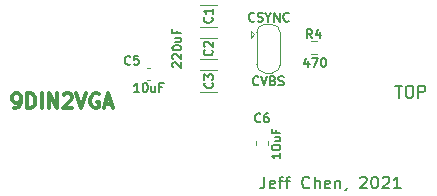
<source format=gbr>
G04 #@! TF.GenerationSoftware,KiCad,Pcbnew,(5.1.10-1-10_14)*
G04 #@! TF.CreationDate,2021-12-27T15:36:47-05:00*
G04 #@! TF.ProjectId,9DIN2VGA,3944494e-3256-4474-912e-6b696361645f,1*
G04 #@! TF.SameCoordinates,Original*
G04 #@! TF.FileFunction,Legend,Top*
G04 #@! TF.FilePolarity,Positive*
%FSLAX46Y46*%
G04 Gerber Fmt 4.6, Leading zero omitted, Abs format (unit mm)*
G04 Created by KiCad (PCBNEW (5.1.10-1-10_14)) date 2021-12-27 15:36:47*
%MOMM*%
%LPD*%
G01*
G04 APERTURE LIST*
%ADD10C,0.127000*%
%ADD11C,0.187500*%
%ADD12C,0.200000*%
%ADD13C,0.300000*%
%ADD14C,0.120000*%
%ADD15C,0.150000*%
%ADD16C,0.100000*%
%ADD17C,0.010000*%
%ADD18O,1.609600X3.117600*%
%ADD19C,2.101600*%
%ADD20C,1.801600*%
%ADD21C,4.167600*%
%ADD22C,0.152400*%
G04 APERTURE END LIST*
D10*
X137215428Y-96632142D02*
X137179142Y-96668428D01*
X137070285Y-96704714D01*
X136997714Y-96704714D01*
X136888857Y-96668428D01*
X136816285Y-96595857D01*
X136780000Y-96523285D01*
X136743714Y-96378142D01*
X136743714Y-96269285D01*
X136780000Y-96124142D01*
X136816285Y-96051571D01*
X136888857Y-95979000D01*
X136997714Y-95942714D01*
X137070285Y-95942714D01*
X137179142Y-95979000D01*
X137215428Y-96015285D01*
X137433142Y-95942714D02*
X137687142Y-96704714D01*
X137941142Y-95942714D01*
X138449142Y-96305571D02*
X138558000Y-96341857D01*
X138594285Y-96378142D01*
X138630571Y-96450714D01*
X138630571Y-96559571D01*
X138594285Y-96632142D01*
X138558000Y-96668428D01*
X138485428Y-96704714D01*
X138195142Y-96704714D01*
X138195142Y-95942714D01*
X138449142Y-95942714D01*
X138521714Y-95979000D01*
X138558000Y-96015285D01*
X138594285Y-96087857D01*
X138594285Y-96160428D01*
X138558000Y-96233000D01*
X138521714Y-96269285D01*
X138449142Y-96305571D01*
X138195142Y-96305571D01*
X138920857Y-96668428D02*
X139029714Y-96704714D01*
X139211142Y-96704714D01*
X139283714Y-96668428D01*
X139320000Y-96632142D01*
X139356285Y-96559571D01*
X139356285Y-96487000D01*
X139320000Y-96414428D01*
X139283714Y-96378142D01*
X139211142Y-96341857D01*
X139066000Y-96305571D01*
X138993428Y-96269285D01*
X138957142Y-96233000D01*
X138920857Y-96160428D01*
X138920857Y-96087857D01*
X138957142Y-96015285D01*
X138993428Y-95979000D01*
X139066000Y-95942714D01*
X139247428Y-95942714D01*
X139356285Y-95979000D01*
X136876285Y-91242142D02*
X136840000Y-91278428D01*
X136731142Y-91314714D01*
X136658571Y-91314714D01*
X136549714Y-91278428D01*
X136477142Y-91205857D01*
X136440857Y-91133285D01*
X136404571Y-90988142D01*
X136404571Y-90879285D01*
X136440857Y-90734142D01*
X136477142Y-90661571D01*
X136549714Y-90589000D01*
X136658571Y-90552714D01*
X136731142Y-90552714D01*
X136840000Y-90589000D01*
X136876285Y-90625285D01*
X137166571Y-91278428D02*
X137275428Y-91314714D01*
X137456857Y-91314714D01*
X137529428Y-91278428D01*
X137565714Y-91242142D01*
X137602000Y-91169571D01*
X137602000Y-91097000D01*
X137565714Y-91024428D01*
X137529428Y-90988142D01*
X137456857Y-90951857D01*
X137311714Y-90915571D01*
X137239142Y-90879285D01*
X137202857Y-90843000D01*
X137166571Y-90770428D01*
X137166571Y-90697857D01*
X137202857Y-90625285D01*
X137239142Y-90589000D01*
X137311714Y-90552714D01*
X137493142Y-90552714D01*
X137602000Y-90589000D01*
X138073714Y-90951857D02*
X138073714Y-91314714D01*
X137819714Y-90552714D02*
X138073714Y-90951857D01*
X138327714Y-90552714D01*
X138581714Y-91314714D02*
X138581714Y-90552714D01*
X139017142Y-91314714D01*
X139017142Y-90552714D01*
X139815428Y-91242142D02*
X139779142Y-91278428D01*
X139670285Y-91314714D01*
X139597714Y-91314714D01*
X139488857Y-91278428D01*
X139416285Y-91205857D01*
X139380000Y-91133285D01*
X139343714Y-90988142D01*
X139343714Y-90879285D01*
X139380000Y-90734142D01*
X139416285Y-90661571D01*
X139488857Y-90589000D01*
X139597714Y-90552714D01*
X139670285Y-90552714D01*
X139779142Y-90589000D01*
X139815428Y-90625285D01*
D11*
X141458571Y-94649285D02*
X141458571Y-95149285D01*
X141280000Y-94363571D02*
X141101428Y-94899285D01*
X141565714Y-94899285D01*
X141780000Y-94399285D02*
X142280000Y-94399285D01*
X141958571Y-95149285D01*
X142708571Y-94399285D02*
X142780000Y-94399285D01*
X142851428Y-94435000D01*
X142887142Y-94470714D01*
X142922857Y-94542142D01*
X142958571Y-94685000D01*
X142958571Y-94863571D01*
X142922857Y-95006428D01*
X142887142Y-95077857D01*
X142851428Y-95113571D01*
X142780000Y-95149285D01*
X142708571Y-95149285D01*
X142637142Y-95113571D01*
X142601428Y-95077857D01*
X142565714Y-95006428D01*
X142530000Y-94863571D01*
X142530000Y-94685000D01*
X142565714Y-94542142D01*
X142601428Y-94470714D01*
X142637142Y-94435000D01*
X142708571Y-94399285D01*
X139099285Y-102473571D02*
X139099285Y-102902142D01*
X139099285Y-102687857D02*
X138349285Y-102687857D01*
X138456428Y-102759285D01*
X138527857Y-102830714D01*
X138563571Y-102902142D01*
X138349285Y-102009285D02*
X138349285Y-101937857D01*
X138385000Y-101866428D01*
X138420714Y-101830714D01*
X138492142Y-101795000D01*
X138635000Y-101759285D01*
X138813571Y-101759285D01*
X138956428Y-101795000D01*
X139027857Y-101830714D01*
X139063571Y-101866428D01*
X139099285Y-101937857D01*
X139099285Y-102009285D01*
X139063571Y-102080714D01*
X139027857Y-102116428D01*
X138956428Y-102152142D01*
X138813571Y-102187857D01*
X138635000Y-102187857D01*
X138492142Y-102152142D01*
X138420714Y-102116428D01*
X138385000Y-102080714D01*
X138349285Y-102009285D01*
X138599285Y-101116428D02*
X139099285Y-101116428D01*
X138599285Y-101437857D02*
X138992142Y-101437857D01*
X139063571Y-101402142D01*
X139099285Y-101330714D01*
X139099285Y-101223571D01*
X139063571Y-101152142D01*
X139027857Y-101116428D01*
X138706428Y-100509285D02*
X138706428Y-100759285D01*
X139099285Y-100759285D02*
X138349285Y-100759285D01*
X138349285Y-100402142D01*
X127136428Y-97269285D02*
X126707857Y-97269285D01*
X126922142Y-97269285D02*
X126922142Y-96519285D01*
X126850714Y-96626428D01*
X126779285Y-96697857D01*
X126707857Y-96733571D01*
X127600714Y-96519285D02*
X127672142Y-96519285D01*
X127743571Y-96555000D01*
X127779285Y-96590714D01*
X127815000Y-96662142D01*
X127850714Y-96805000D01*
X127850714Y-96983571D01*
X127815000Y-97126428D01*
X127779285Y-97197857D01*
X127743571Y-97233571D01*
X127672142Y-97269285D01*
X127600714Y-97269285D01*
X127529285Y-97233571D01*
X127493571Y-97197857D01*
X127457857Y-97126428D01*
X127422142Y-96983571D01*
X127422142Y-96805000D01*
X127457857Y-96662142D01*
X127493571Y-96590714D01*
X127529285Y-96555000D01*
X127600714Y-96519285D01*
X128493571Y-96769285D02*
X128493571Y-97269285D01*
X128172142Y-96769285D02*
X128172142Y-97162142D01*
X128207857Y-97233571D01*
X128279285Y-97269285D01*
X128386428Y-97269285D01*
X128457857Y-97233571D01*
X128493571Y-97197857D01*
X129100714Y-96876428D02*
X128850714Y-96876428D01*
X128850714Y-97269285D02*
X128850714Y-96519285D01*
X129207857Y-96519285D01*
D12*
X148830476Y-96742380D02*
X149401904Y-96742380D01*
X149116190Y-97742380D02*
X149116190Y-96742380D01*
X149925714Y-96742380D02*
X150116190Y-96742380D01*
X150211428Y-96790000D01*
X150306666Y-96885238D01*
X150354285Y-97075714D01*
X150354285Y-97409047D01*
X150306666Y-97599523D01*
X150211428Y-97694761D01*
X150116190Y-97742380D01*
X149925714Y-97742380D01*
X149830476Y-97694761D01*
X149735238Y-97599523D01*
X149687619Y-97409047D01*
X149687619Y-97075714D01*
X149735238Y-96885238D01*
X149830476Y-96790000D01*
X149925714Y-96742380D01*
X150782857Y-97742380D02*
X150782857Y-96742380D01*
X151163809Y-96742380D01*
X151259047Y-96790000D01*
X151306666Y-96837619D01*
X151354285Y-96932857D01*
X151354285Y-97075714D01*
X151306666Y-97170952D01*
X151259047Y-97218571D01*
X151163809Y-97266190D01*
X150782857Y-97266190D01*
X137744761Y-104442380D02*
X137744761Y-105156666D01*
X137697142Y-105299523D01*
X137601904Y-105394761D01*
X137459047Y-105442380D01*
X137363809Y-105442380D01*
X138601904Y-105394761D02*
X138506666Y-105442380D01*
X138316190Y-105442380D01*
X138220952Y-105394761D01*
X138173333Y-105299523D01*
X138173333Y-104918571D01*
X138220952Y-104823333D01*
X138316190Y-104775714D01*
X138506666Y-104775714D01*
X138601904Y-104823333D01*
X138649523Y-104918571D01*
X138649523Y-105013809D01*
X138173333Y-105109047D01*
X138935238Y-104775714D02*
X139316190Y-104775714D01*
X139078095Y-105442380D02*
X139078095Y-104585238D01*
X139125714Y-104490000D01*
X139220952Y-104442380D01*
X139316190Y-104442380D01*
X139506666Y-104775714D02*
X139887619Y-104775714D01*
X139649523Y-105442380D02*
X139649523Y-104585238D01*
X139697142Y-104490000D01*
X139792380Y-104442380D01*
X139887619Y-104442380D01*
X141554285Y-105347142D02*
X141506666Y-105394761D01*
X141363809Y-105442380D01*
X141268571Y-105442380D01*
X141125714Y-105394761D01*
X141030476Y-105299523D01*
X140982857Y-105204285D01*
X140935238Y-105013809D01*
X140935238Y-104870952D01*
X140982857Y-104680476D01*
X141030476Y-104585238D01*
X141125714Y-104490000D01*
X141268571Y-104442380D01*
X141363809Y-104442380D01*
X141506666Y-104490000D01*
X141554285Y-104537619D01*
X141982857Y-105442380D02*
X141982857Y-104442380D01*
X142411428Y-105442380D02*
X142411428Y-104918571D01*
X142363809Y-104823333D01*
X142268571Y-104775714D01*
X142125714Y-104775714D01*
X142030476Y-104823333D01*
X141982857Y-104870952D01*
X143268571Y-105394761D02*
X143173333Y-105442380D01*
X142982857Y-105442380D01*
X142887619Y-105394761D01*
X142840000Y-105299523D01*
X142840000Y-104918571D01*
X142887619Y-104823333D01*
X142982857Y-104775714D01*
X143173333Y-104775714D01*
X143268571Y-104823333D01*
X143316190Y-104918571D01*
X143316190Y-105013809D01*
X142840000Y-105109047D01*
X143744761Y-104775714D02*
X143744761Y-105442380D01*
X143744761Y-104870952D02*
X143792380Y-104823333D01*
X143887619Y-104775714D01*
X144030476Y-104775714D01*
X144125714Y-104823333D01*
X144173333Y-104918571D01*
X144173333Y-105442380D01*
X144697142Y-105394761D02*
X144697142Y-105442380D01*
X144649523Y-105537619D01*
X144601904Y-105585238D01*
X145840000Y-104537619D02*
X145887619Y-104490000D01*
X145982857Y-104442380D01*
X146220952Y-104442380D01*
X146316190Y-104490000D01*
X146363809Y-104537619D01*
X146411428Y-104632857D01*
X146411428Y-104728095D01*
X146363809Y-104870952D01*
X145792380Y-105442380D01*
X146411428Y-105442380D01*
X147030476Y-104442380D02*
X147125714Y-104442380D01*
X147220952Y-104490000D01*
X147268571Y-104537619D01*
X147316190Y-104632857D01*
X147363809Y-104823333D01*
X147363809Y-105061428D01*
X147316190Y-105251904D01*
X147268571Y-105347142D01*
X147220952Y-105394761D01*
X147125714Y-105442380D01*
X147030476Y-105442380D01*
X146935238Y-105394761D01*
X146887619Y-105347142D01*
X146840000Y-105251904D01*
X146792380Y-105061428D01*
X146792380Y-104823333D01*
X146840000Y-104632857D01*
X146887619Y-104537619D01*
X146935238Y-104490000D01*
X147030476Y-104442380D01*
X147744761Y-104537619D02*
X147792380Y-104490000D01*
X147887619Y-104442380D01*
X148125714Y-104442380D01*
X148220952Y-104490000D01*
X148268571Y-104537619D01*
X148316190Y-104632857D01*
X148316190Y-104728095D01*
X148268571Y-104870952D01*
X147697142Y-105442380D01*
X148316190Y-105442380D01*
X149268571Y-105442380D02*
X148697142Y-105442380D01*
X148982857Y-105442380D02*
X148982857Y-104442380D01*
X148887619Y-104585238D01*
X148792380Y-104680476D01*
X148697142Y-104728095D01*
D13*
X116502857Y-98645476D02*
X116740952Y-98645476D01*
X116860000Y-98585952D01*
X116919523Y-98526428D01*
X117038571Y-98347857D01*
X117098095Y-98109761D01*
X117098095Y-97633571D01*
X117038571Y-97514523D01*
X116979047Y-97455000D01*
X116860000Y-97395476D01*
X116621904Y-97395476D01*
X116502857Y-97455000D01*
X116443333Y-97514523D01*
X116383809Y-97633571D01*
X116383809Y-97931190D01*
X116443333Y-98050238D01*
X116502857Y-98109761D01*
X116621904Y-98169285D01*
X116860000Y-98169285D01*
X116979047Y-98109761D01*
X117038571Y-98050238D01*
X117098095Y-97931190D01*
X117633809Y-98645476D02*
X117633809Y-97395476D01*
X117931428Y-97395476D01*
X118110000Y-97455000D01*
X118229047Y-97574047D01*
X118288571Y-97693095D01*
X118348095Y-97931190D01*
X118348095Y-98109761D01*
X118288571Y-98347857D01*
X118229047Y-98466904D01*
X118110000Y-98585952D01*
X117931428Y-98645476D01*
X117633809Y-98645476D01*
X118883809Y-98645476D02*
X118883809Y-97395476D01*
X119479047Y-98645476D02*
X119479047Y-97395476D01*
X120193333Y-98645476D01*
X120193333Y-97395476D01*
X120729047Y-97514523D02*
X120788571Y-97455000D01*
X120907619Y-97395476D01*
X121205238Y-97395476D01*
X121324285Y-97455000D01*
X121383809Y-97514523D01*
X121443333Y-97633571D01*
X121443333Y-97752619D01*
X121383809Y-97931190D01*
X120669523Y-98645476D01*
X121443333Y-98645476D01*
X121800476Y-97395476D02*
X122217142Y-98645476D01*
X122633809Y-97395476D01*
X123705238Y-97455000D02*
X123586190Y-97395476D01*
X123407619Y-97395476D01*
X123229047Y-97455000D01*
X123110000Y-97574047D01*
X123050476Y-97693095D01*
X122990952Y-97931190D01*
X122990952Y-98109761D01*
X123050476Y-98347857D01*
X123110000Y-98466904D01*
X123229047Y-98585952D01*
X123407619Y-98645476D01*
X123526666Y-98645476D01*
X123705238Y-98585952D01*
X123764761Y-98526428D01*
X123764761Y-98109761D01*
X123526666Y-98109761D01*
X124240952Y-98288333D02*
X124836190Y-98288333D01*
X124121904Y-98645476D02*
X124538571Y-97395476D01*
X124955238Y-98645476D01*
D10*
X130020714Y-95179285D02*
X129985000Y-95143571D01*
X129949285Y-95072142D01*
X129949285Y-94893571D01*
X129985000Y-94822142D01*
X130020714Y-94786428D01*
X130092142Y-94750714D01*
X130163571Y-94750714D01*
X130270714Y-94786428D01*
X130699285Y-95215000D01*
X130699285Y-94750714D01*
X130020714Y-94465000D02*
X129985000Y-94429285D01*
X129949285Y-94357857D01*
X129949285Y-94179285D01*
X129985000Y-94107857D01*
X130020714Y-94072142D01*
X130092142Y-94036428D01*
X130163571Y-94036428D01*
X130270714Y-94072142D01*
X130699285Y-94500714D01*
X130699285Y-94036428D01*
X129949285Y-93572142D02*
X129949285Y-93500714D01*
X129985000Y-93429285D01*
X130020714Y-93393571D01*
X130092142Y-93357857D01*
X130235000Y-93322142D01*
X130413571Y-93322142D01*
X130556428Y-93357857D01*
X130627857Y-93393571D01*
X130663571Y-93429285D01*
X130699285Y-93500714D01*
X130699285Y-93572142D01*
X130663571Y-93643571D01*
X130627857Y-93679285D01*
X130556428Y-93715000D01*
X130413571Y-93750714D01*
X130235000Y-93750714D01*
X130092142Y-93715000D01*
X130020714Y-93679285D01*
X129985000Y-93643571D01*
X129949285Y-93572142D01*
X130199285Y-92679285D02*
X130699285Y-92679285D01*
X130199285Y-93000714D02*
X130592142Y-93000714D01*
X130663571Y-92965000D01*
X130699285Y-92893571D01*
X130699285Y-92786428D01*
X130663571Y-92715000D01*
X130627857Y-92679285D01*
X130306428Y-92072142D02*
X130306428Y-92322142D01*
X130699285Y-92322142D02*
X129949285Y-92322142D01*
X129949285Y-91965000D01*
D14*
X133726252Y-91770000D02*
X132303748Y-91770000D01*
X133726252Y-89950000D02*
X132303748Y-89950000D01*
X133726252Y-94500000D02*
X132303748Y-94500000D01*
X133726252Y-92680000D02*
X132303748Y-92680000D01*
X133726252Y-97240000D02*
X132303748Y-97240000D01*
X133726252Y-95420000D02*
X132303748Y-95420000D01*
X128090580Y-96240000D02*
X127809420Y-96240000D01*
X128090580Y-95220000D02*
X127809420Y-95220000D01*
X138050000Y-101464420D02*
X138050000Y-101745580D01*
X137030000Y-101464420D02*
X137030000Y-101745580D01*
X142187258Y-94032500D02*
X141712742Y-94032500D01*
X142187258Y-92987500D02*
X141712742Y-92987500D01*
X138380000Y-91550000D02*
G75*
G02*
X139080000Y-92250000I0J-700000D01*
G01*
X137080000Y-92250000D02*
G75*
G02*
X137780000Y-91550000I700000J0D01*
G01*
X137780000Y-95650000D02*
G75*
G02*
X137080000Y-94950000I0J700000D01*
G01*
X139080000Y-94950000D02*
G75*
G02*
X138380000Y-95650000I-700000J0D01*
G01*
X136880000Y-92400000D02*
X136580000Y-92700000D01*
X136580000Y-92100000D02*
X136580000Y-92700000D01*
X136880000Y-92400000D02*
X136580000Y-92100000D01*
X137780000Y-91550000D02*
X138380000Y-91550000D01*
X137080000Y-95000000D02*
X137080000Y-92200000D01*
X138380000Y-95650000D02*
X137780000Y-95650000D01*
X139080000Y-92200000D02*
X139080000Y-95000000D01*
D15*
X133277857Y-90935000D02*
X133313571Y-90970714D01*
X133349285Y-91077857D01*
X133349285Y-91149285D01*
X133313571Y-91256428D01*
X133242142Y-91327857D01*
X133170714Y-91363571D01*
X133027857Y-91399285D01*
X132920714Y-91399285D01*
X132777857Y-91363571D01*
X132706428Y-91327857D01*
X132635000Y-91256428D01*
X132599285Y-91149285D01*
X132599285Y-91077857D01*
X132635000Y-90970714D01*
X132670714Y-90935000D01*
X133349285Y-90220714D02*
X133349285Y-90649285D01*
X133349285Y-90435000D02*
X132599285Y-90435000D01*
X132706428Y-90506428D01*
X132777857Y-90577857D01*
X132813571Y-90649285D01*
X133297857Y-93715000D02*
X133333571Y-93750714D01*
X133369285Y-93857857D01*
X133369285Y-93929285D01*
X133333571Y-94036428D01*
X133262142Y-94107857D01*
X133190714Y-94143571D01*
X133047857Y-94179285D01*
X132940714Y-94179285D01*
X132797857Y-94143571D01*
X132726428Y-94107857D01*
X132655000Y-94036428D01*
X132619285Y-93929285D01*
X132619285Y-93857857D01*
X132655000Y-93750714D01*
X132690714Y-93715000D01*
X132690714Y-93429285D02*
X132655000Y-93393571D01*
X132619285Y-93322142D01*
X132619285Y-93143571D01*
X132655000Y-93072142D01*
X132690714Y-93036428D01*
X132762142Y-93000714D01*
X132833571Y-93000714D01*
X132940714Y-93036428D01*
X133369285Y-93465000D01*
X133369285Y-93000714D01*
X133337857Y-96475000D02*
X133373571Y-96510714D01*
X133409285Y-96617857D01*
X133409285Y-96689285D01*
X133373571Y-96796428D01*
X133302142Y-96867857D01*
X133230714Y-96903571D01*
X133087857Y-96939285D01*
X132980714Y-96939285D01*
X132837857Y-96903571D01*
X132766428Y-96867857D01*
X132695000Y-96796428D01*
X132659285Y-96689285D01*
X132659285Y-96617857D01*
X132695000Y-96510714D01*
X132730714Y-96475000D01*
X132659285Y-96225000D02*
X132659285Y-95760714D01*
X132945000Y-96010714D01*
X132945000Y-95903571D01*
X132980714Y-95832142D01*
X133016428Y-95796428D01*
X133087857Y-95760714D01*
X133266428Y-95760714D01*
X133337857Y-95796428D01*
X133373571Y-95832142D01*
X133409285Y-95903571D01*
X133409285Y-96117857D01*
X133373571Y-96189285D01*
X133337857Y-96225000D01*
X126395000Y-94907857D02*
X126359285Y-94943571D01*
X126252142Y-94979285D01*
X126180714Y-94979285D01*
X126073571Y-94943571D01*
X126002142Y-94872142D01*
X125966428Y-94800714D01*
X125930714Y-94657857D01*
X125930714Y-94550714D01*
X125966428Y-94407857D01*
X126002142Y-94336428D01*
X126073571Y-94265000D01*
X126180714Y-94229285D01*
X126252142Y-94229285D01*
X126359285Y-94265000D01*
X126395000Y-94300714D01*
X127073571Y-94229285D02*
X126716428Y-94229285D01*
X126680714Y-94586428D01*
X126716428Y-94550714D01*
X126787857Y-94515000D01*
X126966428Y-94515000D01*
X127037857Y-94550714D01*
X127073571Y-94586428D01*
X127109285Y-94657857D01*
X127109285Y-94836428D01*
X127073571Y-94907857D01*
X127037857Y-94943571D01*
X126966428Y-94979285D01*
X126787857Y-94979285D01*
X126716428Y-94943571D01*
X126680714Y-94907857D01*
X137405000Y-99767857D02*
X137369285Y-99803571D01*
X137262142Y-99839285D01*
X137190714Y-99839285D01*
X137083571Y-99803571D01*
X137012142Y-99732142D01*
X136976428Y-99660714D01*
X136940714Y-99517857D01*
X136940714Y-99410714D01*
X136976428Y-99267857D01*
X137012142Y-99196428D01*
X137083571Y-99125000D01*
X137190714Y-99089285D01*
X137262142Y-99089285D01*
X137369285Y-99125000D01*
X137405000Y-99160714D01*
X138047857Y-99089285D02*
X137905000Y-99089285D01*
X137833571Y-99125000D01*
X137797857Y-99160714D01*
X137726428Y-99267857D01*
X137690714Y-99410714D01*
X137690714Y-99696428D01*
X137726428Y-99767857D01*
X137762142Y-99803571D01*
X137833571Y-99839285D01*
X137976428Y-99839285D01*
X138047857Y-99803571D01*
X138083571Y-99767857D01*
X138119285Y-99696428D01*
X138119285Y-99517857D01*
X138083571Y-99446428D01*
X138047857Y-99410714D01*
X137976428Y-99375000D01*
X137833571Y-99375000D01*
X137762142Y-99410714D01*
X137726428Y-99446428D01*
X137690714Y-99517857D01*
X141785000Y-92729285D02*
X141535000Y-92372142D01*
X141356428Y-92729285D02*
X141356428Y-91979285D01*
X141642142Y-91979285D01*
X141713571Y-92015000D01*
X141749285Y-92050714D01*
X141785000Y-92122142D01*
X141785000Y-92229285D01*
X141749285Y-92300714D01*
X141713571Y-92336428D01*
X141642142Y-92372142D01*
X141356428Y-92372142D01*
X142427857Y-92229285D02*
X142427857Y-92729285D01*
X142249285Y-91943571D02*
X142070714Y-92479285D01*
X142535000Y-92479285D01*
%LPC*%
D16*
G36*
X145930000Y-95050000D02*
G01*
X144120000Y-95050000D01*
X144120000Y-88730000D01*
X145930000Y-88730000D01*
X145930000Y-95050000D01*
G37*
X145930000Y-95050000D02*
X144120000Y-95050000D01*
X144120000Y-88730000D01*
X145930000Y-88730000D01*
X145930000Y-95050000D01*
D17*
G36*
X152875671Y-92039981D02*
G01*
X152873488Y-92040400D01*
X152871509Y-92039196D01*
X152867445Y-92035801D01*
X152861646Y-92030541D01*
X152854463Y-92023743D01*
X152846248Y-92015732D01*
X152837351Y-92006834D01*
X152837327Y-92006810D01*
X152803456Y-91972825D01*
X152771384Y-91941262D01*
X152741177Y-91912182D01*
X152712896Y-91885644D01*
X152686607Y-91861709D01*
X152662372Y-91840437D01*
X152648392Y-91828601D01*
X152641970Y-91823455D01*
X152633221Y-91816748D01*
X152622712Y-91808898D01*
X152611007Y-91800321D01*
X152598672Y-91791435D01*
X152586271Y-91782656D01*
X152583578Y-91780772D01*
X152561661Y-91765376D01*
X152542104Y-91751409D01*
X152524311Y-91738424D01*
X152507685Y-91725970D01*
X152491631Y-91713599D01*
X152475551Y-91700864D01*
X152458848Y-91687314D01*
X152453800Y-91683166D01*
X152424445Y-91659285D01*
X152397238Y-91637786D01*
X152371935Y-91618488D01*
X152348298Y-91601206D01*
X152326084Y-91585761D01*
X152315872Y-91578956D01*
X152308919Y-91574688D01*
X152299072Y-91569086D01*
X152286613Y-91562290D01*
X152271825Y-91554441D01*
X152254990Y-91545680D01*
X152236391Y-91536149D01*
X152216311Y-91525989D01*
X152195032Y-91515340D01*
X152172838Y-91504345D01*
X152150010Y-91493143D01*
X152126832Y-91481877D01*
X152103586Y-91470688D01*
X152080555Y-91459716D01*
X152058022Y-91449103D01*
X152036269Y-91438989D01*
X152027255Y-91434843D01*
X151991725Y-91418773D01*
X151953621Y-91401938D01*
X151913696Y-91384662D01*
X151872708Y-91367265D01*
X151831411Y-91350070D01*
X151790560Y-91333399D01*
X151770627Y-91325396D01*
X151758807Y-91320643D01*
X151747900Y-91316191D01*
X151738378Y-91312238D01*
X151730714Y-91308982D01*
X151725382Y-91306621D01*
X151722893Y-91305380D01*
X151719649Y-91301465D01*
X151718769Y-91296303D01*
X151720225Y-91291206D01*
X151723264Y-91287917D01*
X151724464Y-91287257D01*
X151725955Y-91286841D01*
X151728061Y-91286733D01*
X151731105Y-91286997D01*
X151735409Y-91287697D01*
X151741297Y-91288897D01*
X151749092Y-91290660D01*
X151759117Y-91293051D01*
X151771695Y-91296133D01*
X151787149Y-91299970D01*
X151798150Y-91302715D01*
X151828566Y-91310386D01*
X151856134Y-91317515D01*
X151881433Y-91324276D01*
X151905046Y-91330841D01*
X151927552Y-91337383D01*
X151949534Y-91344076D01*
X151971572Y-91351092D01*
X151994246Y-91358605D01*
X152018139Y-91366787D01*
X152043830Y-91375811D01*
X152044772Y-91376145D01*
X152075312Y-91387090D01*
X152106089Y-91398316D01*
X152136870Y-91409730D01*
X152167424Y-91421239D01*
X152197522Y-91432748D01*
X152226930Y-91444163D01*
X152255418Y-91455393D01*
X152282755Y-91466341D01*
X152308710Y-91476916D01*
X152333051Y-91487023D01*
X152355548Y-91496569D01*
X152375968Y-91505459D01*
X152394081Y-91513602D01*
X152409655Y-91520901D01*
X152422460Y-91527265D01*
X152432264Y-91532600D01*
X152434788Y-91534110D01*
X152444248Y-91540356D01*
X152454396Y-91547887D01*
X152465506Y-91556941D01*
X152477850Y-91567757D01*
X152491703Y-91580573D01*
X152507337Y-91595625D01*
X152521336Y-91609463D01*
X152550231Y-91638902D01*
X152580560Y-91670948D01*
X152611974Y-91705193D01*
X152644124Y-91741231D01*
X152676660Y-91778652D01*
X152709233Y-91817049D01*
X152741493Y-91856015D01*
X152773090Y-91895142D01*
X152803676Y-91934022D01*
X152832901Y-91972247D01*
X152837253Y-91978043D01*
X152845473Y-91989037D01*
X152853232Y-91999452D01*
X152860216Y-92008866D01*
X152866115Y-92016857D01*
X152870616Y-92023004D01*
X152873408Y-92026885D01*
X152873825Y-92027484D01*
X152876877Y-92033190D01*
X152877488Y-92037503D01*
X152875671Y-92039981D01*
G37*
X152875671Y-92039981D02*
X152873488Y-92040400D01*
X152871509Y-92039196D01*
X152867445Y-92035801D01*
X152861646Y-92030541D01*
X152854463Y-92023743D01*
X152846248Y-92015732D01*
X152837351Y-92006834D01*
X152837327Y-92006810D01*
X152803456Y-91972825D01*
X152771384Y-91941262D01*
X152741177Y-91912182D01*
X152712896Y-91885644D01*
X152686607Y-91861709D01*
X152662372Y-91840437D01*
X152648392Y-91828601D01*
X152641970Y-91823455D01*
X152633221Y-91816748D01*
X152622712Y-91808898D01*
X152611007Y-91800321D01*
X152598672Y-91791435D01*
X152586271Y-91782656D01*
X152583578Y-91780772D01*
X152561661Y-91765376D01*
X152542104Y-91751409D01*
X152524311Y-91738424D01*
X152507685Y-91725970D01*
X152491631Y-91713599D01*
X152475551Y-91700864D01*
X152458848Y-91687314D01*
X152453800Y-91683166D01*
X152424445Y-91659285D01*
X152397238Y-91637786D01*
X152371935Y-91618488D01*
X152348298Y-91601206D01*
X152326084Y-91585761D01*
X152315872Y-91578956D01*
X152308919Y-91574688D01*
X152299072Y-91569086D01*
X152286613Y-91562290D01*
X152271825Y-91554441D01*
X152254990Y-91545680D01*
X152236391Y-91536149D01*
X152216311Y-91525989D01*
X152195032Y-91515340D01*
X152172838Y-91504345D01*
X152150010Y-91493143D01*
X152126832Y-91481877D01*
X152103586Y-91470688D01*
X152080555Y-91459716D01*
X152058022Y-91449103D01*
X152036269Y-91438989D01*
X152027255Y-91434843D01*
X151991725Y-91418773D01*
X151953621Y-91401938D01*
X151913696Y-91384662D01*
X151872708Y-91367265D01*
X151831411Y-91350070D01*
X151790560Y-91333399D01*
X151770627Y-91325396D01*
X151758807Y-91320643D01*
X151747900Y-91316191D01*
X151738378Y-91312238D01*
X151730714Y-91308982D01*
X151725382Y-91306621D01*
X151722893Y-91305380D01*
X151719649Y-91301465D01*
X151718769Y-91296303D01*
X151720225Y-91291206D01*
X151723264Y-91287917D01*
X151724464Y-91287257D01*
X151725955Y-91286841D01*
X151728061Y-91286733D01*
X151731105Y-91286997D01*
X151735409Y-91287697D01*
X151741297Y-91288897D01*
X151749092Y-91290660D01*
X151759117Y-91293051D01*
X151771695Y-91296133D01*
X151787149Y-91299970D01*
X151798150Y-91302715D01*
X151828566Y-91310386D01*
X151856134Y-91317515D01*
X151881433Y-91324276D01*
X151905046Y-91330841D01*
X151927552Y-91337383D01*
X151949534Y-91344076D01*
X151971572Y-91351092D01*
X151994246Y-91358605D01*
X152018139Y-91366787D01*
X152043830Y-91375811D01*
X152044772Y-91376145D01*
X152075312Y-91387090D01*
X152106089Y-91398316D01*
X152136870Y-91409730D01*
X152167424Y-91421239D01*
X152197522Y-91432748D01*
X152226930Y-91444163D01*
X152255418Y-91455393D01*
X152282755Y-91466341D01*
X152308710Y-91476916D01*
X152333051Y-91487023D01*
X152355548Y-91496569D01*
X152375968Y-91505459D01*
X152394081Y-91513602D01*
X152409655Y-91520901D01*
X152422460Y-91527265D01*
X152432264Y-91532600D01*
X152434788Y-91534110D01*
X152444248Y-91540356D01*
X152454396Y-91547887D01*
X152465506Y-91556941D01*
X152477850Y-91567757D01*
X152491703Y-91580573D01*
X152507337Y-91595625D01*
X152521336Y-91609463D01*
X152550231Y-91638902D01*
X152580560Y-91670948D01*
X152611974Y-91705193D01*
X152644124Y-91741231D01*
X152676660Y-91778652D01*
X152709233Y-91817049D01*
X152741493Y-91856015D01*
X152773090Y-91895142D01*
X152803676Y-91934022D01*
X152832901Y-91972247D01*
X152837253Y-91978043D01*
X152845473Y-91989037D01*
X152853232Y-91999452D01*
X152860216Y-92008866D01*
X152866115Y-92016857D01*
X152870616Y-92023004D01*
X152873408Y-92026885D01*
X152873825Y-92027484D01*
X152876877Y-92033190D01*
X152877488Y-92037503D01*
X152875671Y-92039981D01*
G36*
X151329830Y-90896408D02*
G01*
X151328373Y-90899062D01*
X151325099Y-90902581D01*
X151318725Y-90907557D01*
X151309244Y-90913993D01*
X151296650Y-90921892D01*
X151280936Y-90931259D01*
X151262097Y-90942097D01*
X151240125Y-90954410D01*
X151215015Y-90968201D01*
X151186759Y-90983473D01*
X151155353Y-91000232D01*
X151120788Y-91018479D01*
X151096213Y-91031355D01*
X151078807Y-91040461D01*
X151062147Y-91049195D01*
X151046523Y-91057405D01*
X151032225Y-91064937D01*
X151019542Y-91071639D01*
X151008764Y-91077357D01*
X151000180Y-91081939D01*
X150994080Y-91085232D01*
X150990753Y-91087082D01*
X150990507Y-91087228D01*
X150988671Y-91088859D01*
X150984497Y-91092915D01*
X150978078Y-91099301D01*
X150969509Y-91107919D01*
X150958883Y-91118672D01*
X150946293Y-91131465D01*
X150931833Y-91146200D01*
X150915597Y-91162781D01*
X150897677Y-91181110D01*
X150878169Y-91201092D01*
X150857165Y-91222630D01*
X150834759Y-91245626D01*
X150811045Y-91269985D01*
X150786115Y-91295609D01*
X150760064Y-91322402D01*
X150732986Y-91350268D01*
X150704973Y-91379109D01*
X150676119Y-91408829D01*
X150646519Y-91439331D01*
X150616265Y-91470519D01*
X150585451Y-91502296D01*
X150554171Y-91534565D01*
X150522518Y-91567230D01*
X150490586Y-91600193D01*
X150458468Y-91633358D01*
X150426258Y-91666630D01*
X150394050Y-91699910D01*
X150361937Y-91733102D01*
X150330013Y-91766109D01*
X150298371Y-91798836D01*
X150267105Y-91831184D01*
X150236308Y-91863058D01*
X150206074Y-91894361D01*
X150176497Y-91924996D01*
X150147670Y-91954867D01*
X150119687Y-91983876D01*
X150092641Y-92011927D01*
X150066626Y-92038924D01*
X150041735Y-92064770D01*
X150018063Y-92089367D01*
X149995702Y-92112621D01*
X149974746Y-92134432D01*
X149955289Y-92154706D01*
X149937425Y-92173346D01*
X149921246Y-92190254D01*
X149906847Y-92205334D01*
X149894321Y-92218489D01*
X149883762Y-92229623D01*
X149875263Y-92238639D01*
X149868917Y-92245441D01*
X149864819Y-92249931D01*
X149863104Y-92251952D01*
X149855864Y-92263033D01*
X149848234Y-92276170D01*
X149840781Y-92290273D01*
X149834068Y-92304253D01*
X149828660Y-92317018D01*
X149826821Y-92322021D01*
X149822749Y-92336737D01*
X149820596Y-92351289D01*
X149820431Y-92364814D01*
X149822324Y-92376450D01*
X149822432Y-92376828D01*
X149828076Y-92390764D01*
X149837094Y-92405606D01*
X149849480Y-92421347D01*
X149865227Y-92437979D01*
X149884328Y-92455494D01*
X149906775Y-92473884D01*
X149918179Y-92482602D01*
X149927857Y-92489996D01*
X149934898Y-92495816D01*
X149939566Y-92500449D01*
X149942130Y-92504279D01*
X149942857Y-92507691D01*
X149942012Y-92511072D01*
X149940162Y-92514355D01*
X149938216Y-92516714D01*
X149935622Y-92518003D01*
X149931359Y-92518533D01*
X149926160Y-92518621D01*
X149913968Y-92517962D01*
X149899354Y-92516103D01*
X149883121Y-92513224D01*
X149866068Y-92509503D01*
X149848996Y-92505119D01*
X149832704Y-92500251D01*
X149817994Y-92495077D01*
X149814408Y-92493655D01*
X149789404Y-92481631D01*
X149766080Y-92466739D01*
X149744736Y-92449254D01*
X149725674Y-92429450D01*
X149709193Y-92407602D01*
X149696665Y-92386119D01*
X149690375Y-92371832D01*
X149686812Y-92358809D01*
X149685825Y-92346316D01*
X149686654Y-92337057D01*
X149690879Y-92319941D01*
X149698138Y-92302569D01*
X149708109Y-92285703D01*
X149708486Y-92285156D01*
X149711226Y-92281694D01*
X149716167Y-92276055D01*
X149723334Y-92268209D01*
X149732756Y-92258128D01*
X149744461Y-92245784D01*
X149758474Y-92231147D01*
X149774825Y-92214189D01*
X149793540Y-92194881D01*
X149814647Y-92173195D01*
X149838174Y-92149102D01*
X149864148Y-92122572D01*
X149871758Y-92114811D01*
X149891003Y-92095183D01*
X149909562Y-92076243D01*
X149927289Y-92058143D01*
X149944035Y-92041033D01*
X149959655Y-92025063D01*
X149974000Y-92010385D01*
X149986924Y-91997149D01*
X149998279Y-91985506D01*
X150007918Y-91975607D01*
X150015694Y-91967602D01*
X150021460Y-91961642D01*
X150025069Y-91957878D01*
X150026373Y-91956460D01*
X150026375Y-91956457D01*
X150024980Y-91955733D01*
X150020857Y-91954786D01*
X150014759Y-91953776D01*
X150011485Y-91953332D01*
X149987841Y-91949406D01*
X149962173Y-91943473D01*
X149935152Y-91935769D01*
X149907447Y-91926529D01*
X149879726Y-91915989D01*
X149852659Y-91904383D01*
X149826915Y-91891947D01*
X149808292Y-91881884D01*
X149794279Y-91873560D01*
X149778022Y-91863314D01*
X149759974Y-91851461D01*
X149740584Y-91838319D01*
X149720303Y-91824205D01*
X149699582Y-91809436D01*
X149678871Y-91794330D01*
X149658621Y-91779203D01*
X149639282Y-91764373D01*
X149622811Y-91751366D01*
X149608623Y-91739980D01*
X149607510Y-91728593D01*
X149606948Y-91719698D01*
X149606680Y-91708081D01*
X149606698Y-91694509D01*
X149606995Y-91679749D01*
X149607563Y-91664571D01*
X149608263Y-91651756D01*
X149609111Y-91640937D01*
X149610296Y-91629061D01*
X149611639Y-91617831D01*
X149612543Y-91611466D01*
X149616632Y-91589866D01*
X149622483Y-91565846D01*
X149629923Y-91539908D01*
X149638778Y-91512552D01*
X149648876Y-91484280D01*
X149660044Y-91455592D01*
X149672108Y-91426991D01*
X149684896Y-91398976D01*
X149688544Y-91391386D01*
X149703452Y-91361764D01*
X149718058Y-91335019D01*
X149732748Y-91310596D01*
X149747909Y-91287937D01*
X149763930Y-91266486D01*
X149781197Y-91245687D01*
X149800098Y-91224982D01*
X149814707Y-91210048D01*
X149844598Y-91181666D01*
X149875988Y-91154685D01*
X149909199Y-91128882D01*
X149944554Y-91104032D01*
X149982375Y-91079911D01*
X150022985Y-91056296D01*
X150066705Y-91032961D01*
X150076710Y-91027875D01*
X150081947Y-91025347D01*
X150081947Y-91721586D01*
X150069545Y-91722749D01*
X150055843Y-91725976D01*
X150041818Y-91730876D01*
X150028450Y-91737059D01*
X150016719Y-91744134D01*
X150008336Y-91750973D01*
X149996314Y-91764783D01*
X149987555Y-91779330D01*
X149982131Y-91794453D01*
X149980112Y-91809992D01*
X149980203Y-91815148D01*
X149980843Y-91822806D01*
X149982082Y-91829059D01*
X149984326Y-91835370D01*
X149987982Y-91843202D01*
X149988012Y-91843262D01*
X149996577Y-91857128D01*
X150007538Y-91869488D01*
X150020091Y-91879474D01*
X150023282Y-91881439D01*
X150031097Y-91885282D01*
X150041338Y-91889299D01*
X150052968Y-91893135D01*
X150064952Y-91896428D01*
X150070011Y-91897601D01*
X150081965Y-91900196D01*
X150128817Y-91852494D01*
X150139727Y-91841361D01*
X150150208Y-91830619D01*
X150159923Y-91820617D01*
X150168534Y-91811704D01*
X150175703Y-91804230D01*
X150181093Y-91798545D01*
X150184367Y-91794997D01*
X150184408Y-91794951D01*
X150193148Y-91785108D01*
X150178934Y-91769916D01*
X150165020Y-91756245D01*
X150151277Y-91745329D01*
X150136894Y-91736560D01*
X150129858Y-91733087D01*
X150118557Y-91728664D01*
X150106024Y-91725055D01*
X150093629Y-91722588D01*
X150082739Y-91721593D01*
X150081947Y-91721586D01*
X150081947Y-91025347D01*
X150137138Y-90998701D01*
X150197085Y-90972330D01*
X150256398Y-90948814D01*
X150314922Y-90928205D01*
X150372503Y-90910554D01*
X150422170Y-90897681D01*
X150422170Y-91376877D01*
X150415668Y-91377033D01*
X150398039Y-91377938D01*
X150382678Y-91379565D01*
X150368387Y-91382124D01*
X150353969Y-91385826D01*
X150339640Y-91390396D01*
X150321052Y-91397658D01*
X150302612Y-91406573D01*
X150284835Y-91416783D01*
X150268238Y-91427931D01*
X150253335Y-91439659D01*
X150240643Y-91451611D01*
X150230677Y-91463429D01*
X150227600Y-91467990D01*
X150217505Y-91486198D01*
X150208766Y-91505935D01*
X150201841Y-91526022D01*
X150197186Y-91545282D01*
X150196834Y-91547290D01*
X150195674Y-91557807D01*
X150195230Y-91570288D01*
X150195482Y-91583319D01*
X150196407Y-91595484D01*
X150197662Y-91603857D01*
X150203168Y-91622841D01*
X150211614Y-91640001D01*
X150222841Y-91655146D01*
X150236689Y-91668086D01*
X150253001Y-91678630D01*
X150264532Y-91683982D01*
X150270710Y-91686357D01*
X150276201Y-91688283D01*
X150279039Y-91689135D01*
X150279894Y-91689133D01*
X150281099Y-91688678D01*
X150282789Y-91687638D01*
X150285101Y-91685878D01*
X150288172Y-91683264D01*
X150292136Y-91679663D01*
X150297132Y-91674940D01*
X150303295Y-91668962D01*
X150310761Y-91661595D01*
X150319666Y-91652705D01*
X150330148Y-91642158D01*
X150342342Y-91629820D01*
X150356384Y-91615558D01*
X150372411Y-91599238D01*
X150390559Y-91580725D01*
X150410964Y-91559886D01*
X150419177Y-91551495D01*
X150437201Y-91533067D01*
X150454523Y-91515338D01*
X150470989Y-91498468D01*
X150486442Y-91482618D01*
X150500725Y-91467949D01*
X150513684Y-91454620D01*
X150525161Y-91442793D01*
X150535001Y-91432629D01*
X150543048Y-91424288D01*
X150549146Y-91417930D01*
X150553138Y-91413717D01*
X150554869Y-91411809D01*
X150554931Y-91411713D01*
X150553394Y-91410225D01*
X150549193Y-91407779D01*
X150542944Y-91404652D01*
X150535260Y-91401121D01*
X150526756Y-91397465D01*
X150518046Y-91393960D01*
X150509745Y-91390883D01*
X150505912Y-91389584D01*
X150484788Y-91383493D01*
X150464633Y-91379463D01*
X150444182Y-91377316D01*
X150422170Y-91376877D01*
X150422170Y-90897681D01*
X150428988Y-90895913D01*
X150484222Y-90884333D01*
X150526903Y-90877378D01*
X150549921Y-90874372D01*
X150570951Y-90872215D01*
X150591377Y-90870806D01*
X150612582Y-90870047D01*
X150632354Y-90869840D01*
X150644697Y-90869808D01*
X150654018Y-90869720D01*
X150660801Y-90869530D01*
X150665527Y-90869195D01*
X150668677Y-90868669D01*
X150670735Y-90867907D01*
X150672183Y-90866866D01*
X150672968Y-90866079D01*
X150674398Y-90864074D01*
X150677552Y-90859319D01*
X150682291Y-90852030D01*
X150688477Y-90842424D01*
X150695972Y-90830717D01*
X150704638Y-90817127D01*
X150714336Y-90801870D01*
X150724928Y-90785164D01*
X150736276Y-90767224D01*
X150748242Y-90748268D01*
X150760687Y-90728513D01*
X150760784Y-90728359D01*
X150773241Y-90708587D01*
X150785225Y-90689606D01*
X150796598Y-90671632D01*
X150807221Y-90654884D01*
X150816956Y-90639579D01*
X150825663Y-90625935D01*
X150833203Y-90614169D01*
X150839438Y-90604500D01*
X150844228Y-90597144D01*
X150847435Y-90592321D01*
X150848919Y-90590246D01*
X150848922Y-90590244D01*
X150855946Y-90584523D01*
X150863429Y-90581675D01*
X150870751Y-90581818D01*
X150877060Y-90584883D01*
X150882841Y-90591478D01*
X150887086Y-90600552D01*
X150889622Y-90611357D01*
X150890275Y-90623146D01*
X150888871Y-90635170D01*
X150888806Y-90635477D01*
X150887319Y-90640128D01*
X150884334Y-90647508D01*
X150880028Y-90657269D01*
X150874577Y-90669060D01*
X150868157Y-90682533D01*
X150860944Y-90697340D01*
X150853114Y-90713130D01*
X150844845Y-90729556D01*
X150836311Y-90746269D01*
X150827689Y-90762919D01*
X150819155Y-90779157D01*
X150810886Y-90794635D01*
X150803058Y-90809004D01*
X150795846Y-90821914D01*
X150789428Y-90833017D01*
X150787066Y-90836966D01*
X150778844Y-90850654D01*
X150772366Y-90861765D01*
X150767485Y-90870670D01*
X150764056Y-90877743D01*
X150761934Y-90883357D01*
X150760972Y-90887883D01*
X150761026Y-90891696D01*
X150761949Y-90895167D01*
X150763231Y-90897977D01*
X150766674Y-90902626D01*
X150772308Y-90908152D01*
X150779226Y-90913788D01*
X150786523Y-90918774D01*
X150790693Y-90921128D01*
X150800122Y-90924705D01*
X150809006Y-90925755D01*
X150816270Y-90924276D01*
X150818550Y-90922694D01*
X150823175Y-90918973D01*
X150829894Y-90913330D01*
X150838459Y-90905980D01*
X150848620Y-90897140D01*
X150860129Y-90887028D01*
X150872735Y-90875859D01*
X150886190Y-90863850D01*
X150897672Y-90853536D01*
X150927971Y-90826265D01*
X150955783Y-90801281D01*
X150981201Y-90778502D01*
X151004320Y-90757845D01*
X151025234Y-90739230D01*
X151044038Y-90722573D01*
X151060825Y-90707794D01*
X151075689Y-90694810D01*
X151088725Y-90683540D01*
X151100027Y-90673901D01*
X151109689Y-90665812D01*
X151117804Y-90659191D01*
X151124469Y-90653956D01*
X151129775Y-90650025D01*
X151133818Y-90647317D01*
X151136503Y-90645834D01*
X151144675Y-90643462D01*
X151154395Y-90642711D01*
X151164087Y-90643622D01*
X151169351Y-90645024D01*
X151179344Y-90650033D01*
X151187081Y-90656849D01*
X151192307Y-90664966D01*
X151194767Y-90673880D01*
X151194206Y-90683086D01*
X151191838Y-90689517D01*
X151189983Y-90692031D01*
X151185919Y-90696780D01*
X151179891Y-90703498D01*
X151172147Y-90711921D01*
X151162931Y-90721783D01*
X151152491Y-90732820D01*
X151141072Y-90744767D01*
X151128920Y-90757359D01*
X151125552Y-90760830D01*
X151111130Y-90775635D01*
X151097669Y-90789379D01*
X151084838Y-90802387D01*
X151072307Y-90814984D01*
X151059747Y-90827492D01*
X151046828Y-90840238D01*
X151033220Y-90853545D01*
X151018593Y-90867738D01*
X151002618Y-90883140D01*
X150984964Y-90900077D01*
X150965302Y-90918873D01*
X150951083Y-90932437D01*
X150940750Y-90942432D01*
X150931691Y-90951481D01*
X150924207Y-90959269D01*
X150918600Y-90965477D01*
X150915170Y-90969790D01*
X150914458Y-90970947D01*
X150911273Y-90980235D01*
X150911170Y-90989136D01*
X150914034Y-90997077D01*
X150919750Y-91003489D01*
X150921250Y-91004554D01*
X150924552Y-91006252D01*
X150928126Y-91006662D01*
X150933361Y-91005892D01*
X150934802Y-91005590D01*
X150937994Y-91004532D01*
X150944070Y-91002158D01*
X150952723Y-90998599D01*
X150963645Y-90993986D01*
X150976531Y-90988451D01*
X150991073Y-90982126D01*
X151006966Y-90975143D01*
X151023902Y-90967633D01*
X151041575Y-90959728D01*
X151041910Y-90959578D01*
X151066726Y-90948439D01*
X151088685Y-90938610D01*
X151108117Y-90929947D01*
X151125355Y-90922308D01*
X151140729Y-90915551D01*
X151154570Y-90909533D01*
X151167210Y-90904111D01*
X151178980Y-90899143D01*
X151190210Y-90894487D01*
X151201233Y-90889999D01*
X151212379Y-90885537D01*
X151223979Y-90880959D01*
X151230220Y-90878516D01*
X151266131Y-90864495D01*
X151286104Y-90863671D01*
X151297666Y-90863423D01*
X151306458Y-90863887D01*
X151313171Y-90865239D01*
X151318500Y-90867657D01*
X151323134Y-90871319D01*
X151325497Y-90873770D01*
X151330428Y-90881177D01*
X151331868Y-90888686D01*
X151329830Y-90896408D01*
G37*
X151329830Y-90896408D02*
X151328373Y-90899062D01*
X151325099Y-90902581D01*
X151318725Y-90907557D01*
X151309244Y-90913993D01*
X151296650Y-90921892D01*
X151280936Y-90931259D01*
X151262097Y-90942097D01*
X151240125Y-90954410D01*
X151215015Y-90968201D01*
X151186759Y-90983473D01*
X151155353Y-91000232D01*
X151120788Y-91018479D01*
X151096213Y-91031355D01*
X151078807Y-91040461D01*
X151062147Y-91049195D01*
X151046523Y-91057405D01*
X151032225Y-91064937D01*
X151019542Y-91071639D01*
X151008764Y-91077357D01*
X151000180Y-91081939D01*
X150994080Y-91085232D01*
X150990753Y-91087082D01*
X150990507Y-91087228D01*
X150988671Y-91088859D01*
X150984497Y-91092915D01*
X150978078Y-91099301D01*
X150969509Y-91107919D01*
X150958883Y-91118672D01*
X150946293Y-91131465D01*
X150931833Y-91146200D01*
X150915597Y-91162781D01*
X150897677Y-91181110D01*
X150878169Y-91201092D01*
X150857165Y-91222630D01*
X150834759Y-91245626D01*
X150811045Y-91269985D01*
X150786115Y-91295609D01*
X150760064Y-91322402D01*
X150732986Y-91350268D01*
X150704973Y-91379109D01*
X150676119Y-91408829D01*
X150646519Y-91439331D01*
X150616265Y-91470519D01*
X150585451Y-91502296D01*
X150554171Y-91534565D01*
X150522518Y-91567230D01*
X150490586Y-91600193D01*
X150458468Y-91633358D01*
X150426258Y-91666630D01*
X150394050Y-91699910D01*
X150361937Y-91733102D01*
X150330013Y-91766109D01*
X150298371Y-91798836D01*
X150267105Y-91831184D01*
X150236308Y-91863058D01*
X150206074Y-91894361D01*
X150176497Y-91924996D01*
X150147670Y-91954867D01*
X150119687Y-91983876D01*
X150092641Y-92011927D01*
X150066626Y-92038924D01*
X150041735Y-92064770D01*
X150018063Y-92089367D01*
X149995702Y-92112621D01*
X149974746Y-92134432D01*
X149955289Y-92154706D01*
X149937425Y-92173346D01*
X149921246Y-92190254D01*
X149906847Y-92205334D01*
X149894321Y-92218489D01*
X149883762Y-92229623D01*
X149875263Y-92238639D01*
X149868917Y-92245441D01*
X149864819Y-92249931D01*
X149863104Y-92251952D01*
X149855864Y-92263033D01*
X149848234Y-92276170D01*
X149840781Y-92290273D01*
X149834068Y-92304253D01*
X149828660Y-92317018D01*
X149826821Y-92322021D01*
X149822749Y-92336737D01*
X149820596Y-92351289D01*
X149820431Y-92364814D01*
X149822324Y-92376450D01*
X149822432Y-92376828D01*
X149828076Y-92390764D01*
X149837094Y-92405606D01*
X149849480Y-92421347D01*
X149865227Y-92437979D01*
X149884328Y-92455494D01*
X149906775Y-92473884D01*
X149918179Y-92482602D01*
X149927857Y-92489996D01*
X149934898Y-92495816D01*
X149939566Y-92500449D01*
X149942130Y-92504279D01*
X149942857Y-92507691D01*
X149942012Y-92511072D01*
X149940162Y-92514355D01*
X149938216Y-92516714D01*
X149935622Y-92518003D01*
X149931359Y-92518533D01*
X149926160Y-92518621D01*
X149913968Y-92517962D01*
X149899354Y-92516103D01*
X149883121Y-92513224D01*
X149866068Y-92509503D01*
X149848996Y-92505119D01*
X149832704Y-92500251D01*
X149817994Y-92495077D01*
X149814408Y-92493655D01*
X149789404Y-92481631D01*
X149766080Y-92466739D01*
X149744736Y-92449254D01*
X149725674Y-92429450D01*
X149709193Y-92407602D01*
X149696665Y-92386119D01*
X149690375Y-92371832D01*
X149686812Y-92358809D01*
X149685825Y-92346316D01*
X149686654Y-92337057D01*
X149690879Y-92319941D01*
X149698138Y-92302569D01*
X149708109Y-92285703D01*
X149708486Y-92285156D01*
X149711226Y-92281694D01*
X149716167Y-92276055D01*
X149723334Y-92268209D01*
X149732756Y-92258128D01*
X149744461Y-92245784D01*
X149758474Y-92231147D01*
X149774825Y-92214189D01*
X149793540Y-92194881D01*
X149814647Y-92173195D01*
X149838174Y-92149102D01*
X149864148Y-92122572D01*
X149871758Y-92114811D01*
X149891003Y-92095183D01*
X149909562Y-92076243D01*
X149927289Y-92058143D01*
X149944035Y-92041033D01*
X149959655Y-92025063D01*
X149974000Y-92010385D01*
X149986924Y-91997149D01*
X149998279Y-91985506D01*
X150007918Y-91975607D01*
X150015694Y-91967602D01*
X150021460Y-91961642D01*
X150025069Y-91957878D01*
X150026373Y-91956460D01*
X150026375Y-91956457D01*
X150024980Y-91955733D01*
X150020857Y-91954786D01*
X150014759Y-91953776D01*
X150011485Y-91953332D01*
X149987841Y-91949406D01*
X149962173Y-91943473D01*
X149935152Y-91935769D01*
X149907447Y-91926529D01*
X149879726Y-91915989D01*
X149852659Y-91904383D01*
X149826915Y-91891947D01*
X149808292Y-91881884D01*
X149794279Y-91873560D01*
X149778022Y-91863314D01*
X149759974Y-91851461D01*
X149740584Y-91838319D01*
X149720303Y-91824205D01*
X149699582Y-91809436D01*
X149678871Y-91794330D01*
X149658621Y-91779203D01*
X149639282Y-91764373D01*
X149622811Y-91751366D01*
X149608623Y-91739980D01*
X149607510Y-91728593D01*
X149606948Y-91719698D01*
X149606680Y-91708081D01*
X149606698Y-91694509D01*
X149606995Y-91679749D01*
X149607563Y-91664571D01*
X149608263Y-91651756D01*
X149609111Y-91640937D01*
X149610296Y-91629061D01*
X149611639Y-91617831D01*
X149612543Y-91611466D01*
X149616632Y-91589866D01*
X149622483Y-91565846D01*
X149629923Y-91539908D01*
X149638778Y-91512552D01*
X149648876Y-91484280D01*
X149660044Y-91455592D01*
X149672108Y-91426991D01*
X149684896Y-91398976D01*
X149688544Y-91391386D01*
X149703452Y-91361764D01*
X149718058Y-91335019D01*
X149732748Y-91310596D01*
X149747909Y-91287937D01*
X149763930Y-91266486D01*
X149781197Y-91245687D01*
X149800098Y-91224982D01*
X149814707Y-91210048D01*
X149844598Y-91181666D01*
X149875988Y-91154685D01*
X149909199Y-91128882D01*
X149944554Y-91104032D01*
X149982375Y-91079911D01*
X150022985Y-91056296D01*
X150066705Y-91032961D01*
X150076710Y-91027875D01*
X150081947Y-91025347D01*
X150081947Y-91721586D01*
X150069545Y-91722749D01*
X150055843Y-91725976D01*
X150041818Y-91730876D01*
X150028450Y-91737059D01*
X150016719Y-91744134D01*
X150008336Y-91750973D01*
X149996314Y-91764783D01*
X149987555Y-91779330D01*
X149982131Y-91794453D01*
X149980112Y-91809992D01*
X149980203Y-91815148D01*
X149980843Y-91822806D01*
X149982082Y-91829059D01*
X149984326Y-91835370D01*
X149987982Y-91843202D01*
X149988012Y-91843262D01*
X149996577Y-91857128D01*
X150007538Y-91869488D01*
X150020091Y-91879474D01*
X150023282Y-91881439D01*
X150031097Y-91885282D01*
X150041338Y-91889299D01*
X150052968Y-91893135D01*
X150064952Y-91896428D01*
X150070011Y-91897601D01*
X150081965Y-91900196D01*
X150128817Y-91852494D01*
X150139727Y-91841361D01*
X150150208Y-91830619D01*
X150159923Y-91820617D01*
X150168534Y-91811704D01*
X150175703Y-91804230D01*
X150181093Y-91798545D01*
X150184367Y-91794997D01*
X150184408Y-91794951D01*
X150193148Y-91785108D01*
X150178934Y-91769916D01*
X150165020Y-91756245D01*
X150151277Y-91745329D01*
X150136894Y-91736560D01*
X150129858Y-91733087D01*
X150118557Y-91728664D01*
X150106024Y-91725055D01*
X150093629Y-91722588D01*
X150082739Y-91721593D01*
X150081947Y-91721586D01*
X150081947Y-91025347D01*
X150137138Y-90998701D01*
X150197085Y-90972330D01*
X150256398Y-90948814D01*
X150314922Y-90928205D01*
X150372503Y-90910554D01*
X150422170Y-90897681D01*
X150422170Y-91376877D01*
X150415668Y-91377033D01*
X150398039Y-91377938D01*
X150382678Y-91379565D01*
X150368387Y-91382124D01*
X150353969Y-91385826D01*
X150339640Y-91390396D01*
X150321052Y-91397658D01*
X150302612Y-91406573D01*
X150284835Y-91416783D01*
X150268238Y-91427931D01*
X150253335Y-91439659D01*
X150240643Y-91451611D01*
X150230677Y-91463429D01*
X150227600Y-91467990D01*
X150217505Y-91486198D01*
X150208766Y-91505935D01*
X150201841Y-91526022D01*
X150197186Y-91545282D01*
X150196834Y-91547290D01*
X150195674Y-91557807D01*
X150195230Y-91570288D01*
X150195482Y-91583319D01*
X150196407Y-91595484D01*
X150197662Y-91603857D01*
X150203168Y-91622841D01*
X150211614Y-91640001D01*
X150222841Y-91655146D01*
X150236689Y-91668086D01*
X150253001Y-91678630D01*
X150264532Y-91683982D01*
X150270710Y-91686357D01*
X150276201Y-91688283D01*
X150279039Y-91689135D01*
X150279894Y-91689133D01*
X150281099Y-91688678D01*
X150282789Y-91687638D01*
X150285101Y-91685878D01*
X150288172Y-91683264D01*
X150292136Y-91679663D01*
X150297132Y-91674940D01*
X150303295Y-91668962D01*
X150310761Y-91661595D01*
X150319666Y-91652705D01*
X150330148Y-91642158D01*
X150342342Y-91629820D01*
X150356384Y-91615558D01*
X150372411Y-91599238D01*
X150390559Y-91580725D01*
X150410964Y-91559886D01*
X150419177Y-91551495D01*
X150437201Y-91533067D01*
X150454523Y-91515338D01*
X150470989Y-91498468D01*
X150486442Y-91482618D01*
X150500725Y-91467949D01*
X150513684Y-91454620D01*
X150525161Y-91442793D01*
X150535001Y-91432629D01*
X150543048Y-91424288D01*
X150549146Y-91417930D01*
X150553138Y-91413717D01*
X150554869Y-91411809D01*
X150554931Y-91411713D01*
X150553394Y-91410225D01*
X150549193Y-91407779D01*
X150542944Y-91404652D01*
X150535260Y-91401121D01*
X150526756Y-91397465D01*
X150518046Y-91393960D01*
X150509745Y-91390883D01*
X150505912Y-91389584D01*
X150484788Y-91383493D01*
X150464633Y-91379463D01*
X150444182Y-91377316D01*
X150422170Y-91376877D01*
X150422170Y-90897681D01*
X150428988Y-90895913D01*
X150484222Y-90884333D01*
X150526903Y-90877378D01*
X150549921Y-90874372D01*
X150570951Y-90872215D01*
X150591377Y-90870806D01*
X150612582Y-90870047D01*
X150632354Y-90869840D01*
X150644697Y-90869808D01*
X150654018Y-90869720D01*
X150660801Y-90869530D01*
X150665527Y-90869195D01*
X150668677Y-90868669D01*
X150670735Y-90867907D01*
X150672183Y-90866866D01*
X150672968Y-90866079D01*
X150674398Y-90864074D01*
X150677552Y-90859319D01*
X150682291Y-90852030D01*
X150688477Y-90842424D01*
X150695972Y-90830717D01*
X150704638Y-90817127D01*
X150714336Y-90801870D01*
X150724928Y-90785164D01*
X150736276Y-90767224D01*
X150748242Y-90748268D01*
X150760687Y-90728513D01*
X150760784Y-90728359D01*
X150773241Y-90708587D01*
X150785225Y-90689606D01*
X150796598Y-90671632D01*
X150807221Y-90654884D01*
X150816956Y-90639579D01*
X150825663Y-90625935D01*
X150833203Y-90614169D01*
X150839438Y-90604500D01*
X150844228Y-90597144D01*
X150847435Y-90592321D01*
X150848919Y-90590246D01*
X150848922Y-90590244D01*
X150855946Y-90584523D01*
X150863429Y-90581675D01*
X150870751Y-90581818D01*
X150877060Y-90584883D01*
X150882841Y-90591478D01*
X150887086Y-90600552D01*
X150889622Y-90611357D01*
X150890275Y-90623146D01*
X150888871Y-90635170D01*
X150888806Y-90635477D01*
X150887319Y-90640128D01*
X150884334Y-90647508D01*
X150880028Y-90657269D01*
X150874577Y-90669060D01*
X150868157Y-90682533D01*
X150860944Y-90697340D01*
X150853114Y-90713130D01*
X150844845Y-90729556D01*
X150836311Y-90746269D01*
X150827689Y-90762919D01*
X150819155Y-90779157D01*
X150810886Y-90794635D01*
X150803058Y-90809004D01*
X150795846Y-90821914D01*
X150789428Y-90833017D01*
X150787066Y-90836966D01*
X150778844Y-90850654D01*
X150772366Y-90861765D01*
X150767485Y-90870670D01*
X150764056Y-90877743D01*
X150761934Y-90883357D01*
X150760972Y-90887883D01*
X150761026Y-90891696D01*
X150761949Y-90895167D01*
X150763231Y-90897977D01*
X150766674Y-90902626D01*
X150772308Y-90908152D01*
X150779226Y-90913788D01*
X150786523Y-90918774D01*
X150790693Y-90921128D01*
X150800122Y-90924705D01*
X150809006Y-90925755D01*
X150816270Y-90924276D01*
X150818550Y-90922694D01*
X150823175Y-90918973D01*
X150829894Y-90913330D01*
X150838459Y-90905980D01*
X150848620Y-90897140D01*
X150860129Y-90887028D01*
X150872735Y-90875859D01*
X150886190Y-90863850D01*
X150897672Y-90853536D01*
X150927971Y-90826265D01*
X150955783Y-90801281D01*
X150981201Y-90778502D01*
X151004320Y-90757845D01*
X151025234Y-90739230D01*
X151044038Y-90722573D01*
X151060825Y-90707794D01*
X151075689Y-90694810D01*
X151088725Y-90683540D01*
X151100027Y-90673901D01*
X151109689Y-90665812D01*
X151117804Y-90659191D01*
X151124469Y-90653956D01*
X151129775Y-90650025D01*
X151133818Y-90647317D01*
X151136503Y-90645834D01*
X151144675Y-90643462D01*
X151154395Y-90642711D01*
X151164087Y-90643622D01*
X151169351Y-90645024D01*
X151179344Y-90650033D01*
X151187081Y-90656849D01*
X151192307Y-90664966D01*
X151194767Y-90673880D01*
X151194206Y-90683086D01*
X151191838Y-90689517D01*
X151189983Y-90692031D01*
X151185919Y-90696780D01*
X151179891Y-90703498D01*
X151172147Y-90711921D01*
X151162931Y-90721783D01*
X151152491Y-90732820D01*
X151141072Y-90744767D01*
X151128920Y-90757359D01*
X151125552Y-90760830D01*
X151111130Y-90775635D01*
X151097669Y-90789379D01*
X151084838Y-90802387D01*
X151072307Y-90814984D01*
X151059747Y-90827492D01*
X151046828Y-90840238D01*
X151033220Y-90853545D01*
X151018593Y-90867738D01*
X151002618Y-90883140D01*
X150984964Y-90900077D01*
X150965302Y-90918873D01*
X150951083Y-90932437D01*
X150940750Y-90942432D01*
X150931691Y-90951481D01*
X150924207Y-90959269D01*
X150918600Y-90965477D01*
X150915170Y-90969790D01*
X150914458Y-90970947D01*
X150911273Y-90980235D01*
X150911170Y-90989136D01*
X150914034Y-90997077D01*
X150919750Y-91003489D01*
X150921250Y-91004554D01*
X150924552Y-91006252D01*
X150928126Y-91006662D01*
X150933361Y-91005892D01*
X150934802Y-91005590D01*
X150937994Y-91004532D01*
X150944070Y-91002158D01*
X150952723Y-90998599D01*
X150963645Y-90993986D01*
X150976531Y-90988451D01*
X150991073Y-90982126D01*
X151006966Y-90975143D01*
X151023902Y-90967633D01*
X151041575Y-90959728D01*
X151041910Y-90959578D01*
X151066726Y-90948439D01*
X151088685Y-90938610D01*
X151108117Y-90929947D01*
X151125355Y-90922308D01*
X151140729Y-90915551D01*
X151154570Y-90909533D01*
X151167210Y-90904111D01*
X151178980Y-90899143D01*
X151190210Y-90894487D01*
X151201233Y-90889999D01*
X151212379Y-90885537D01*
X151223979Y-90880959D01*
X151230220Y-90878516D01*
X151266131Y-90864495D01*
X151286104Y-90863671D01*
X151297666Y-90863423D01*
X151306458Y-90863887D01*
X151313171Y-90865239D01*
X151318500Y-90867657D01*
X151323134Y-90871319D01*
X151325497Y-90873770D01*
X151330428Y-90881177D01*
X151331868Y-90888686D01*
X151329830Y-90896408D01*
G36*
X149160878Y-92712544D02*
G01*
X149156416Y-92716027D01*
X149149844Y-92718019D01*
X149145632Y-92718317D01*
X149139861Y-92718935D01*
X149131791Y-92720609D01*
X149122364Y-92723066D01*
X149112522Y-92726036D01*
X149103209Y-92729248D01*
X149095368Y-92732432D01*
X149093530Y-92733297D01*
X149084799Y-92738322D01*
X149076465Y-92744368D01*
X149072063Y-92748297D01*
X149061992Y-92759867D01*
X149051817Y-92774404D01*
X149041845Y-92791393D01*
X149032382Y-92810321D01*
X149025574Y-92826049D01*
X149022444Y-92833289D01*
X149019945Y-92837757D01*
X149017698Y-92840036D01*
X149016015Y-92840649D01*
X149012228Y-92840451D01*
X149010488Y-92839590D01*
X149009881Y-92837499D01*
X149008958Y-92832412D01*
X149007780Y-92824816D01*
X149006407Y-92815196D01*
X149004900Y-92804040D01*
X149003318Y-92791835D01*
X149001722Y-92779066D01*
X149000171Y-92766222D01*
X148998728Y-92753789D01*
X148997450Y-92742253D01*
X148996399Y-92732101D01*
X148995636Y-92723820D01*
X148995219Y-92717897D01*
X148995160Y-92715690D01*
X148995723Y-92708628D01*
X148997017Y-92701527D01*
X148997562Y-92699550D01*
X149002893Y-92687109D01*
X149010309Y-92676511D01*
X149019366Y-92668106D01*
X149029617Y-92662244D01*
X149040616Y-92659273D01*
X149049077Y-92659152D01*
X149052990Y-92660005D01*
X149059427Y-92661947D01*
X149067916Y-92664796D01*
X149077982Y-92668367D01*
X149089151Y-92672475D01*
X149100950Y-92676936D01*
X149112903Y-92681567D01*
X149124538Y-92686182D01*
X149135380Y-92690598D01*
X149144955Y-92694630D01*
X149152789Y-92698094D01*
X149158408Y-92700806D01*
X149161338Y-92702581D01*
X149161618Y-92702895D01*
X149162766Y-92708018D01*
X149160878Y-92712544D01*
G37*
X149160878Y-92712544D02*
X149156416Y-92716027D01*
X149149844Y-92718019D01*
X149145632Y-92718317D01*
X149139861Y-92718935D01*
X149131791Y-92720609D01*
X149122364Y-92723066D01*
X149112522Y-92726036D01*
X149103209Y-92729248D01*
X149095368Y-92732432D01*
X149093530Y-92733297D01*
X149084799Y-92738322D01*
X149076465Y-92744368D01*
X149072063Y-92748297D01*
X149061992Y-92759867D01*
X149051817Y-92774404D01*
X149041845Y-92791393D01*
X149032382Y-92810321D01*
X149025574Y-92826049D01*
X149022444Y-92833289D01*
X149019945Y-92837757D01*
X149017698Y-92840036D01*
X149016015Y-92840649D01*
X149012228Y-92840451D01*
X149010488Y-92839590D01*
X149009881Y-92837499D01*
X149008958Y-92832412D01*
X149007780Y-92824816D01*
X149006407Y-92815196D01*
X149004900Y-92804040D01*
X149003318Y-92791835D01*
X149001722Y-92779066D01*
X149000171Y-92766222D01*
X148998728Y-92753789D01*
X148997450Y-92742253D01*
X148996399Y-92732101D01*
X148995636Y-92723820D01*
X148995219Y-92717897D01*
X148995160Y-92715690D01*
X148995723Y-92708628D01*
X148997017Y-92701527D01*
X148997562Y-92699550D01*
X149002893Y-92687109D01*
X149010309Y-92676511D01*
X149019366Y-92668106D01*
X149029617Y-92662244D01*
X149040616Y-92659273D01*
X149049077Y-92659152D01*
X149052990Y-92660005D01*
X149059427Y-92661947D01*
X149067916Y-92664796D01*
X149077982Y-92668367D01*
X149089151Y-92672475D01*
X149100950Y-92676936D01*
X149112903Y-92681567D01*
X149124538Y-92686182D01*
X149135380Y-92690598D01*
X149144955Y-92694630D01*
X149152789Y-92698094D01*
X149158408Y-92700806D01*
X149161338Y-92702581D01*
X149161618Y-92702895D01*
X149162766Y-92708018D01*
X149160878Y-92712544D01*
G36*
X153409777Y-92420451D02*
G01*
X153406991Y-92467211D01*
X153404825Y-92491469D01*
X153402971Y-92508352D01*
X153400799Y-92525547D01*
X153398385Y-92542626D01*
X153395805Y-92559165D01*
X153393136Y-92574738D01*
X153390453Y-92588918D01*
X153387833Y-92601279D01*
X153385353Y-92611397D01*
X153383088Y-92618845D01*
X153381273Y-92622952D01*
X153374110Y-92631856D01*
X153364021Y-92640063D01*
X153350932Y-92647598D01*
X153334770Y-92654486D01*
X153315465Y-92660753D01*
X153292941Y-92666424D01*
X153267128Y-92671525D01*
X153237951Y-92676081D01*
X153224523Y-92677858D01*
X153201448Y-92680548D01*
X153175486Y-92683187D01*
X153147255Y-92685732D01*
X153117370Y-92688135D01*
X153086448Y-92690351D01*
X153055107Y-92692333D01*
X153023963Y-92694035D01*
X152993632Y-92695412D01*
X152984796Y-92695754D01*
X152962529Y-92696446D01*
X152941115Y-92696811D01*
X152920096Y-92696829D01*
X152899017Y-92696479D01*
X152877423Y-92695740D01*
X152854857Y-92694589D01*
X152830864Y-92693006D01*
X152804988Y-92690969D01*
X152776772Y-92688457D01*
X152745761Y-92685450D01*
X152730220Y-92683872D01*
X152720319Y-92682920D01*
X152711661Y-92682210D01*
X152704833Y-92681781D01*
X152700421Y-92681672D01*
X152699020Y-92681844D01*
X152698376Y-92683713D01*
X152696962Y-92688628D01*
X152694873Y-92696243D01*
X152692199Y-92706208D01*
X152689035Y-92718175D01*
X152685474Y-92731797D01*
X152681608Y-92746724D01*
X152678713Y-92757984D01*
X152661991Y-92822492D01*
X152645681Y-92883867D01*
X152629679Y-92942443D01*
X152613884Y-92998553D01*
X152598192Y-93052530D01*
X152582502Y-93104707D01*
X152566710Y-93155417D01*
X152550714Y-93204994D01*
X152534413Y-93253771D01*
X152517702Y-93302080D01*
X152500481Y-93350255D01*
X152482645Y-93398630D01*
X152476963Y-93413752D01*
X152439768Y-93508949D01*
X152400987Y-93601644D01*
X152360663Y-93691760D01*
X152318838Y-93779223D01*
X152275556Y-93863955D01*
X152230859Y-93945880D01*
X152184788Y-94024921D01*
X152137388Y-94101004D01*
X152088699Y-94174050D01*
X152038766Y-94243984D01*
X151987630Y-94310730D01*
X151952781Y-94353552D01*
X151904430Y-94409645D01*
X151852837Y-94465941D01*
X151798238Y-94522241D01*
X151740871Y-94578349D01*
X151680974Y-94634064D01*
X151618784Y-94689191D01*
X151554539Y-94743529D01*
X151488476Y-94796882D01*
X151420833Y-94849052D01*
X151351848Y-94899839D01*
X151281757Y-94949046D01*
X151210799Y-94996476D01*
X151139211Y-95041929D01*
X151095327Y-95068605D01*
X151024316Y-95109618D01*
X150950340Y-95149599D01*
X150873838Y-95188334D01*
X150795251Y-95225612D01*
X150715020Y-95261223D01*
X150633584Y-95294953D01*
X150584608Y-95314094D01*
X150494217Y-95347232D01*
X150403390Y-95377759D01*
X150312518Y-95405561D01*
X150221992Y-95430524D01*
X150132202Y-95452534D01*
X150050434Y-95470106D01*
X150036247Y-95472875D01*
X150021033Y-95475723D01*
X150005188Y-95478585D01*
X149989105Y-95481399D01*
X149973181Y-95484101D01*
X149957810Y-95486628D01*
X149943387Y-95488916D01*
X149930307Y-95490901D01*
X149918964Y-95492521D01*
X149909755Y-95493712D01*
X149903073Y-95494410D01*
X149899314Y-95494552D01*
X149898791Y-95494469D01*
X149899711Y-95493403D01*
X149903447Y-95490650D01*
X149909813Y-95486326D01*
X149918622Y-95480548D01*
X149929688Y-95473431D01*
X149942822Y-95465093D01*
X149957838Y-95455649D01*
X149974550Y-95445216D01*
X149992770Y-95433909D01*
X150012311Y-95421846D01*
X150032987Y-95409143D01*
X150054611Y-95395915D01*
X150076995Y-95382279D01*
X150099952Y-95368351D01*
X150123297Y-95354249D01*
X150146841Y-95340087D01*
X150150282Y-95338022D01*
X150183798Y-95317823D01*
X150215090Y-95298741D01*
X150244562Y-95280507D01*
X150272618Y-95262848D01*
X150299663Y-95245493D01*
X150326100Y-95228171D01*
X150352334Y-95210611D01*
X150378769Y-95192542D01*
X150405809Y-95173693D01*
X150433857Y-95153792D01*
X150463319Y-95132568D01*
X150494598Y-95109750D01*
X150528098Y-95085066D01*
X150536674Y-95078715D01*
X150551645Y-95067676D01*
X150567961Y-95055740D01*
X150584895Y-95043435D01*
X150601720Y-95031287D01*
X150617708Y-95019821D01*
X150632130Y-95009564D01*
X150640902Y-95003386D01*
X150667918Y-94984408D01*
X150692327Y-94967144D01*
X150714075Y-94951635D01*
X150733105Y-94937921D01*
X150749362Y-94926042D01*
X150762790Y-94916038D01*
X150769517Y-94910913D01*
X150775004Y-94906401D01*
X150782273Y-94900002D01*
X150790919Y-94892107D01*
X150800539Y-94883112D01*
X150810727Y-94873408D01*
X150821081Y-94863391D01*
X150831195Y-94853452D01*
X150840667Y-94843985D01*
X150849092Y-94835385D01*
X150856065Y-94828043D01*
X150861184Y-94822354D01*
X150863688Y-94819233D01*
X150867624Y-94813700D01*
X150853211Y-94819778D01*
X150835525Y-94826853D01*
X150814725Y-94834502D01*
X150791137Y-94842630D01*
X150765087Y-94851145D01*
X150736901Y-94859953D01*
X150706905Y-94868960D01*
X150675423Y-94878071D01*
X150642782Y-94887195D01*
X150609308Y-94896236D01*
X150575326Y-94905102D01*
X150541162Y-94913697D01*
X150507141Y-94921930D01*
X150473590Y-94929706D01*
X150462089Y-94932286D01*
X150367533Y-94952182D01*
X150274733Y-94969400D01*
X150183260Y-94984001D01*
X150092685Y-94996044D01*
X150002579Y-95005591D01*
X149912512Y-95012701D01*
X149872634Y-95015081D01*
X149843438Y-95016334D01*
X149811513Y-95017130D01*
X149777603Y-95017479D01*
X149742451Y-95017395D01*
X149706801Y-95016887D01*
X149671396Y-95015969D01*
X149636979Y-95014650D01*
X149604293Y-95012944D01*
X149574082Y-95010860D01*
X149567834Y-95010352D01*
X149498343Y-95003170D01*
X149426999Y-94993140D01*
X149353938Y-94980300D01*
X149279294Y-94964690D01*
X149203200Y-94946347D01*
X149125792Y-94925310D01*
X149047204Y-94901617D01*
X148967570Y-94875307D01*
X148887024Y-94846417D01*
X148805701Y-94814987D01*
X148723736Y-94781054D01*
X148648803Y-94748079D01*
X148638078Y-94743190D01*
X148626017Y-94737631D01*
X148612979Y-94731572D01*
X148599321Y-94725183D01*
X148585402Y-94718635D01*
X148571579Y-94712099D01*
X148558212Y-94705745D01*
X148545657Y-94699743D01*
X148534274Y-94694264D01*
X148524420Y-94689479D01*
X148516454Y-94685558D01*
X148510733Y-94682671D01*
X148507616Y-94680990D01*
X148507144Y-94680631D01*
X148508941Y-94680647D01*
X148513503Y-94681064D01*
X148520127Y-94681808D01*
X148527512Y-94682728D01*
X148548840Y-94685260D01*
X148573176Y-94687719D01*
X148600026Y-94690069D01*
X148628896Y-94692272D01*
X148659290Y-94694292D01*
X148690714Y-94696091D01*
X148722674Y-94697632D01*
X148728995Y-94697902D01*
X148741329Y-94698315D01*
X148756153Y-94698642D01*
X148773047Y-94698885D01*
X148791593Y-94699048D01*
X148811373Y-94699132D01*
X148831968Y-94699142D01*
X148852959Y-94699079D01*
X148873928Y-94698946D01*
X148894456Y-94698747D01*
X148914126Y-94698485D01*
X148932517Y-94698161D01*
X148949213Y-94697780D01*
X148963793Y-94697344D01*
X148975841Y-94696855D01*
X148984936Y-94696317D01*
X148987137Y-94696136D01*
X149004643Y-94694498D01*
X149021951Y-94692747D01*
X149039544Y-94690825D01*
X149057901Y-94688672D01*
X149077504Y-94686229D01*
X149098833Y-94683437D01*
X149122370Y-94680236D01*
X149148596Y-94676568D01*
X149165813Y-94674119D01*
X149186663Y-94671139D01*
X149204888Y-94668541D01*
X149220931Y-94666267D01*
X149235236Y-94664261D01*
X149248246Y-94662467D01*
X149260404Y-94660828D01*
X149272154Y-94659287D01*
X149283939Y-94657788D01*
X149296202Y-94656274D01*
X149309387Y-94654689D01*
X149323937Y-94652977D01*
X149340295Y-94651079D01*
X149358905Y-94648941D01*
X149380210Y-94646505D01*
X149398793Y-94644383D01*
X149432840Y-94640475D01*
X149463664Y-94636886D01*
X149491528Y-94633580D01*
X149516694Y-94630523D01*
X149539425Y-94627677D01*
X149559983Y-94625007D01*
X149578632Y-94622477D01*
X149595633Y-94620052D01*
X149611250Y-94617695D01*
X149625744Y-94615371D01*
X149639378Y-94613043D01*
X149652416Y-94610677D01*
X149665118Y-94608235D01*
X149668558Y-94607552D01*
X149685639Y-94603954D01*
X149701234Y-94600310D01*
X149714855Y-94596748D01*
X149726014Y-94593396D01*
X149734223Y-94590382D01*
X149734663Y-94590192D01*
X149736849Y-94589143D01*
X149737455Y-94588430D01*
X149736073Y-94587983D01*
X149732289Y-94587730D01*
X149725695Y-94587599D01*
X149719358Y-94587544D01*
X149688704Y-94586351D01*
X149655562Y-94583254D01*
X149620314Y-94578352D01*
X149583345Y-94571746D01*
X149545041Y-94563535D01*
X149505784Y-94553821D01*
X149465959Y-94542702D01*
X149425951Y-94530279D01*
X149386143Y-94516651D01*
X149346920Y-94501920D01*
X149308667Y-94486185D01*
X149278847Y-94472860D01*
X149264682Y-94466193D01*
X149251195Y-94459622D01*
X149238066Y-94452959D01*
X149224974Y-94446014D01*
X149211599Y-94438599D01*
X149197620Y-94430525D01*
X149182716Y-94421601D01*
X149166567Y-94411640D01*
X149148851Y-94400453D01*
X149129248Y-94387849D01*
X149107438Y-94373641D01*
X149083099Y-94357639D01*
X149080855Y-94356158D01*
X149057106Y-94340553D01*
X149035888Y-94326769D01*
X149016869Y-94314607D01*
X148999721Y-94303865D01*
X148984112Y-94294344D01*
X148969713Y-94285843D01*
X148956192Y-94278160D01*
X148943220Y-94271096D01*
X148930467Y-94264449D01*
X148926952Y-94262667D01*
X148897001Y-94248223D01*
X148868836Y-94236068D01*
X148841805Y-94225976D01*
X148815250Y-94217725D01*
X148788518Y-94211091D01*
X148760954Y-94205850D01*
X148760289Y-94205741D01*
X148712275Y-94198446D01*
X148661343Y-94191685D01*
X148608049Y-94185516D01*
X148552946Y-94180000D01*
X148496590Y-94175197D01*
X148439534Y-94171165D01*
X148437972Y-94171066D01*
X148424483Y-94170360D01*
X148408075Y-94169737D01*
X148389193Y-94169198D01*
X148368282Y-94168747D01*
X148345784Y-94168382D01*
X148322146Y-94168107D01*
X148297810Y-94167922D01*
X148273222Y-94167828D01*
X148248826Y-94167828D01*
X148225067Y-94167921D01*
X148202388Y-94168110D01*
X148181233Y-94168396D01*
X148162049Y-94168780D01*
X148145277Y-94169263D01*
X148131364Y-94169847D01*
X148126165Y-94170143D01*
X148069303Y-94174165D01*
X148015500Y-94178892D01*
X147964371Y-94184373D01*
X147915533Y-94190659D01*
X147868603Y-94197799D01*
X147823197Y-94205843D01*
X147778932Y-94214842D01*
X147773193Y-94216095D01*
X147761235Y-94218806D01*
X147748461Y-94221838D01*
X147735542Y-94225020D01*
X147723149Y-94228179D01*
X147711953Y-94231143D01*
X147702626Y-94233740D01*
X147695840Y-94235798D01*
X147694365Y-94236297D01*
X147694153Y-94235654D01*
X147696298Y-94232832D01*
X147700587Y-94228040D01*
X147706810Y-94221483D01*
X147714756Y-94213367D01*
X147724213Y-94203899D01*
X147734971Y-94193285D01*
X147746817Y-94181732D01*
X147759542Y-94169446D01*
X147772933Y-94156633D01*
X147786780Y-94143499D01*
X147800871Y-94130252D01*
X147814996Y-94117097D01*
X147828943Y-94104242D01*
X147837131Y-94096764D01*
X147913813Y-94028457D01*
X147992551Y-93961159D01*
X148072551Y-93895524D01*
X148153024Y-93832206D01*
X148205868Y-93792109D01*
X148283021Y-93735698D01*
X148359633Y-93682195D01*
X148435629Y-93631647D01*
X148510929Y-93584100D01*
X148585455Y-93539600D01*
X148659130Y-93498193D01*
X148731875Y-93459925D01*
X148803612Y-93424843D01*
X148874264Y-93392992D01*
X148899551Y-93382270D01*
X148923617Y-93372414D01*
X148950616Y-93361669D01*
X148980134Y-93350186D01*
X149011759Y-93338113D01*
X149045078Y-93325601D01*
X149079676Y-93312800D01*
X149115142Y-93299859D01*
X149151061Y-93286929D01*
X149187022Y-93274159D01*
X149222610Y-93261699D01*
X149257413Y-93249699D01*
X149291017Y-93238308D01*
X149323009Y-93227678D01*
X149349209Y-93219164D01*
X149360289Y-93215553D01*
X149370123Y-93212245D01*
X149378263Y-93209400D01*
X149384260Y-93207177D01*
X149387666Y-93205735D01*
X149388274Y-93205283D01*
X149386503Y-93204231D01*
X149382090Y-93202082D01*
X149375616Y-93199107D01*
X149367664Y-93195576D01*
X149363676Y-93193843D01*
X149354090Y-93189630D01*
X149347119Y-93186324D01*
X149342121Y-93183535D01*
X149338457Y-93180874D01*
X149335485Y-93177951D01*
X149333371Y-93175409D01*
X149326973Y-93167298D01*
X149282457Y-93166153D01*
X149268401Y-93165820D01*
X149253761Y-93165526D01*
X149239453Y-93165284D01*
X149226393Y-93165110D01*
X149215498Y-93165018D01*
X149211483Y-93165007D01*
X149185025Y-93165007D01*
X149164909Y-93185277D01*
X149143447Y-93206255D01*
X149122829Y-93225114D01*
X149103226Y-93241726D01*
X149084809Y-93255957D01*
X149067751Y-93267679D01*
X149052222Y-93276759D01*
X149038394Y-93283068D01*
X149035310Y-93284168D01*
X149027757Y-93286351D01*
X149021211Y-93287216D01*
X149013687Y-93286982D01*
X149011662Y-93286801D01*
X148980272Y-93282072D01*
X148948847Y-93273974D01*
X148917610Y-93262633D01*
X148886781Y-93248175D01*
X148856581Y-93230725D01*
X148827233Y-93210410D01*
X148798957Y-93187354D01*
X148771976Y-93161684D01*
X148751216Y-93139054D01*
X148731748Y-93115514D01*
X148713605Y-93091437D01*
X148696432Y-93066266D01*
X148679874Y-93039448D01*
X148663575Y-93010426D01*
X148647181Y-92978645D01*
X148642775Y-92969690D01*
X148617526Y-92914126D01*
X148594839Y-92856328D01*
X148574778Y-92796521D01*
X148557409Y-92734933D01*
X148542798Y-92671787D01*
X148531010Y-92607309D01*
X148524813Y-92564166D01*
X148522543Y-92545870D01*
X148520687Y-92529361D01*
X148519208Y-92513963D01*
X148518067Y-92499005D01*
X148517226Y-92483811D01*
X148516646Y-92467708D01*
X148516288Y-92450023D01*
X148516116Y-92430082D01*
X148516086Y-92410890D01*
X148516314Y-92378292D01*
X148516982Y-92347356D01*
X148518138Y-92317282D01*
X148519828Y-92287272D01*
X148522102Y-92256528D01*
X148525006Y-92224251D01*
X148528587Y-92189642D01*
X148530086Y-92176159D01*
X148537837Y-92113856D01*
X148546813Y-92053785D01*
X148557139Y-91995500D01*
X148568940Y-91938555D01*
X148582340Y-91882504D01*
X148597464Y-91826901D01*
X148614437Y-91771298D01*
X148633383Y-91715251D01*
X148654426Y-91658311D01*
X148677692Y-91600035D01*
X148703306Y-91539974D01*
X148715366Y-91512835D01*
X148719830Y-91502905D01*
X148692325Y-91522351D01*
X148612413Y-91576913D01*
X148529731Y-91629598D01*
X148444546Y-91680272D01*
X148357128Y-91728799D01*
X148267745Y-91775044D01*
X148176667Y-91818873D01*
X148084162Y-91860150D01*
X147990498Y-91898741D01*
X147895945Y-91934511D01*
X147815234Y-91962544D01*
X147753457Y-91982471D01*
X147694132Y-92000282D01*
X147637294Y-92015969D01*
X147582981Y-92029523D01*
X147531230Y-92040936D01*
X147482078Y-92050200D01*
X147435563Y-92057307D01*
X147391720Y-92062248D01*
X147356282Y-92064754D01*
X147345798Y-92065187D01*
X147335967Y-92065436D01*
X147327566Y-92065492D01*
X147321373Y-92065347D01*
X147318883Y-92065139D01*
X147311263Y-92064049D01*
X147321510Y-92059090D01*
X147332981Y-92053418D01*
X147347087Y-92046241D01*
X147363413Y-92037781D01*
X147381545Y-92028262D01*
X147401070Y-92017905D01*
X147421575Y-92006934D01*
X147442644Y-91995570D01*
X147463865Y-91984036D01*
X147484824Y-91972555D01*
X147505106Y-91961348D01*
X147524298Y-91950639D01*
X147541986Y-91940650D01*
X147544484Y-91939227D01*
X147576658Y-91920725D01*
X147606166Y-91903399D01*
X147633507Y-91886917D01*
X147659180Y-91870952D01*
X147683684Y-91855173D01*
X147707516Y-91839251D01*
X147731175Y-91822856D01*
X147755160Y-91805659D01*
X147779969Y-91787331D01*
X147806102Y-91767540D01*
X147817862Y-91758505D01*
X147836708Y-91744020D01*
X147853122Y-91731521D01*
X147867397Y-91720796D01*
X147879827Y-91711631D01*
X147890707Y-91703814D01*
X147900332Y-91697132D01*
X147908995Y-91691373D01*
X147916991Y-91686324D01*
X147921618Y-91683530D01*
X147928206Y-91679495D01*
X147933314Y-91676123D01*
X147936411Y-91673783D01*
X147937018Y-91672854D01*
X147934678Y-91672971D01*
X147929064Y-91673741D01*
X147920335Y-91675134D01*
X147908653Y-91677122D01*
X147894179Y-91679674D01*
X147877073Y-91682760D01*
X147857498Y-91686350D01*
X147835613Y-91690415D01*
X147811580Y-91694925D01*
X147785559Y-91699850D01*
X147757713Y-91705159D01*
X147728201Y-91710824D01*
X147697184Y-91716813D01*
X147664824Y-91723098D01*
X147640062Y-91727931D01*
X147567867Y-91742181D01*
X147493816Y-91757051D01*
X147418863Y-91772344D01*
X147343961Y-91787863D01*
X147270066Y-91803412D01*
X147198131Y-91818792D01*
X147157462Y-91827607D01*
X147126810Y-91834196D01*
X147098967Y-91839978D01*
X147073354Y-91845048D01*
X147049396Y-91849502D01*
X147026515Y-91853437D01*
X147004134Y-91856950D01*
X146981677Y-91860136D01*
X146958568Y-91863093D01*
X146934228Y-91865916D01*
X146917475Y-91867726D01*
X146890195Y-91870387D01*
X146861124Y-91872832D01*
X146830771Y-91875040D01*
X146799644Y-91876990D01*
X146768252Y-91878660D01*
X146737102Y-91880028D01*
X146706704Y-91881073D01*
X146677566Y-91881774D01*
X146650197Y-91882109D01*
X146625104Y-91882057D01*
X146602796Y-91881595D01*
X146595570Y-91881326D01*
X146567079Y-91880117D01*
X146586521Y-91849462D01*
X146623831Y-91791644D01*
X146663564Y-91731982D01*
X146705433Y-91670857D01*
X146749156Y-91608650D01*
X146794448Y-91545741D01*
X146841025Y-91482513D01*
X146888602Y-91419345D01*
X146936896Y-91356620D01*
X146985622Y-91294717D01*
X147034496Y-91234018D01*
X147083233Y-91174905D01*
X147131549Y-91117757D01*
X147138006Y-91110235D01*
X147198997Y-91040475D01*
X147260583Y-90972328D01*
X147322535Y-90906027D01*
X147384621Y-90841804D01*
X147446613Y-90779892D01*
X147508279Y-90720523D01*
X147569390Y-90663931D01*
X147629714Y-90610347D01*
X147651448Y-90591621D01*
X147706673Y-90545420D01*
X147763946Y-90499379D01*
X147822641Y-90453965D01*
X147882132Y-90409642D01*
X147941793Y-90366875D01*
X148000999Y-90326130D01*
X148059124Y-90287871D01*
X148066606Y-90283079D01*
X148146269Y-90233846D01*
X148228300Y-90186266D01*
X148312031Y-90140692D01*
X148396795Y-90097479D01*
X148481921Y-90056978D01*
X148558280Y-90023146D01*
X148593577Y-90008359D01*
X148630407Y-89993486D01*
X148668203Y-89978733D01*
X148706397Y-89964306D01*
X148744422Y-89950412D01*
X148781709Y-89937257D01*
X148817692Y-89925050D01*
X148851802Y-89913996D01*
X148883472Y-89904302D01*
X148889086Y-89902654D01*
X148938356Y-89889083D01*
X148989398Y-89876576D01*
X149042366Y-89865110D01*
X149097418Y-89854665D01*
X149154711Y-89845219D01*
X149214399Y-89836750D01*
X149276640Y-89829237D01*
X149318213Y-89825027D01*
X149318213Y-89976791D01*
X149277048Y-89977654D01*
X149218764Y-89980302D01*
X149161882Y-89985830D01*
X149105746Y-89994339D01*
X149049701Y-90005927D01*
X148993089Y-90020695D01*
X148992393Y-90020895D01*
X148974031Y-90026363D01*
X148952748Y-90033027D01*
X148928870Y-90040770D01*
X148902722Y-90049472D01*
X148874629Y-90059014D01*
X148844918Y-90069279D01*
X148813915Y-90080148D01*
X148781945Y-90091501D01*
X148749333Y-90103221D01*
X148716406Y-90115188D01*
X148683490Y-90127284D01*
X148650910Y-90139390D01*
X148618992Y-90151388D01*
X148588061Y-90163159D01*
X148558444Y-90174584D01*
X148530466Y-90185545D01*
X148504452Y-90195922D01*
X148480730Y-90205598D01*
X148459624Y-90214454D01*
X148451986Y-90217740D01*
X148383508Y-90248265D01*
X148318263Y-90279053D01*
X148255978Y-90310273D01*
X148196382Y-90342096D01*
X148139207Y-90374689D01*
X148084180Y-90408224D01*
X148031030Y-90442870D01*
X147979488Y-90478797D01*
X147929283Y-90516173D01*
X147880143Y-90555169D01*
X147831798Y-90595954D01*
X147792462Y-90630940D01*
X147779776Y-90642630D01*
X147764925Y-90656568D01*
X147748183Y-90672484D01*
X147729821Y-90690109D01*
X147710112Y-90709173D01*
X147689328Y-90729407D01*
X147667740Y-90750540D01*
X147645622Y-90772304D01*
X147623246Y-90794429D01*
X147600884Y-90816645D01*
X147578808Y-90838682D01*
X147557291Y-90860272D01*
X147536605Y-90881144D01*
X147517022Y-90901029D01*
X147498814Y-90919657D01*
X147482254Y-90936760D01*
X147467614Y-90952066D01*
X147460632Y-90959459D01*
X147450225Y-90970595D01*
X147438825Y-90982894D01*
X147426641Y-90996126D01*
X147413879Y-91010059D01*
X147400746Y-91024463D01*
X147387450Y-91039107D01*
X147374197Y-91053759D01*
X147361195Y-91068189D01*
X147348651Y-91082167D01*
X147336772Y-91095460D01*
X147325765Y-91107839D01*
X147315837Y-91119073D01*
X147307195Y-91128929D01*
X147300046Y-91137179D01*
X147294598Y-91143591D01*
X147291058Y-91147933D01*
X147289632Y-91149975D01*
X147289623Y-91150094D01*
X147291344Y-91149758D01*
X147295937Y-91148568D01*
X147302914Y-91146661D01*
X147311785Y-91144169D01*
X147322061Y-91141227D01*
X147326656Y-91139897D01*
X147390998Y-91120237D01*
X147455956Y-91098505D01*
X147520919Y-91074947D01*
X147585276Y-91049806D01*
X147648416Y-91023328D01*
X147709726Y-90995757D01*
X147768597Y-90967339D01*
X147807771Y-90947208D01*
X147852365Y-90923199D01*
X147895613Y-90898917D01*
X147937909Y-90874102D01*
X147979648Y-90848495D01*
X148021222Y-90821838D01*
X148063026Y-90793871D01*
X148105453Y-90764335D01*
X148148896Y-90732972D01*
X148193749Y-90699522D01*
X148240407Y-90663726D01*
X148250537Y-90655835D01*
X148282577Y-90630728D01*
X148312137Y-90607367D01*
X148339578Y-90585445D01*
X148365260Y-90564656D01*
X148389543Y-90544693D01*
X148412787Y-90525250D01*
X148435353Y-90506021D01*
X148457600Y-90486698D01*
X148479888Y-90466976D01*
X148502578Y-90446547D01*
X148526030Y-90425106D01*
X148550604Y-90402345D01*
X148572855Y-90381535D01*
X148592474Y-90363160D01*
X148609899Y-90346954D01*
X148625446Y-90332642D01*
X148639433Y-90319950D01*
X148652177Y-90308604D01*
X148663995Y-90298331D01*
X148675205Y-90288855D01*
X148686123Y-90279903D01*
X148697068Y-90271202D01*
X148708355Y-90262476D01*
X148720303Y-90253453D01*
X148726442Y-90248879D01*
X148782299Y-90209508D01*
X148840817Y-90172335D01*
X148901891Y-90137409D01*
X148965413Y-90104783D01*
X149031275Y-90074506D01*
X149099372Y-90046629D01*
X149169595Y-90021203D01*
X149241838Y-89998280D01*
X149273544Y-89989192D01*
X149318213Y-89976791D01*
X149318213Y-89825027D01*
X149341590Y-89822659D01*
X149409405Y-89816994D01*
X149480242Y-89812221D01*
X149554256Y-89808319D01*
X149587103Y-89806902D01*
X149605871Y-89806248D01*
X149627647Y-89805666D01*
X149651939Y-89805159D01*
X149678251Y-89804731D01*
X149706091Y-89804383D01*
X149734964Y-89804120D01*
X149764376Y-89803942D01*
X149793834Y-89803854D01*
X149822843Y-89803857D01*
X149850910Y-89803955D01*
X149877541Y-89804150D01*
X149902241Y-89804445D01*
X149924518Y-89804843D01*
X149931317Y-89804999D01*
X150007451Y-89807147D01*
X150080372Y-89809810D01*
X150150334Y-89813015D01*
X150217593Y-89816787D01*
X150282404Y-89821150D01*
X150345023Y-89826131D01*
X150405704Y-89831754D01*
X150464704Y-89838046D01*
X150522276Y-89845032D01*
X150558435Y-89849971D01*
X150558435Y-90186798D01*
X150550058Y-90187287D01*
X150538883Y-90188298D01*
X150532158Y-90188977D01*
X150469516Y-90196168D01*
X150405836Y-90204939D01*
X150341687Y-90215175D01*
X150277640Y-90226764D01*
X150214262Y-90239589D01*
X150152125Y-90253537D01*
X150091797Y-90268494D01*
X150033848Y-90284344D01*
X149986496Y-90298557D01*
X149945920Y-90312027D01*
X149902837Y-90327754D01*
X149857371Y-90345676D01*
X149809643Y-90365733D01*
X149759776Y-90387864D01*
X149707891Y-90412008D01*
X149654110Y-90438105D01*
X149598555Y-90466093D01*
X149541348Y-90495913D01*
X149482612Y-90527502D01*
X149422469Y-90560801D01*
X149361039Y-90595748D01*
X149298446Y-90632284D01*
X149234811Y-90670346D01*
X149210723Y-90684989D01*
X149152981Y-90720621D01*
X149097302Y-90755741D01*
X149043833Y-90790250D01*
X148992720Y-90824048D01*
X148944110Y-90857036D01*
X148898147Y-90889114D01*
X148854980Y-90920184D01*
X148814753Y-90950145D01*
X148777613Y-90978900D01*
X148774303Y-90981524D01*
X148754243Y-90997355D01*
X148734481Y-91012730D01*
X148714800Y-91027802D01*
X148694981Y-91042720D01*
X148674807Y-91057638D01*
X148654060Y-91072705D01*
X148632523Y-91088074D01*
X148609978Y-91103896D01*
X148586206Y-91120322D01*
X148560992Y-91137505D01*
X148534116Y-91155595D01*
X148505361Y-91174744D01*
X148474510Y-91195103D01*
X148441344Y-91216825D01*
X148405646Y-91240059D01*
X148367198Y-91264959D01*
X148363524Y-91267333D01*
X148334502Y-91286048D01*
X148308075Y-91303010D01*
X148283924Y-91318415D01*
X148261730Y-91332458D01*
X148241176Y-91345333D01*
X148221943Y-91357234D01*
X148203712Y-91368357D01*
X148186166Y-91378896D01*
X148168985Y-91389045D01*
X148151852Y-91399000D01*
X148134448Y-91408955D01*
X148116454Y-91419105D01*
X148103091Y-91426567D01*
X148087403Y-91435161D01*
X148070385Y-91444246D01*
X148052369Y-91453660D01*
X148033687Y-91463243D01*
X148014673Y-91472834D01*
X147995660Y-91482271D01*
X147976980Y-91491395D01*
X147958966Y-91500044D01*
X147941950Y-91508058D01*
X147926267Y-91515275D01*
X147912248Y-91521536D01*
X147900226Y-91526679D01*
X147890534Y-91530543D01*
X147883505Y-91532968D01*
X147882010Y-91533380D01*
X147878483Y-91534549D01*
X147877839Y-91535617D01*
X147880220Y-91536634D01*
X147885767Y-91537646D01*
X147894621Y-91538701D01*
X147898879Y-91539124D01*
X147931989Y-91541879D01*
X147963089Y-91543655D01*
X147991930Y-91544450D01*
X148018266Y-91544265D01*
X148041849Y-91543098D01*
X148062433Y-91540950D01*
X148070986Y-91539603D01*
X148099125Y-91533926D01*
X148128325Y-91526804D01*
X148156751Y-91518700D01*
X148169629Y-91514582D01*
X148180005Y-91511190D01*
X148187626Y-91508870D01*
X148193031Y-91507503D01*
X148196758Y-91506968D01*
X148199345Y-91507145D01*
X148200747Y-91507618D01*
X148205443Y-91511393D01*
X148207914Y-91516763D01*
X148207607Y-91522478D01*
X148207496Y-91522786D01*
X148205636Y-91525842D01*
X148201566Y-91531250D01*
X148195468Y-91538805D01*
X148187526Y-91548301D01*
X148177923Y-91559532D01*
X148166843Y-91572294D01*
X148154469Y-91586381D01*
X148140985Y-91601587D01*
X148126575Y-91617707D01*
X148111421Y-91634536D01*
X148095708Y-91651869D01*
X148079619Y-91669499D01*
X148063337Y-91687221D01*
X148047045Y-91704831D01*
X148030929Y-91722122D01*
X148015170Y-91738890D01*
X148002310Y-91752454D01*
X147989837Y-91765566D01*
X147979603Y-91776357D01*
X147971424Y-91785037D01*
X147965116Y-91791813D01*
X147960492Y-91796895D01*
X147957368Y-91800489D01*
X147955559Y-91802805D01*
X147954878Y-91804050D01*
X147955142Y-91804433D01*
X147956166Y-91804162D01*
X147956443Y-91804049D01*
X147959356Y-91802922D01*
X147964981Y-91800835D01*
X147972730Y-91798002D01*
X147982015Y-91794639D01*
X147992249Y-91790959D01*
X147993034Y-91790677D01*
X148048434Y-91769818D01*
X148105326Y-91746428D01*
X148163114Y-91720789D01*
X148221201Y-91693181D01*
X148278991Y-91663887D01*
X148335886Y-91633187D01*
X148378387Y-91608957D01*
X148414403Y-91587531D01*
X148450844Y-91565059D01*
X148488001Y-91541345D01*
X148526162Y-91516196D01*
X148565616Y-91489417D01*
X148606654Y-91460815D01*
X148649564Y-91430194D01*
X148694636Y-91397362D01*
X148703967Y-91390489D01*
X148723888Y-91375724D01*
X148742368Y-91361862D01*
X148759687Y-91348665D01*
X148776122Y-91335894D01*
X148791952Y-91323309D01*
X148807455Y-91310671D01*
X148822908Y-91297742D01*
X148838591Y-91284282D01*
X148854782Y-91270052D01*
X148871758Y-91254812D01*
X148889798Y-91238325D01*
X148909180Y-91220350D01*
X148930183Y-91200649D01*
X148953084Y-91178982D01*
X148978162Y-91155111D01*
X148981006Y-91152397D01*
X149011077Y-91123747D01*
X149039549Y-91096726D01*
X149066327Y-91071420D01*
X149091319Y-91047918D01*
X149114431Y-91026306D01*
X149135569Y-91006671D01*
X149154641Y-90989099D01*
X149171553Y-90973678D01*
X149186211Y-90960495D01*
X149198522Y-90949635D01*
X149204452Y-90944520D01*
X149217261Y-90933994D01*
X149232883Y-90921849D01*
X149251103Y-90908226D01*
X149271705Y-90893264D01*
X149294473Y-90877105D01*
X149319190Y-90859889D01*
X149345640Y-90841756D01*
X149373608Y-90822846D01*
X149402877Y-90803299D01*
X149433232Y-90783257D01*
X149464456Y-90762860D01*
X149496333Y-90742247D01*
X149528647Y-90721559D01*
X149561183Y-90700937D01*
X149593723Y-90680520D01*
X149626052Y-90660450D01*
X149657955Y-90640866D01*
X149689214Y-90621909D01*
X149719614Y-90603719D01*
X149748938Y-90586437D01*
X149776971Y-90570203D01*
X149803497Y-90555157D01*
X149806068Y-90553718D01*
X149886330Y-90509938D01*
X149969548Y-90466654D01*
X150055184Y-90424115D01*
X150142699Y-90382569D01*
X150231555Y-90342265D01*
X150321213Y-90303453D01*
X150411135Y-90266379D01*
X150500783Y-90231294D01*
X150519837Y-90224085D01*
X150535072Y-90218318D01*
X150547312Y-90213570D01*
X150556857Y-90209674D01*
X150564009Y-90206463D01*
X150569070Y-90203772D01*
X150572342Y-90201435D01*
X150574126Y-90199285D01*
X150574723Y-90197157D01*
X150574434Y-90194884D01*
X150574216Y-90194134D01*
X150573030Y-90191177D01*
X150571312Y-90189021D01*
X150568609Y-90187610D01*
X150564468Y-90186887D01*
X150558435Y-90186798D01*
X150558435Y-89849971D01*
X150578677Y-89852736D01*
X150634162Y-89861185D01*
X150688986Y-89870404D01*
X150743404Y-89880418D01*
X150797544Y-89891227D01*
X150893400Y-89912612D01*
X150989021Y-89936988D01*
X151084518Y-89964397D01*
X151105392Y-89971061D01*
X151105392Y-90208325D01*
X151047178Y-90208706D01*
X150987264Y-90210569D01*
X150926016Y-90213916D01*
X150920165Y-90214309D01*
X150890347Y-90216427D01*
X150863670Y-90218511D01*
X150839775Y-90220615D01*
X150818300Y-90222797D01*
X150798886Y-90225112D01*
X150781171Y-90227616D01*
X150764794Y-90230364D01*
X150749397Y-90233413D01*
X150734617Y-90236819D01*
X150720094Y-90240636D01*
X150705469Y-90244922D01*
X150690379Y-90249731D01*
X150689465Y-90250033D01*
X150674980Y-90254966D01*
X150660864Y-90260092D01*
X150646810Y-90265559D01*
X150632512Y-90271512D01*
X150617663Y-90278100D01*
X150601959Y-90285470D01*
X150585092Y-90293768D01*
X150566758Y-90303143D01*
X150546649Y-90313741D01*
X150524460Y-90325709D01*
X150499885Y-90339196D01*
X150472618Y-90354347D01*
X150472600Y-90354357D01*
X150449812Y-90366910D01*
X150426905Y-90379208D01*
X150404340Y-90391016D01*
X150382584Y-90402100D01*
X150362099Y-90412226D01*
X150343349Y-90421161D01*
X150326799Y-90428671D01*
X150316696Y-90432985D01*
X150307631Y-90436593D01*
X150296129Y-90440967D01*
X150283082Y-90445781D01*
X150269383Y-90450705D01*
X150255922Y-90455414D01*
X150251312Y-90456992D01*
X150227193Y-90465413D01*
X150203300Y-90474228D01*
X150179471Y-90483526D01*
X150155544Y-90493398D01*
X150131356Y-90503932D01*
X150106743Y-90515219D01*
X150081543Y-90527348D01*
X150055595Y-90540408D01*
X150028733Y-90554490D01*
X150000798Y-90569683D01*
X149971624Y-90586075D01*
X149941050Y-90603759D01*
X149908914Y-90622821D01*
X149875051Y-90643353D01*
X149839301Y-90665444D01*
X149801499Y-90689183D01*
X149761484Y-90714661D01*
X149719092Y-90741966D01*
X149674161Y-90771189D01*
X149638769Y-90794371D01*
X149610114Y-90813221D01*
X149584098Y-90830405D01*
X149560405Y-90846147D01*
X149538723Y-90860669D01*
X149518736Y-90874192D01*
X149500132Y-90886939D01*
X149482595Y-90899130D01*
X149465813Y-90910990D01*
X149449471Y-90922739D01*
X149433255Y-90934600D01*
X149416850Y-90946794D01*
X149399944Y-90959543D01*
X149382222Y-90973071D01*
X149363370Y-90987598D01*
X149343074Y-91003346D01*
X149341701Y-91004415D01*
X149326978Y-91015925D01*
X149310761Y-91028701D01*
X149293225Y-91042598D01*
X149274545Y-91057473D01*
X149254898Y-91073181D01*
X149234459Y-91089580D01*
X149213405Y-91106526D01*
X149191911Y-91123875D01*
X149170152Y-91141482D01*
X149148306Y-91159205D01*
X149126547Y-91176900D01*
X149105052Y-91194423D01*
X149083996Y-91211630D01*
X149063555Y-91228378D01*
X149043905Y-91244523D01*
X149025222Y-91259921D01*
X149007681Y-91274429D01*
X148991459Y-91287902D01*
X148976732Y-91300198D01*
X148963674Y-91311172D01*
X148952463Y-91320680D01*
X148943273Y-91328580D01*
X148936281Y-91334727D01*
X148931663Y-91338977D01*
X148929594Y-91341188D01*
X148929561Y-91341241D01*
X148927853Y-91344476D01*
X148924916Y-91350359D01*
X148921004Y-91358366D01*
X148916373Y-91367973D01*
X148911278Y-91378654D01*
X148907998Y-91385586D01*
X148871599Y-91466011D01*
X148837943Y-91547085D01*
X148807089Y-91628602D01*
X148779094Y-91710358D01*
X148754017Y-91792150D01*
X148731916Y-91873773D01*
X148712849Y-91955023D01*
X148696874Y-92035695D01*
X148684050Y-92115587D01*
X148674435Y-92194492D01*
X148672803Y-92211193D01*
X148671307Y-92227549D01*
X148669998Y-92242713D01*
X148668851Y-92257150D01*
X148667843Y-92271322D01*
X148666947Y-92285696D01*
X148666140Y-92300735D01*
X148665396Y-92316903D01*
X148664691Y-92334665D01*
X148664000Y-92354485D01*
X148663298Y-92376828D01*
X148662562Y-92402157D01*
X148662476Y-92405197D01*
X148662490Y-92410606D01*
X148662819Y-92414263D01*
X148663250Y-92415269D01*
X148664753Y-92414067D01*
X148668243Y-92410739D01*
X148673299Y-92405704D01*
X148679497Y-92399380D01*
X148684498Y-92394195D01*
X148703798Y-92375407D01*
X148722868Y-92359739D01*
X148742235Y-92346890D01*
X148762424Y-92336561D01*
X148783963Y-92328449D01*
X148807377Y-92322254D01*
X148812186Y-92321248D01*
X148822874Y-92319697D01*
X148836318Y-92318690D01*
X148851811Y-92318220D01*
X148868648Y-92318280D01*
X148886125Y-92318865D01*
X148903536Y-92319968D01*
X148920175Y-92321583D01*
X148925827Y-92322286D01*
X148958877Y-92327312D01*
X148988550Y-92333173D01*
X149014873Y-92339879D01*
X149037873Y-92347437D01*
X149057576Y-92355857D01*
X149074010Y-92365146D01*
X149082731Y-92371476D01*
X149089055Y-92376893D01*
X149094882Y-92382454D01*
X149099632Y-92387545D01*
X149102728Y-92391553D01*
X149103627Y-92393632D01*
X149101977Y-92394144D01*
X149097403Y-92394324D01*
X149090469Y-92394171D01*
X149082168Y-92393711D01*
X149071987Y-92393218D01*
X149059104Y-92392911D01*
X149044132Y-92392778D01*
X149027683Y-92392809D01*
X149010369Y-92392992D01*
X148992800Y-92393315D01*
X148975589Y-92393766D01*
X148959348Y-92394335D01*
X148944687Y-92395009D01*
X148932219Y-92395776D01*
X148922556Y-92396626D01*
X148921448Y-92396753D01*
X148895976Y-92400138D01*
X148873301Y-92403967D01*
X148852726Y-92408386D01*
X148833556Y-92413542D01*
X148816971Y-92418922D01*
X148803951Y-92424070D01*
X148789261Y-92430851D01*
X148773964Y-92438707D01*
X148759124Y-92447081D01*
X148745804Y-92455416D01*
X148741053Y-92458677D01*
X148732111Y-92465494D01*
X148722205Y-92473846D01*
X148711945Y-92483144D01*
X148701938Y-92492797D01*
X148692793Y-92502215D01*
X148685120Y-92510807D01*
X148679525Y-92517983D01*
X148678796Y-92519064D01*
X148672200Y-92529142D01*
X148673361Y-92543067D01*
X148674266Y-92551468D01*
X148675781Y-92562716D01*
X148677810Y-92576227D01*
X148680256Y-92591417D01*
X148683019Y-92607702D01*
X148686002Y-92624498D01*
X148689107Y-92641222D01*
X148692237Y-92657289D01*
X148693779Y-92664890D01*
X148702642Y-92705234D01*
X148712544Y-92745447D01*
X148723371Y-92785219D01*
X148735009Y-92824238D01*
X148747345Y-92862192D01*
X148760265Y-92898770D01*
X148773655Y-92933660D01*
X148787401Y-92966549D01*
X148801389Y-92997128D01*
X148815506Y-93025083D01*
X148829637Y-93050104D01*
X148840997Y-93067977D01*
X148852786Y-93084387D01*
X148866142Y-93101152D01*
X148880501Y-93117668D01*
X148895298Y-93133329D01*
X148909968Y-93147530D01*
X148923947Y-93159666D01*
X148932959Y-93166564D01*
X148951791Y-93178630D01*
X148969867Y-93187315D01*
X148987264Y-93192640D01*
X149004059Y-93194625D01*
X149020330Y-93193293D01*
X149025745Y-93192091D01*
X149044179Y-93185563D01*
X149062258Y-93175625D01*
X149079885Y-93162362D01*
X149096961Y-93145860D01*
X149113389Y-93126204D01*
X149129070Y-93103477D01*
X149130235Y-93101617D01*
X149133984Y-93095169D01*
X149138729Y-93086378D01*
X149144030Y-93076095D01*
X149149446Y-93065171D01*
X149153632Y-93056400D01*
X149162492Y-93037910D01*
X149170447Y-93022380D01*
X149177752Y-93009464D01*
X149184660Y-92998816D01*
X149191425Y-92990090D01*
X149198301Y-92982940D01*
X149205543Y-92977019D01*
X149213403Y-92971982D01*
X149217010Y-92970015D01*
X149233456Y-92962568D01*
X149253189Y-92955627D01*
X149276025Y-92949219D01*
X149281427Y-92947993D01*
X149281427Y-93082676D01*
X149280551Y-93083552D01*
X149281427Y-93084428D01*
X149282303Y-93083552D01*
X149281427Y-93082676D01*
X149281427Y-92947993D01*
X149301779Y-92943371D01*
X149330268Y-92938110D01*
X149361308Y-92933464D01*
X149394716Y-92929460D01*
X149430306Y-92926125D01*
X149467895Y-92923487D01*
X149507300Y-92921572D01*
X149548335Y-92920409D01*
X149552068Y-92920342D01*
X149569811Y-92920071D01*
X149584414Y-92919934D01*
X149596239Y-92919961D01*
X149605650Y-92920182D01*
X149613009Y-92920625D01*
X149614856Y-92920851D01*
X149614856Y-93063922D01*
X149607994Y-93064273D01*
X149601390Y-93065113D01*
X149585348Y-93069402D01*
X149571434Y-93076406D01*
X149559773Y-93085967D01*
X149550491Y-93097925D01*
X149543712Y-93112121D01*
X149539562Y-93128396D01*
X149538170Y-93145446D01*
X149538247Y-93152909D01*
X149538669Y-93157333D01*
X149539504Y-93159171D01*
X149540244Y-93159217D01*
X149542485Y-93158500D01*
X149547586Y-93156935D01*
X149555050Y-93154672D01*
X149564380Y-93151862D01*
X149575077Y-93148656D01*
X149582052Y-93146573D01*
X149621671Y-93134755D01*
X149622734Y-93119664D01*
X149623312Y-93111153D01*
X149623984Y-93100787D01*
X149624645Y-93090208D01*
X149624960Y-93084990D01*
X149626124Y-93065408D01*
X149619854Y-93064232D01*
X149614856Y-93063922D01*
X149614856Y-92920851D01*
X149618677Y-92921321D01*
X149623018Y-92922298D01*
X149626394Y-92923586D01*
X149629167Y-92925214D01*
X149631168Y-92926760D01*
X149633802Y-92929352D01*
X149633798Y-92931007D01*
X149632648Y-92931965D01*
X149632068Y-92932991D01*
X149634396Y-92933522D01*
X149639655Y-92933631D01*
X149649289Y-92933535D01*
X149661551Y-92918482D01*
X149671701Y-92906923D01*
X149681969Y-92896895D01*
X149691802Y-92888885D01*
X149700648Y-92883378D01*
X149702289Y-92882602D01*
X149710940Y-92879641D01*
X149722608Y-92876976D01*
X149736811Y-92874663D01*
X149753071Y-92872758D01*
X149770909Y-92871316D01*
X149789843Y-92870392D01*
X149809396Y-92870044D01*
X149810448Y-92870042D01*
X149826739Y-92870440D01*
X149840948Y-92871811D01*
X149854377Y-92874396D01*
X149868331Y-92878437D01*
X149881646Y-92883222D01*
X149890499Y-92887031D01*
X149899236Y-92891524D01*
X149907126Y-92896252D01*
X149913439Y-92900766D01*
X149917443Y-92904618D01*
X149918115Y-92905633D01*
X149918791Y-92907114D01*
X149918605Y-92908124D01*
X149917043Y-92908753D01*
X149913593Y-92909091D01*
X149907739Y-92909228D01*
X149898967Y-92909255D01*
X149897474Y-92909255D01*
X149869779Y-92909865D01*
X149843629Y-92911655D01*
X149819294Y-92914568D01*
X149797044Y-92918550D01*
X149777149Y-92923541D01*
X149759879Y-92929487D01*
X149745503Y-92936330D01*
X149735009Y-92943414D01*
X149725303Y-92952973D01*
X149715977Y-92965127D01*
X149707577Y-92978971D01*
X149700650Y-92993600D01*
X149695742Y-93008109D01*
X149695587Y-93008708D01*
X149694532Y-93013246D01*
X149693718Y-93017940D01*
X149693114Y-93023316D01*
X149692691Y-93029896D01*
X149692419Y-93038202D01*
X149692269Y-93048758D01*
X149692211Y-93062086D01*
X149692206Y-93068254D01*
X149692228Y-93082343D01*
X149692308Y-93093293D01*
X149692466Y-93101465D01*
X149692723Y-93107225D01*
X149693098Y-93110935D01*
X149693613Y-93112958D01*
X149694289Y-93113658D01*
X149694759Y-93113602D01*
X149697591Y-93112702D01*
X149703459Y-93110984D01*
X149712016Y-93108543D01*
X149722916Y-93105476D01*
X149735813Y-93101877D01*
X149750360Y-93097842D01*
X149766212Y-93093466D01*
X149783020Y-93088846D01*
X149800440Y-93084075D01*
X149818124Y-93079251D01*
X149835727Y-93074467D01*
X149852901Y-93069820D01*
X149869301Y-93065405D01*
X149883540Y-93061595D01*
X149915998Y-93053026D01*
X149950472Y-93044086D01*
X149986451Y-93034899D01*
X150023423Y-93025591D01*
X150060876Y-93016285D01*
X150098300Y-93007109D01*
X150135181Y-92998185D01*
X150171009Y-92989640D01*
X150205272Y-92981599D01*
X150237459Y-92974186D01*
X150267057Y-92967527D01*
X150281643Y-92964319D01*
X150288495Y-92962697D01*
X150292193Y-92961462D01*
X150293048Y-92960485D01*
X150292153Y-92959896D01*
X150289687Y-92959083D01*
X150284280Y-92957404D01*
X150276351Y-92954983D01*
X150266317Y-92951949D01*
X150254597Y-92948428D01*
X150241610Y-92944546D01*
X150231737Y-92941608D01*
X150187925Y-92928349D01*
X150145851Y-92915131D01*
X150105714Y-92902027D01*
X150067714Y-92889109D01*
X150032050Y-92876447D01*
X149998922Y-92864114D01*
X149968531Y-92852181D01*
X149941074Y-92840721D01*
X149916752Y-92829805D01*
X149905041Y-92824185D01*
X149888948Y-92816019D01*
X149870715Y-92806314D01*
X149850243Y-92795014D01*
X149827432Y-92782062D01*
X149802186Y-92767401D01*
X149774404Y-92750973D01*
X149743990Y-92732723D01*
X149710843Y-92712592D01*
X149687827Y-92698496D01*
X149672532Y-92689075D01*
X149656189Y-92678960D01*
X149639038Y-92668304D01*
X149621322Y-92657260D01*
X149603283Y-92645981D01*
X149585162Y-92634619D01*
X149567201Y-92623327D01*
X149549641Y-92612260D01*
X149532725Y-92601568D01*
X149516695Y-92591406D01*
X149501791Y-92581927D01*
X149488256Y-92573282D01*
X149476331Y-92565626D01*
X149466259Y-92559110D01*
X149458280Y-92553889D01*
X149452637Y-92550115D01*
X149449572Y-92547940D01*
X149449075Y-92547458D01*
X149450899Y-92547435D01*
X149455731Y-92547663D01*
X149463085Y-92548110D01*
X149472477Y-92548747D01*
X149483422Y-92549542D01*
X149491650Y-92550169D01*
X149526233Y-92552734D01*
X149562108Y-92555156D01*
X149599631Y-92557456D01*
X149639155Y-92559653D01*
X149681035Y-92561766D01*
X149725626Y-92563815D01*
X149773281Y-92565819D01*
X149785048Y-92566289D01*
X149797613Y-92566701D01*
X149813252Y-92567072D01*
X149831641Y-92567403D01*
X149852453Y-92567693D01*
X149875364Y-92567942D01*
X149900048Y-92568151D01*
X149926180Y-92568319D01*
X149953435Y-92568447D01*
X149981487Y-92568534D01*
X150010011Y-92568580D01*
X150038682Y-92568586D01*
X150067174Y-92568551D01*
X150095162Y-92568475D01*
X150122322Y-92568359D01*
X150148327Y-92568202D01*
X150172852Y-92568004D01*
X150195572Y-92567766D01*
X150216162Y-92567486D01*
X150234296Y-92567166D01*
X150249649Y-92566805D01*
X150261896Y-92566403D01*
X150264144Y-92566310D01*
X150325663Y-92563418D01*
X150383828Y-92560289D01*
X150438781Y-92556908D01*
X150490665Y-92553264D01*
X150539623Y-92549344D01*
X150585795Y-92545135D01*
X150629325Y-92540625D01*
X150670355Y-92535802D01*
X150709028Y-92530652D01*
X150745485Y-92525165D01*
X150759882Y-92522804D01*
X150827337Y-92510205D01*
X150896596Y-92494797D01*
X150967460Y-92476644D01*
X151039728Y-92455810D01*
X151113203Y-92432360D01*
X151187683Y-92406360D01*
X151262971Y-92377872D01*
X151338866Y-92346963D01*
X151415169Y-92313696D01*
X151438675Y-92303005D01*
X151456591Y-92294674D01*
X151475499Y-92285690D01*
X151495164Y-92276177D01*
X151515350Y-92266259D01*
X151535822Y-92256062D01*
X151556346Y-92245708D01*
X151576686Y-92235322D01*
X151596606Y-92225029D01*
X151615873Y-92214952D01*
X151634250Y-92205217D01*
X151651502Y-92195947D01*
X151667394Y-92187266D01*
X151681692Y-92179299D01*
X151694159Y-92172170D01*
X151704561Y-92166004D01*
X151712663Y-92160924D01*
X151718228Y-92157055D01*
X151721024Y-92154521D01*
X151721268Y-92153685D01*
X151719950Y-92151660D01*
X151716985Y-92147209D01*
X151712689Y-92140802D01*
X151707382Y-92132914D01*
X151701378Y-92124018D01*
X151700230Y-92122319D01*
X151693398Y-92112141D01*
X151688324Y-92104359D01*
X151684753Y-92098498D01*
X151682432Y-92094088D01*
X151681106Y-92090654D01*
X151680520Y-92087726D01*
X151680413Y-92085502D01*
X151681911Y-92077110D01*
X151685967Y-92069920D01*
X151691929Y-92064368D01*
X151699143Y-92060893D01*
X151706954Y-92059933D01*
X151714708Y-92061924D01*
X151715241Y-92062190D01*
X151718337Y-92064492D01*
X151723028Y-92068820D01*
X151728643Y-92074527D01*
X151733794Y-92080145D01*
X151771835Y-92121438D01*
X151812200Y-92162173D01*
X151826348Y-92175504D01*
X151826348Y-92278066D01*
X151824067Y-92278454D01*
X151819485Y-92280564D01*
X151813171Y-92284105D01*
X151807079Y-92287888D01*
X151775729Y-92307472D01*
X151741402Y-92327737D01*
X151704506Y-92348475D01*
X151665452Y-92369477D01*
X151624651Y-92390533D01*
X151582512Y-92411434D01*
X151539446Y-92431972D01*
X151495863Y-92451938D01*
X151452172Y-92471122D01*
X151424662Y-92482760D01*
X151353004Y-92511579D01*
X151279827Y-92538994D01*
X151205654Y-92564845D01*
X151131007Y-92588973D01*
X151056410Y-92611219D01*
X150982386Y-92631421D01*
X150909457Y-92649421D01*
X150838148Y-92665059D01*
X150808931Y-92670859D01*
X150734314Y-92684243D01*
X150659937Y-92695633D01*
X150585265Y-92705082D01*
X150509762Y-92712643D01*
X150432893Y-92718367D01*
X150354122Y-92722306D01*
X150272913Y-92724514D01*
X150256262Y-92724753D01*
X150189269Y-92724929D01*
X150123230Y-92723817D01*
X150058640Y-92721440D01*
X149995994Y-92717819D01*
X149935788Y-92712977D01*
X149893655Y-92708682D01*
X149894139Y-92709022D01*
X149897989Y-92710308D01*
X149905200Y-92712540D01*
X149915765Y-92715715D01*
X149929678Y-92719832D01*
X149946933Y-92724889D01*
X149967525Y-92730883D01*
X149991446Y-92737814D01*
X150018691Y-92745680D01*
X150049253Y-92754478D01*
X150083127Y-92764207D01*
X150120306Y-92774866D01*
X150160785Y-92786452D01*
X150204557Y-92798964D01*
X150251616Y-92812400D01*
X150301956Y-92826759D01*
X150355571Y-92842037D01*
X150412455Y-92858235D01*
X150472601Y-92875350D01*
X150524519Y-92890114D01*
X150552095Y-92897964D01*
X150578721Y-92905563D01*
X150604203Y-92912854D01*
X150628350Y-92919782D01*
X150650969Y-92926292D01*
X150671869Y-92932326D01*
X150690857Y-92937830D01*
X150707742Y-92942748D01*
X150722330Y-92947024D01*
X150734430Y-92950603D01*
X150743850Y-92953427D01*
X150750397Y-92955443D01*
X150753880Y-92956593D01*
X150754419Y-92956844D01*
X150752502Y-92958314D01*
X150747908Y-92961119D01*
X150741086Y-92965014D01*
X150732487Y-92969756D01*
X150722559Y-92975100D01*
X150711753Y-92980801D01*
X150700518Y-92986616D01*
X150689305Y-92992298D01*
X150688062Y-92992920D01*
X150646256Y-93012858D01*
X150601775Y-93032316D01*
X150555443Y-93050963D01*
X150508084Y-93068473D01*
X150460524Y-93084517D01*
X150448075Y-93088455D01*
X150414939Y-93098486D01*
X150378562Y-93108934D01*
X150339176Y-93119741D01*
X150297012Y-93130849D01*
X150252301Y-93142200D01*
X150205275Y-93153738D01*
X150156163Y-93165405D01*
X150105198Y-93177143D01*
X150052610Y-93188894D01*
X149998630Y-93200602D01*
X149989124Y-93202628D01*
X149970505Y-93206587D01*
X149955026Y-93209882D01*
X149942401Y-93212577D01*
X149932343Y-93214735D01*
X149924564Y-93216420D01*
X149918779Y-93217696D01*
X149914700Y-93218626D01*
X149912041Y-93219273D01*
X149910515Y-93219701D01*
X149909834Y-93219975D01*
X149909713Y-93220156D01*
X149909763Y-93220224D01*
X149911883Y-93220890D01*
X149917142Y-93221996D01*
X149925211Y-93223490D01*
X149935760Y-93225321D01*
X149948459Y-93227437D01*
X149962978Y-93229788D01*
X149978989Y-93232321D01*
X149996161Y-93234985D01*
X150014164Y-93237729D01*
X150032670Y-93240500D01*
X150051348Y-93243249D01*
X150069869Y-93245923D01*
X150087904Y-93248470D01*
X150105122Y-93250840D01*
X150110868Y-93251615D01*
X150206141Y-93263605D01*
X150300880Y-93273996D01*
X150394883Y-93282781D01*
X150487945Y-93289958D01*
X150579862Y-93295521D01*
X150670428Y-93299466D01*
X150759441Y-93301788D01*
X150846694Y-93302484D01*
X150931985Y-93301549D01*
X151015109Y-93298978D01*
X151095861Y-93294767D01*
X151174037Y-93288912D01*
X151249432Y-93281408D01*
X151286275Y-93277004D01*
X151368956Y-93265153D01*
X151452126Y-93250504D01*
X151535517Y-93233155D01*
X151618863Y-93213201D01*
X151701899Y-93190738D01*
X151784357Y-93165864D01*
X151865972Y-93138675D01*
X151946476Y-93109266D01*
X152025603Y-93077734D01*
X152103087Y-93044176D01*
X152178662Y-93008687D01*
X152252060Y-92971365D01*
X152323015Y-92932305D01*
X152391262Y-92891603D01*
X152424449Y-92870331D01*
X152424449Y-93235829D01*
X152423023Y-93236782D01*
X152419145Y-93239667D01*
X152413117Y-93244253D01*
X152405242Y-93250307D01*
X152395820Y-93257597D01*
X152385154Y-93265889D01*
X152373547Y-93274953D01*
X152371601Y-93276476D01*
X152309497Y-93324925D01*
X152247155Y-93373215D01*
X152184738Y-93421225D01*
X152122411Y-93468836D01*
X152060336Y-93515928D01*
X151998679Y-93562380D01*
X151937602Y-93608073D01*
X151877269Y-93652887D01*
X151817844Y-93696701D01*
X151759492Y-93739396D01*
X151702375Y-93780852D01*
X151646657Y-93820949D01*
X151592503Y-93859566D01*
X151540075Y-93896584D01*
X151489539Y-93931884D01*
X151441057Y-93965343D01*
X151394794Y-93996844D01*
X151350912Y-94026266D01*
X151322186Y-94045241D01*
X151252022Y-94090659D01*
X151181132Y-94135296D01*
X151109210Y-94179328D01*
X151035951Y-94222928D01*
X150961046Y-94266274D01*
X150884192Y-94309539D01*
X150805081Y-94352899D01*
X150723407Y-94396529D01*
X150638864Y-94440604D01*
X150568944Y-94476311D01*
X150489478Y-94516086D01*
X150408197Y-94555896D01*
X150325591Y-94595518D01*
X150242150Y-94634730D01*
X150158364Y-94673309D01*
X150074723Y-94711034D01*
X149991717Y-94747682D01*
X149909837Y-94783031D01*
X149829571Y-94816859D01*
X149751411Y-94848943D01*
X149715478Y-94863383D01*
X149703420Y-94868213D01*
X149692514Y-94872623D01*
X149683156Y-94876446D01*
X149675745Y-94879520D01*
X149670679Y-94881680D01*
X149668356Y-94882762D01*
X149668252Y-94882851D01*
X149670048Y-94883130D01*
X149674835Y-94883666D01*
X149682112Y-94884409D01*
X149691381Y-94885308D01*
X149702142Y-94886313D01*
X149708043Y-94886851D01*
X149726867Y-94888507D01*
X149743987Y-94889908D01*
X149759990Y-94891081D01*
X149775465Y-94892052D01*
X149790997Y-94892849D01*
X149807174Y-94893499D01*
X149824584Y-94894030D01*
X149843812Y-94894468D01*
X149865447Y-94894841D01*
X149886648Y-94895133D01*
X149947516Y-94895327D01*
X150005736Y-94894301D01*
X150061960Y-94892009D01*
X150116840Y-94888405D01*
X150171028Y-94883442D01*
X150225178Y-94877074D01*
X150279942Y-94869256D01*
X150301806Y-94865772D01*
X150361287Y-94855117D01*
X150418256Y-94843007D01*
X150473474Y-94829235D01*
X150527704Y-94813594D01*
X150581707Y-94795879D01*
X150636245Y-94775882D01*
X150643393Y-94773112D01*
X150697312Y-94751810D01*
X150750807Y-94730118D01*
X150803668Y-94708136D01*
X150855683Y-94685962D01*
X150906641Y-94663696D01*
X150956332Y-94641438D01*
X151004544Y-94619287D01*
X151051067Y-94597342D01*
X151095689Y-94575703D01*
X151138199Y-94554469D01*
X151178386Y-94533740D01*
X151216040Y-94513615D01*
X151250949Y-94494194D01*
X151282903Y-94475575D01*
X151309363Y-94459332D01*
X151318918Y-94453535D01*
X151326087Y-94449824D01*
X151331241Y-94448124D01*
X151334752Y-94448360D01*
X151336990Y-94450457D01*
X151338132Y-94453498D01*
X151338295Y-94454853D01*
X151338032Y-94456503D01*
X151337180Y-94458674D01*
X151335575Y-94461589D01*
X151333054Y-94465474D01*
X151329453Y-94470553D01*
X151324611Y-94477051D01*
X151318363Y-94485193D01*
X151310546Y-94495203D01*
X151300997Y-94507306D01*
X151289553Y-94521728D01*
X151278409Y-94535731D01*
X151216700Y-94611559D01*
X151154810Y-94684287D01*
X151092400Y-94754316D01*
X151092052Y-94754697D01*
X151081599Y-94765959D01*
X151069038Y-94779173D01*
X151054756Y-94793954D01*
X151039136Y-94809920D01*
X151022564Y-94826688D01*
X151005424Y-94843875D01*
X150988101Y-94861097D01*
X150970981Y-94877972D01*
X150954448Y-94894117D01*
X150938886Y-94909148D01*
X150924681Y-94922683D01*
X150912218Y-94934338D01*
X150904400Y-94941476D01*
X150862154Y-94978890D01*
X150818597Y-95016276D01*
X150774343Y-95053134D01*
X150730008Y-95088963D01*
X150686208Y-95123261D01*
X150643558Y-95155527D01*
X150621119Y-95172005D01*
X150611465Y-95179058D01*
X150602866Y-95185424D01*
X150595695Y-95190822D01*
X150590322Y-95194969D01*
X150587121Y-95197582D01*
X150586376Y-95198381D01*
X150588161Y-95197952D01*
X150592758Y-95196278D01*
X150599767Y-95193526D01*
X150608794Y-95189860D01*
X150619442Y-95185447D01*
X150631313Y-95180452D01*
X150644010Y-95175041D01*
X150657138Y-95169379D01*
X150670300Y-95163632D01*
X150681931Y-95158486D01*
X150722372Y-95140056D01*
X150764706Y-95119992D01*
X150808011Y-95098750D01*
X150851368Y-95076788D01*
X150893858Y-95054562D01*
X150925420Y-95037548D01*
X151014606Y-94987254D01*
X151101250Y-94935284D01*
X151185276Y-94881698D01*
X151266606Y-94826555D01*
X151345161Y-94769916D01*
X151420865Y-94711840D01*
X151493639Y-94652389D01*
X151563405Y-94591623D01*
X151630087Y-94529600D01*
X151693607Y-94466382D01*
X151753886Y-94402029D01*
X151770133Y-94383859D01*
X151831159Y-94312695D01*
X151890601Y-94238958D01*
X151948294Y-94162919D01*
X152004074Y-94084850D01*
X152057775Y-94005023D01*
X152109234Y-93923711D01*
X152158285Y-93841184D01*
X152204765Y-93757714D01*
X152248508Y-93673574D01*
X152289351Y-93589036D01*
X152327127Y-93504370D01*
X152361674Y-93419849D01*
X152375035Y-93384849D01*
X152379515Y-93372680D01*
X152384336Y-93359261D01*
X152389375Y-93344966D01*
X152394507Y-93330168D01*
X152399610Y-93315240D01*
X152404559Y-93300555D01*
X152409231Y-93286488D01*
X152413501Y-93273411D01*
X152417246Y-93261699D01*
X152420342Y-93251723D01*
X152422665Y-93243859D01*
X152424092Y-93238478D01*
X152424498Y-93235956D01*
X152424449Y-93235829D01*
X152424449Y-92870331D01*
X152441537Y-92859378D01*
X152453553Y-92851356D01*
X152465890Y-92842992D01*
X152477858Y-92834764D01*
X152488767Y-92827148D01*
X152497926Y-92820623D01*
X152503043Y-92816872D01*
X152524258Y-92801027D01*
X152527927Y-92787262D01*
X152533758Y-92762712D01*
X152538471Y-92736816D01*
X152542203Y-92708759D01*
X152543870Y-92692306D01*
X152544642Y-92684701D01*
X152545420Y-92678475D01*
X152546097Y-92674403D01*
X152546464Y-92673241D01*
X152548552Y-92672454D01*
X152553070Y-92671327D01*
X152558407Y-92670228D01*
X152569413Y-92668152D01*
X152556275Y-92664227D01*
X152502719Y-92647969D01*
X152452540Y-92632206D01*
X152405652Y-92616906D01*
X152361968Y-92602035D01*
X152321402Y-92587562D01*
X152283866Y-92573454D01*
X152249276Y-92559679D01*
X152217544Y-92546204D01*
X152188583Y-92532997D01*
X152162308Y-92520025D01*
X152141764Y-92509017D01*
X152117205Y-92494723D01*
X152090578Y-92478138D01*
X152062229Y-92459513D01*
X152032501Y-92439099D01*
X152001741Y-92417145D01*
X151970294Y-92393901D01*
X151938505Y-92369617D01*
X151906719Y-92344544D01*
X151875282Y-92318930D01*
X151850331Y-92297977D01*
X151842839Y-92291627D01*
X151836190Y-92286047D01*
X151830878Y-92281649D01*
X151827400Y-92278845D01*
X151826348Y-92278066D01*
X151826348Y-92175504D01*
X151854469Y-92202002D01*
X151898217Y-92240577D01*
X151943026Y-92277551D01*
X151988471Y-92312575D01*
X152034132Y-92345301D01*
X152079587Y-92375381D01*
X152124414Y-92402468D01*
X152124475Y-92402503D01*
X152173029Y-92428556D01*
X152224413Y-92452610D01*
X152278568Y-92474642D01*
X152335430Y-92494631D01*
X152394941Y-92512555D01*
X152457038Y-92528393D01*
X152508979Y-92539635D01*
X152543136Y-92546123D01*
X152576771Y-92551782D01*
X152610759Y-92556735D01*
X152645972Y-92561103D01*
X152683284Y-92565007D01*
X152706924Y-92567167D01*
X152721212Y-92568164D01*
X152738598Y-92568967D01*
X152758683Y-92569579D01*
X152781067Y-92570005D01*
X152805350Y-92570249D01*
X152831133Y-92570315D01*
X152858017Y-92570208D01*
X152885602Y-92569932D01*
X152913487Y-92569491D01*
X152941275Y-92568889D01*
X152968564Y-92568131D01*
X152994956Y-92567222D01*
X153020051Y-92566164D01*
X153043450Y-92564963D01*
X153064752Y-92563623D01*
X153069531Y-92563280D01*
X153101033Y-92560534D01*
X153129202Y-92557172D01*
X153154164Y-92553154D01*
X153176041Y-92548434D01*
X153194957Y-92542973D01*
X153211037Y-92536725D01*
X153224405Y-92529651D01*
X153235183Y-92521706D01*
X153243497Y-92512848D01*
X153249471Y-92503036D01*
X153250227Y-92501352D01*
X153255135Y-92487611D01*
X153259447Y-92470781D01*
X153263068Y-92451240D01*
X153263468Y-92448623D01*
X153264672Y-92437901D01*
X153265568Y-92424355D01*
X153266159Y-92408649D01*
X153266443Y-92391449D01*
X153266422Y-92373419D01*
X153266097Y-92355226D01*
X153265468Y-92337534D01*
X153264535Y-92321008D01*
X153263335Y-92306662D01*
X153256240Y-92248983D01*
X153246475Y-92189400D01*
X153234128Y-92128174D01*
X153219285Y-92065565D01*
X153202030Y-92001833D01*
X153182452Y-91937241D01*
X153160635Y-91872047D01*
X153136665Y-91806514D01*
X153110629Y-91740901D01*
X153082613Y-91675469D01*
X153052703Y-91610478D01*
X153020985Y-91546190D01*
X152997288Y-91500878D01*
X152952147Y-91419976D01*
X152904766Y-91341644D01*
X152855084Y-91265822D01*
X152803040Y-91192444D01*
X152748576Y-91121448D01*
X152691630Y-91052771D01*
X152632144Y-90986350D01*
X152570055Y-90922121D01*
X152505306Y-90860020D01*
X152437835Y-90799986D01*
X152367582Y-90741954D01*
X152294487Y-90685861D01*
X152218491Y-90631645D01*
X152139533Y-90579241D01*
X152094696Y-90551092D01*
X152043198Y-90520189D01*
X151988837Y-90489076D01*
X151932215Y-90458057D01*
X151873936Y-90427432D01*
X151814602Y-90397505D01*
X151754815Y-90368578D01*
X151695179Y-90340953D01*
X151636296Y-90314933D01*
X151578769Y-90290820D01*
X151563924Y-90284826D01*
X151517162Y-90267683D01*
X151467809Y-90252632D01*
X151416126Y-90239734D01*
X151362374Y-90229049D01*
X151306816Y-90220637D01*
X151266131Y-90216051D01*
X151215237Y-90211999D01*
X151161534Y-90209423D01*
X151105392Y-90208325D01*
X151105392Y-89971061D01*
X151179998Y-89994881D01*
X151275572Y-90028481D01*
X151371350Y-90065239D01*
X151467440Y-90105198D01*
X151563952Y-90148398D01*
X151660996Y-90194881D01*
X151758681Y-90244690D01*
X151839820Y-90288308D01*
X151940918Y-90345349D01*
X152038948Y-90403588D01*
X152133870Y-90462998D01*
X152225647Y-90523554D01*
X152314240Y-90585229D01*
X152399610Y-90647997D01*
X152481720Y-90711831D01*
X152560530Y-90776705D01*
X152600944Y-90811497D01*
X152639583Y-90845972D01*
X152678934Y-90882394D01*
X152718476Y-90920236D01*
X152757685Y-90958972D01*
X152796036Y-90998075D01*
X152833008Y-91037021D01*
X152868077Y-91075282D01*
X152900718Y-91112332D01*
X152904185Y-91116366D01*
X152960195Y-91183982D01*
X153013071Y-91252474D01*
X153062785Y-91321784D01*
X153109311Y-91391856D01*
X153152621Y-91462632D01*
X153192690Y-91534056D01*
X153229490Y-91606069D01*
X153262994Y-91678615D01*
X153293175Y-91751637D01*
X153320008Y-91825077D01*
X153343464Y-91898878D01*
X153363517Y-91972984D01*
X153380141Y-92047336D01*
X153393308Y-92121878D01*
X153400486Y-92174407D01*
X153405404Y-92222569D01*
X153408803Y-92272058D01*
X153410672Y-92322071D01*
X153411000Y-92371803D01*
X153409777Y-92420451D01*
G37*
X153409777Y-92420451D02*
X153406991Y-92467211D01*
X153404825Y-92491469D01*
X153402971Y-92508352D01*
X153400799Y-92525547D01*
X153398385Y-92542626D01*
X153395805Y-92559165D01*
X153393136Y-92574738D01*
X153390453Y-92588918D01*
X153387833Y-92601279D01*
X153385353Y-92611397D01*
X153383088Y-92618845D01*
X153381273Y-92622952D01*
X153374110Y-92631856D01*
X153364021Y-92640063D01*
X153350932Y-92647598D01*
X153334770Y-92654486D01*
X153315465Y-92660753D01*
X153292941Y-92666424D01*
X153267128Y-92671525D01*
X153237951Y-92676081D01*
X153224523Y-92677858D01*
X153201448Y-92680548D01*
X153175486Y-92683187D01*
X153147255Y-92685732D01*
X153117370Y-92688135D01*
X153086448Y-92690351D01*
X153055107Y-92692333D01*
X153023963Y-92694035D01*
X152993632Y-92695412D01*
X152984796Y-92695754D01*
X152962529Y-92696446D01*
X152941115Y-92696811D01*
X152920096Y-92696829D01*
X152899017Y-92696479D01*
X152877423Y-92695740D01*
X152854857Y-92694589D01*
X152830864Y-92693006D01*
X152804988Y-92690969D01*
X152776772Y-92688457D01*
X152745761Y-92685450D01*
X152730220Y-92683872D01*
X152720319Y-92682920D01*
X152711661Y-92682210D01*
X152704833Y-92681781D01*
X152700421Y-92681672D01*
X152699020Y-92681844D01*
X152698376Y-92683713D01*
X152696962Y-92688628D01*
X152694873Y-92696243D01*
X152692199Y-92706208D01*
X152689035Y-92718175D01*
X152685474Y-92731797D01*
X152681608Y-92746724D01*
X152678713Y-92757984D01*
X152661991Y-92822492D01*
X152645681Y-92883867D01*
X152629679Y-92942443D01*
X152613884Y-92998553D01*
X152598192Y-93052530D01*
X152582502Y-93104707D01*
X152566710Y-93155417D01*
X152550714Y-93204994D01*
X152534413Y-93253771D01*
X152517702Y-93302080D01*
X152500481Y-93350255D01*
X152482645Y-93398630D01*
X152476963Y-93413752D01*
X152439768Y-93508949D01*
X152400987Y-93601644D01*
X152360663Y-93691760D01*
X152318838Y-93779223D01*
X152275556Y-93863955D01*
X152230859Y-93945880D01*
X152184788Y-94024921D01*
X152137388Y-94101004D01*
X152088699Y-94174050D01*
X152038766Y-94243984D01*
X151987630Y-94310730D01*
X151952781Y-94353552D01*
X151904430Y-94409645D01*
X151852837Y-94465941D01*
X151798238Y-94522241D01*
X151740871Y-94578349D01*
X151680974Y-94634064D01*
X151618784Y-94689191D01*
X151554539Y-94743529D01*
X151488476Y-94796882D01*
X151420833Y-94849052D01*
X151351848Y-94899839D01*
X151281757Y-94949046D01*
X151210799Y-94996476D01*
X151139211Y-95041929D01*
X151095327Y-95068605D01*
X151024316Y-95109618D01*
X150950340Y-95149599D01*
X150873838Y-95188334D01*
X150795251Y-95225612D01*
X150715020Y-95261223D01*
X150633584Y-95294953D01*
X150584608Y-95314094D01*
X150494217Y-95347232D01*
X150403390Y-95377759D01*
X150312518Y-95405561D01*
X150221992Y-95430524D01*
X150132202Y-95452534D01*
X150050434Y-95470106D01*
X150036247Y-95472875D01*
X150021033Y-95475723D01*
X150005188Y-95478585D01*
X149989105Y-95481399D01*
X149973181Y-95484101D01*
X149957810Y-95486628D01*
X149943387Y-95488916D01*
X149930307Y-95490901D01*
X149918964Y-95492521D01*
X149909755Y-95493712D01*
X149903073Y-95494410D01*
X149899314Y-95494552D01*
X149898791Y-95494469D01*
X149899711Y-95493403D01*
X149903447Y-95490650D01*
X149909813Y-95486326D01*
X149918622Y-95480548D01*
X149929688Y-95473431D01*
X149942822Y-95465093D01*
X149957838Y-95455649D01*
X149974550Y-95445216D01*
X149992770Y-95433909D01*
X150012311Y-95421846D01*
X150032987Y-95409143D01*
X150054611Y-95395915D01*
X150076995Y-95382279D01*
X150099952Y-95368351D01*
X150123297Y-95354249D01*
X150146841Y-95340087D01*
X150150282Y-95338022D01*
X150183798Y-95317823D01*
X150215090Y-95298741D01*
X150244562Y-95280507D01*
X150272618Y-95262848D01*
X150299663Y-95245493D01*
X150326100Y-95228171D01*
X150352334Y-95210611D01*
X150378769Y-95192542D01*
X150405809Y-95173693D01*
X150433857Y-95153792D01*
X150463319Y-95132568D01*
X150494598Y-95109750D01*
X150528098Y-95085066D01*
X150536674Y-95078715D01*
X150551645Y-95067676D01*
X150567961Y-95055740D01*
X150584895Y-95043435D01*
X150601720Y-95031287D01*
X150617708Y-95019821D01*
X150632130Y-95009564D01*
X150640902Y-95003386D01*
X150667918Y-94984408D01*
X150692327Y-94967144D01*
X150714075Y-94951635D01*
X150733105Y-94937921D01*
X150749362Y-94926042D01*
X150762790Y-94916038D01*
X150769517Y-94910913D01*
X150775004Y-94906401D01*
X150782273Y-94900002D01*
X150790919Y-94892107D01*
X150800539Y-94883112D01*
X150810727Y-94873408D01*
X150821081Y-94863391D01*
X150831195Y-94853452D01*
X150840667Y-94843985D01*
X150849092Y-94835385D01*
X150856065Y-94828043D01*
X150861184Y-94822354D01*
X150863688Y-94819233D01*
X150867624Y-94813700D01*
X150853211Y-94819778D01*
X150835525Y-94826853D01*
X150814725Y-94834502D01*
X150791137Y-94842630D01*
X150765087Y-94851145D01*
X150736901Y-94859953D01*
X150706905Y-94868960D01*
X150675423Y-94878071D01*
X150642782Y-94887195D01*
X150609308Y-94896236D01*
X150575326Y-94905102D01*
X150541162Y-94913697D01*
X150507141Y-94921930D01*
X150473590Y-94929706D01*
X150462089Y-94932286D01*
X150367533Y-94952182D01*
X150274733Y-94969400D01*
X150183260Y-94984001D01*
X150092685Y-94996044D01*
X150002579Y-95005591D01*
X149912512Y-95012701D01*
X149872634Y-95015081D01*
X149843438Y-95016334D01*
X149811513Y-95017130D01*
X149777603Y-95017479D01*
X149742451Y-95017395D01*
X149706801Y-95016887D01*
X149671396Y-95015969D01*
X149636979Y-95014650D01*
X149604293Y-95012944D01*
X149574082Y-95010860D01*
X149567834Y-95010352D01*
X149498343Y-95003170D01*
X149426999Y-94993140D01*
X149353938Y-94980300D01*
X149279294Y-94964690D01*
X149203200Y-94946347D01*
X149125792Y-94925310D01*
X149047204Y-94901617D01*
X148967570Y-94875307D01*
X148887024Y-94846417D01*
X148805701Y-94814987D01*
X148723736Y-94781054D01*
X148648803Y-94748079D01*
X148638078Y-94743190D01*
X148626017Y-94737631D01*
X148612979Y-94731572D01*
X148599321Y-94725183D01*
X148585402Y-94718635D01*
X148571579Y-94712099D01*
X148558212Y-94705745D01*
X148545657Y-94699743D01*
X148534274Y-94694264D01*
X148524420Y-94689479D01*
X148516454Y-94685558D01*
X148510733Y-94682671D01*
X148507616Y-94680990D01*
X148507144Y-94680631D01*
X148508941Y-94680647D01*
X148513503Y-94681064D01*
X148520127Y-94681808D01*
X148527512Y-94682728D01*
X148548840Y-94685260D01*
X148573176Y-94687719D01*
X148600026Y-94690069D01*
X148628896Y-94692272D01*
X148659290Y-94694292D01*
X148690714Y-94696091D01*
X148722674Y-94697632D01*
X148728995Y-94697902D01*
X148741329Y-94698315D01*
X148756153Y-94698642D01*
X148773047Y-94698885D01*
X148791593Y-94699048D01*
X148811373Y-94699132D01*
X148831968Y-94699142D01*
X148852959Y-94699079D01*
X148873928Y-94698946D01*
X148894456Y-94698747D01*
X148914126Y-94698485D01*
X148932517Y-94698161D01*
X148949213Y-94697780D01*
X148963793Y-94697344D01*
X148975841Y-94696855D01*
X148984936Y-94696317D01*
X148987137Y-94696136D01*
X149004643Y-94694498D01*
X149021951Y-94692747D01*
X149039544Y-94690825D01*
X149057901Y-94688672D01*
X149077504Y-94686229D01*
X149098833Y-94683437D01*
X149122370Y-94680236D01*
X149148596Y-94676568D01*
X149165813Y-94674119D01*
X149186663Y-94671139D01*
X149204888Y-94668541D01*
X149220931Y-94666267D01*
X149235236Y-94664261D01*
X149248246Y-94662467D01*
X149260404Y-94660828D01*
X149272154Y-94659287D01*
X149283939Y-94657788D01*
X149296202Y-94656274D01*
X149309387Y-94654689D01*
X149323937Y-94652977D01*
X149340295Y-94651079D01*
X149358905Y-94648941D01*
X149380210Y-94646505D01*
X149398793Y-94644383D01*
X149432840Y-94640475D01*
X149463664Y-94636886D01*
X149491528Y-94633580D01*
X149516694Y-94630523D01*
X149539425Y-94627677D01*
X149559983Y-94625007D01*
X149578632Y-94622477D01*
X149595633Y-94620052D01*
X149611250Y-94617695D01*
X149625744Y-94615371D01*
X149639378Y-94613043D01*
X149652416Y-94610677D01*
X149665118Y-94608235D01*
X149668558Y-94607552D01*
X149685639Y-94603954D01*
X149701234Y-94600310D01*
X149714855Y-94596748D01*
X149726014Y-94593396D01*
X149734223Y-94590382D01*
X149734663Y-94590192D01*
X149736849Y-94589143D01*
X149737455Y-94588430D01*
X149736073Y-94587983D01*
X149732289Y-94587730D01*
X149725695Y-94587599D01*
X149719358Y-94587544D01*
X149688704Y-94586351D01*
X149655562Y-94583254D01*
X149620314Y-94578352D01*
X149583345Y-94571746D01*
X149545041Y-94563535D01*
X149505784Y-94553821D01*
X149465959Y-94542702D01*
X149425951Y-94530279D01*
X149386143Y-94516651D01*
X149346920Y-94501920D01*
X149308667Y-94486185D01*
X149278847Y-94472860D01*
X149264682Y-94466193D01*
X149251195Y-94459622D01*
X149238066Y-94452959D01*
X149224974Y-94446014D01*
X149211599Y-94438599D01*
X149197620Y-94430525D01*
X149182716Y-94421601D01*
X149166567Y-94411640D01*
X149148851Y-94400453D01*
X149129248Y-94387849D01*
X149107438Y-94373641D01*
X149083099Y-94357639D01*
X149080855Y-94356158D01*
X149057106Y-94340553D01*
X149035888Y-94326769D01*
X149016869Y-94314607D01*
X148999721Y-94303865D01*
X148984112Y-94294344D01*
X148969713Y-94285843D01*
X148956192Y-94278160D01*
X148943220Y-94271096D01*
X148930467Y-94264449D01*
X148926952Y-94262667D01*
X148897001Y-94248223D01*
X148868836Y-94236068D01*
X148841805Y-94225976D01*
X148815250Y-94217725D01*
X148788518Y-94211091D01*
X148760954Y-94205850D01*
X148760289Y-94205741D01*
X148712275Y-94198446D01*
X148661343Y-94191685D01*
X148608049Y-94185516D01*
X148552946Y-94180000D01*
X148496590Y-94175197D01*
X148439534Y-94171165D01*
X148437972Y-94171066D01*
X148424483Y-94170360D01*
X148408075Y-94169737D01*
X148389193Y-94169198D01*
X148368282Y-94168747D01*
X148345784Y-94168382D01*
X148322146Y-94168107D01*
X148297810Y-94167922D01*
X148273222Y-94167828D01*
X148248826Y-94167828D01*
X148225067Y-94167921D01*
X148202388Y-94168110D01*
X148181233Y-94168396D01*
X148162049Y-94168780D01*
X148145277Y-94169263D01*
X148131364Y-94169847D01*
X148126165Y-94170143D01*
X148069303Y-94174165D01*
X148015500Y-94178892D01*
X147964371Y-94184373D01*
X147915533Y-94190659D01*
X147868603Y-94197799D01*
X147823197Y-94205843D01*
X147778932Y-94214842D01*
X147773193Y-94216095D01*
X147761235Y-94218806D01*
X147748461Y-94221838D01*
X147735542Y-94225020D01*
X147723149Y-94228179D01*
X147711953Y-94231143D01*
X147702626Y-94233740D01*
X147695840Y-94235798D01*
X147694365Y-94236297D01*
X147694153Y-94235654D01*
X147696298Y-94232832D01*
X147700587Y-94228040D01*
X147706810Y-94221483D01*
X147714756Y-94213367D01*
X147724213Y-94203899D01*
X147734971Y-94193285D01*
X147746817Y-94181732D01*
X147759542Y-94169446D01*
X147772933Y-94156633D01*
X147786780Y-94143499D01*
X147800871Y-94130252D01*
X147814996Y-94117097D01*
X147828943Y-94104242D01*
X147837131Y-94096764D01*
X147913813Y-94028457D01*
X147992551Y-93961159D01*
X148072551Y-93895524D01*
X148153024Y-93832206D01*
X148205868Y-93792109D01*
X148283021Y-93735698D01*
X148359633Y-93682195D01*
X148435629Y-93631647D01*
X148510929Y-93584100D01*
X148585455Y-93539600D01*
X148659130Y-93498193D01*
X148731875Y-93459925D01*
X148803612Y-93424843D01*
X148874264Y-93392992D01*
X148899551Y-93382270D01*
X148923617Y-93372414D01*
X148950616Y-93361669D01*
X148980134Y-93350186D01*
X149011759Y-93338113D01*
X149045078Y-93325601D01*
X149079676Y-93312800D01*
X149115142Y-93299859D01*
X149151061Y-93286929D01*
X149187022Y-93274159D01*
X149222610Y-93261699D01*
X149257413Y-93249699D01*
X149291017Y-93238308D01*
X149323009Y-93227678D01*
X149349209Y-93219164D01*
X149360289Y-93215553D01*
X149370123Y-93212245D01*
X149378263Y-93209400D01*
X149384260Y-93207177D01*
X149387666Y-93205735D01*
X149388274Y-93205283D01*
X149386503Y-93204231D01*
X149382090Y-93202082D01*
X149375616Y-93199107D01*
X149367664Y-93195576D01*
X149363676Y-93193843D01*
X149354090Y-93189630D01*
X149347119Y-93186324D01*
X149342121Y-93183535D01*
X149338457Y-93180874D01*
X149335485Y-93177951D01*
X149333371Y-93175409D01*
X149326973Y-93167298D01*
X149282457Y-93166153D01*
X149268401Y-93165820D01*
X149253761Y-93165526D01*
X149239453Y-93165284D01*
X149226393Y-93165110D01*
X149215498Y-93165018D01*
X149211483Y-93165007D01*
X149185025Y-93165007D01*
X149164909Y-93185277D01*
X149143447Y-93206255D01*
X149122829Y-93225114D01*
X149103226Y-93241726D01*
X149084809Y-93255957D01*
X149067751Y-93267679D01*
X149052222Y-93276759D01*
X149038394Y-93283068D01*
X149035310Y-93284168D01*
X149027757Y-93286351D01*
X149021211Y-93287216D01*
X149013687Y-93286982D01*
X149011662Y-93286801D01*
X148980272Y-93282072D01*
X148948847Y-93273974D01*
X148917610Y-93262633D01*
X148886781Y-93248175D01*
X148856581Y-93230725D01*
X148827233Y-93210410D01*
X148798957Y-93187354D01*
X148771976Y-93161684D01*
X148751216Y-93139054D01*
X148731748Y-93115514D01*
X148713605Y-93091437D01*
X148696432Y-93066266D01*
X148679874Y-93039448D01*
X148663575Y-93010426D01*
X148647181Y-92978645D01*
X148642775Y-92969690D01*
X148617526Y-92914126D01*
X148594839Y-92856328D01*
X148574778Y-92796521D01*
X148557409Y-92734933D01*
X148542798Y-92671787D01*
X148531010Y-92607309D01*
X148524813Y-92564166D01*
X148522543Y-92545870D01*
X148520687Y-92529361D01*
X148519208Y-92513963D01*
X148518067Y-92499005D01*
X148517226Y-92483811D01*
X148516646Y-92467708D01*
X148516288Y-92450023D01*
X148516116Y-92430082D01*
X148516086Y-92410890D01*
X148516314Y-92378292D01*
X148516982Y-92347356D01*
X148518138Y-92317282D01*
X148519828Y-92287272D01*
X148522102Y-92256528D01*
X148525006Y-92224251D01*
X148528587Y-92189642D01*
X148530086Y-92176159D01*
X148537837Y-92113856D01*
X148546813Y-92053785D01*
X148557139Y-91995500D01*
X148568940Y-91938555D01*
X148582340Y-91882504D01*
X148597464Y-91826901D01*
X148614437Y-91771298D01*
X148633383Y-91715251D01*
X148654426Y-91658311D01*
X148677692Y-91600035D01*
X148703306Y-91539974D01*
X148715366Y-91512835D01*
X148719830Y-91502905D01*
X148692325Y-91522351D01*
X148612413Y-91576913D01*
X148529731Y-91629598D01*
X148444546Y-91680272D01*
X148357128Y-91728799D01*
X148267745Y-91775044D01*
X148176667Y-91818873D01*
X148084162Y-91860150D01*
X147990498Y-91898741D01*
X147895945Y-91934511D01*
X147815234Y-91962544D01*
X147753457Y-91982471D01*
X147694132Y-92000282D01*
X147637294Y-92015969D01*
X147582981Y-92029523D01*
X147531230Y-92040936D01*
X147482078Y-92050200D01*
X147435563Y-92057307D01*
X147391720Y-92062248D01*
X147356282Y-92064754D01*
X147345798Y-92065187D01*
X147335967Y-92065436D01*
X147327566Y-92065492D01*
X147321373Y-92065347D01*
X147318883Y-92065139D01*
X147311263Y-92064049D01*
X147321510Y-92059090D01*
X147332981Y-92053418D01*
X147347087Y-92046241D01*
X147363413Y-92037781D01*
X147381545Y-92028262D01*
X147401070Y-92017905D01*
X147421575Y-92006934D01*
X147442644Y-91995570D01*
X147463865Y-91984036D01*
X147484824Y-91972555D01*
X147505106Y-91961348D01*
X147524298Y-91950639D01*
X147541986Y-91940650D01*
X147544484Y-91939227D01*
X147576658Y-91920725D01*
X147606166Y-91903399D01*
X147633507Y-91886917D01*
X147659180Y-91870952D01*
X147683684Y-91855173D01*
X147707516Y-91839251D01*
X147731175Y-91822856D01*
X147755160Y-91805659D01*
X147779969Y-91787331D01*
X147806102Y-91767540D01*
X147817862Y-91758505D01*
X147836708Y-91744020D01*
X147853122Y-91731521D01*
X147867397Y-91720796D01*
X147879827Y-91711631D01*
X147890707Y-91703814D01*
X147900332Y-91697132D01*
X147908995Y-91691373D01*
X147916991Y-91686324D01*
X147921618Y-91683530D01*
X147928206Y-91679495D01*
X147933314Y-91676123D01*
X147936411Y-91673783D01*
X147937018Y-91672854D01*
X147934678Y-91672971D01*
X147929064Y-91673741D01*
X147920335Y-91675134D01*
X147908653Y-91677122D01*
X147894179Y-91679674D01*
X147877073Y-91682760D01*
X147857498Y-91686350D01*
X147835613Y-91690415D01*
X147811580Y-91694925D01*
X147785559Y-91699850D01*
X147757713Y-91705159D01*
X147728201Y-91710824D01*
X147697184Y-91716813D01*
X147664824Y-91723098D01*
X147640062Y-91727931D01*
X147567867Y-91742181D01*
X147493816Y-91757051D01*
X147418863Y-91772344D01*
X147343961Y-91787863D01*
X147270066Y-91803412D01*
X147198131Y-91818792D01*
X147157462Y-91827607D01*
X147126810Y-91834196D01*
X147098967Y-91839978D01*
X147073354Y-91845048D01*
X147049396Y-91849502D01*
X147026515Y-91853437D01*
X147004134Y-91856950D01*
X146981677Y-91860136D01*
X146958568Y-91863093D01*
X146934228Y-91865916D01*
X146917475Y-91867726D01*
X146890195Y-91870387D01*
X146861124Y-91872832D01*
X146830771Y-91875040D01*
X146799644Y-91876990D01*
X146768252Y-91878660D01*
X146737102Y-91880028D01*
X146706704Y-91881073D01*
X146677566Y-91881774D01*
X146650197Y-91882109D01*
X146625104Y-91882057D01*
X146602796Y-91881595D01*
X146595570Y-91881326D01*
X146567079Y-91880117D01*
X146586521Y-91849462D01*
X146623831Y-91791644D01*
X146663564Y-91731982D01*
X146705433Y-91670857D01*
X146749156Y-91608650D01*
X146794448Y-91545741D01*
X146841025Y-91482513D01*
X146888602Y-91419345D01*
X146936896Y-91356620D01*
X146985622Y-91294717D01*
X147034496Y-91234018D01*
X147083233Y-91174905D01*
X147131549Y-91117757D01*
X147138006Y-91110235D01*
X147198997Y-91040475D01*
X147260583Y-90972328D01*
X147322535Y-90906027D01*
X147384621Y-90841804D01*
X147446613Y-90779892D01*
X147508279Y-90720523D01*
X147569390Y-90663931D01*
X147629714Y-90610347D01*
X147651448Y-90591621D01*
X147706673Y-90545420D01*
X147763946Y-90499379D01*
X147822641Y-90453965D01*
X147882132Y-90409642D01*
X147941793Y-90366875D01*
X148000999Y-90326130D01*
X148059124Y-90287871D01*
X148066606Y-90283079D01*
X148146269Y-90233846D01*
X148228300Y-90186266D01*
X148312031Y-90140692D01*
X148396795Y-90097479D01*
X148481921Y-90056978D01*
X148558280Y-90023146D01*
X148593577Y-90008359D01*
X148630407Y-89993486D01*
X148668203Y-89978733D01*
X148706397Y-89964306D01*
X148744422Y-89950412D01*
X148781709Y-89937257D01*
X148817692Y-89925050D01*
X148851802Y-89913996D01*
X148883472Y-89904302D01*
X148889086Y-89902654D01*
X148938356Y-89889083D01*
X148989398Y-89876576D01*
X149042366Y-89865110D01*
X149097418Y-89854665D01*
X149154711Y-89845219D01*
X149214399Y-89836750D01*
X149276640Y-89829237D01*
X149318213Y-89825027D01*
X149318213Y-89976791D01*
X149277048Y-89977654D01*
X149218764Y-89980302D01*
X149161882Y-89985830D01*
X149105746Y-89994339D01*
X149049701Y-90005927D01*
X148993089Y-90020695D01*
X148992393Y-90020895D01*
X148974031Y-90026363D01*
X148952748Y-90033027D01*
X148928870Y-90040770D01*
X148902722Y-90049472D01*
X148874629Y-90059014D01*
X148844918Y-90069279D01*
X148813915Y-90080148D01*
X148781945Y-90091501D01*
X148749333Y-90103221D01*
X148716406Y-90115188D01*
X148683490Y-90127284D01*
X148650910Y-90139390D01*
X148618992Y-90151388D01*
X148588061Y-90163159D01*
X148558444Y-90174584D01*
X148530466Y-90185545D01*
X148504452Y-90195922D01*
X148480730Y-90205598D01*
X148459624Y-90214454D01*
X148451986Y-90217740D01*
X148383508Y-90248265D01*
X148318263Y-90279053D01*
X148255978Y-90310273D01*
X148196382Y-90342096D01*
X148139207Y-90374689D01*
X148084180Y-90408224D01*
X148031030Y-90442870D01*
X147979488Y-90478797D01*
X147929283Y-90516173D01*
X147880143Y-90555169D01*
X147831798Y-90595954D01*
X147792462Y-90630940D01*
X147779776Y-90642630D01*
X147764925Y-90656568D01*
X147748183Y-90672484D01*
X147729821Y-90690109D01*
X147710112Y-90709173D01*
X147689328Y-90729407D01*
X147667740Y-90750540D01*
X147645622Y-90772304D01*
X147623246Y-90794429D01*
X147600884Y-90816645D01*
X147578808Y-90838682D01*
X147557291Y-90860272D01*
X147536605Y-90881144D01*
X147517022Y-90901029D01*
X147498814Y-90919657D01*
X147482254Y-90936760D01*
X147467614Y-90952066D01*
X147460632Y-90959459D01*
X147450225Y-90970595D01*
X147438825Y-90982894D01*
X147426641Y-90996126D01*
X147413879Y-91010059D01*
X147400746Y-91024463D01*
X147387450Y-91039107D01*
X147374197Y-91053759D01*
X147361195Y-91068189D01*
X147348651Y-91082167D01*
X147336772Y-91095460D01*
X147325765Y-91107839D01*
X147315837Y-91119073D01*
X147307195Y-91128929D01*
X147300046Y-91137179D01*
X147294598Y-91143591D01*
X147291058Y-91147933D01*
X147289632Y-91149975D01*
X147289623Y-91150094D01*
X147291344Y-91149758D01*
X147295937Y-91148568D01*
X147302914Y-91146661D01*
X147311785Y-91144169D01*
X147322061Y-91141227D01*
X147326656Y-91139897D01*
X147390998Y-91120237D01*
X147455956Y-91098505D01*
X147520919Y-91074947D01*
X147585276Y-91049806D01*
X147648416Y-91023328D01*
X147709726Y-90995757D01*
X147768597Y-90967339D01*
X147807771Y-90947208D01*
X147852365Y-90923199D01*
X147895613Y-90898917D01*
X147937909Y-90874102D01*
X147979648Y-90848495D01*
X148021222Y-90821838D01*
X148063026Y-90793871D01*
X148105453Y-90764335D01*
X148148896Y-90732972D01*
X148193749Y-90699522D01*
X148240407Y-90663726D01*
X148250537Y-90655835D01*
X148282577Y-90630728D01*
X148312137Y-90607367D01*
X148339578Y-90585445D01*
X148365260Y-90564656D01*
X148389543Y-90544693D01*
X148412787Y-90525250D01*
X148435353Y-90506021D01*
X148457600Y-90486698D01*
X148479888Y-90466976D01*
X148502578Y-90446547D01*
X148526030Y-90425106D01*
X148550604Y-90402345D01*
X148572855Y-90381535D01*
X148592474Y-90363160D01*
X148609899Y-90346954D01*
X148625446Y-90332642D01*
X148639433Y-90319950D01*
X148652177Y-90308604D01*
X148663995Y-90298331D01*
X148675205Y-90288855D01*
X148686123Y-90279903D01*
X148697068Y-90271202D01*
X148708355Y-90262476D01*
X148720303Y-90253453D01*
X148726442Y-90248879D01*
X148782299Y-90209508D01*
X148840817Y-90172335D01*
X148901891Y-90137409D01*
X148965413Y-90104783D01*
X149031275Y-90074506D01*
X149099372Y-90046629D01*
X149169595Y-90021203D01*
X149241838Y-89998280D01*
X149273544Y-89989192D01*
X149318213Y-89976791D01*
X149318213Y-89825027D01*
X149341590Y-89822659D01*
X149409405Y-89816994D01*
X149480242Y-89812221D01*
X149554256Y-89808319D01*
X149587103Y-89806902D01*
X149605871Y-89806248D01*
X149627647Y-89805666D01*
X149651939Y-89805159D01*
X149678251Y-89804731D01*
X149706091Y-89804383D01*
X149734964Y-89804120D01*
X149764376Y-89803942D01*
X149793834Y-89803854D01*
X149822843Y-89803857D01*
X149850910Y-89803955D01*
X149877541Y-89804150D01*
X149902241Y-89804445D01*
X149924518Y-89804843D01*
X149931317Y-89804999D01*
X150007451Y-89807147D01*
X150080372Y-89809810D01*
X150150334Y-89813015D01*
X150217593Y-89816787D01*
X150282404Y-89821150D01*
X150345023Y-89826131D01*
X150405704Y-89831754D01*
X150464704Y-89838046D01*
X150522276Y-89845032D01*
X150558435Y-89849971D01*
X150558435Y-90186798D01*
X150550058Y-90187287D01*
X150538883Y-90188298D01*
X150532158Y-90188977D01*
X150469516Y-90196168D01*
X150405836Y-90204939D01*
X150341687Y-90215175D01*
X150277640Y-90226764D01*
X150214262Y-90239589D01*
X150152125Y-90253537D01*
X150091797Y-90268494D01*
X150033848Y-90284344D01*
X149986496Y-90298557D01*
X149945920Y-90312027D01*
X149902837Y-90327754D01*
X149857371Y-90345676D01*
X149809643Y-90365733D01*
X149759776Y-90387864D01*
X149707891Y-90412008D01*
X149654110Y-90438105D01*
X149598555Y-90466093D01*
X149541348Y-90495913D01*
X149482612Y-90527502D01*
X149422469Y-90560801D01*
X149361039Y-90595748D01*
X149298446Y-90632284D01*
X149234811Y-90670346D01*
X149210723Y-90684989D01*
X149152981Y-90720621D01*
X149097302Y-90755741D01*
X149043833Y-90790250D01*
X148992720Y-90824048D01*
X148944110Y-90857036D01*
X148898147Y-90889114D01*
X148854980Y-90920184D01*
X148814753Y-90950145D01*
X148777613Y-90978900D01*
X148774303Y-90981524D01*
X148754243Y-90997355D01*
X148734481Y-91012730D01*
X148714800Y-91027802D01*
X148694981Y-91042720D01*
X148674807Y-91057638D01*
X148654060Y-91072705D01*
X148632523Y-91088074D01*
X148609978Y-91103896D01*
X148586206Y-91120322D01*
X148560992Y-91137505D01*
X148534116Y-91155595D01*
X148505361Y-91174744D01*
X148474510Y-91195103D01*
X148441344Y-91216825D01*
X148405646Y-91240059D01*
X148367198Y-91264959D01*
X148363524Y-91267333D01*
X148334502Y-91286048D01*
X148308075Y-91303010D01*
X148283924Y-91318415D01*
X148261730Y-91332458D01*
X148241176Y-91345333D01*
X148221943Y-91357234D01*
X148203712Y-91368357D01*
X148186166Y-91378896D01*
X148168985Y-91389045D01*
X148151852Y-91399000D01*
X148134448Y-91408955D01*
X148116454Y-91419105D01*
X148103091Y-91426567D01*
X148087403Y-91435161D01*
X148070385Y-91444246D01*
X148052369Y-91453660D01*
X148033687Y-91463243D01*
X148014673Y-91472834D01*
X147995660Y-91482271D01*
X147976980Y-91491395D01*
X147958966Y-91500044D01*
X147941950Y-91508058D01*
X147926267Y-91515275D01*
X147912248Y-91521536D01*
X147900226Y-91526679D01*
X147890534Y-91530543D01*
X147883505Y-91532968D01*
X147882010Y-91533380D01*
X147878483Y-91534549D01*
X147877839Y-91535617D01*
X147880220Y-91536634D01*
X147885767Y-91537646D01*
X147894621Y-91538701D01*
X147898879Y-91539124D01*
X147931989Y-91541879D01*
X147963089Y-91543655D01*
X147991930Y-91544450D01*
X148018266Y-91544265D01*
X148041849Y-91543098D01*
X148062433Y-91540950D01*
X148070986Y-91539603D01*
X148099125Y-91533926D01*
X148128325Y-91526804D01*
X148156751Y-91518700D01*
X148169629Y-91514582D01*
X148180005Y-91511190D01*
X148187626Y-91508870D01*
X148193031Y-91507503D01*
X148196758Y-91506968D01*
X148199345Y-91507145D01*
X148200747Y-91507618D01*
X148205443Y-91511393D01*
X148207914Y-91516763D01*
X148207607Y-91522478D01*
X148207496Y-91522786D01*
X148205636Y-91525842D01*
X148201566Y-91531250D01*
X148195468Y-91538805D01*
X148187526Y-91548301D01*
X148177923Y-91559532D01*
X148166843Y-91572294D01*
X148154469Y-91586381D01*
X148140985Y-91601587D01*
X148126575Y-91617707D01*
X148111421Y-91634536D01*
X148095708Y-91651869D01*
X148079619Y-91669499D01*
X148063337Y-91687221D01*
X148047045Y-91704831D01*
X148030929Y-91722122D01*
X148015170Y-91738890D01*
X148002310Y-91752454D01*
X147989837Y-91765566D01*
X147979603Y-91776357D01*
X147971424Y-91785037D01*
X147965116Y-91791813D01*
X147960492Y-91796895D01*
X147957368Y-91800489D01*
X147955559Y-91802805D01*
X147954878Y-91804050D01*
X147955142Y-91804433D01*
X147956166Y-91804162D01*
X147956443Y-91804049D01*
X147959356Y-91802922D01*
X147964981Y-91800835D01*
X147972730Y-91798002D01*
X147982015Y-91794639D01*
X147992249Y-91790959D01*
X147993034Y-91790677D01*
X148048434Y-91769818D01*
X148105326Y-91746428D01*
X148163114Y-91720789D01*
X148221201Y-91693181D01*
X148278991Y-91663887D01*
X148335886Y-91633187D01*
X148378387Y-91608957D01*
X148414403Y-91587531D01*
X148450844Y-91565059D01*
X148488001Y-91541345D01*
X148526162Y-91516196D01*
X148565616Y-91489417D01*
X148606654Y-91460815D01*
X148649564Y-91430194D01*
X148694636Y-91397362D01*
X148703967Y-91390489D01*
X148723888Y-91375724D01*
X148742368Y-91361862D01*
X148759687Y-91348665D01*
X148776122Y-91335894D01*
X148791952Y-91323309D01*
X148807455Y-91310671D01*
X148822908Y-91297742D01*
X148838591Y-91284282D01*
X148854782Y-91270052D01*
X148871758Y-91254812D01*
X148889798Y-91238325D01*
X148909180Y-91220350D01*
X148930183Y-91200649D01*
X148953084Y-91178982D01*
X148978162Y-91155111D01*
X148981006Y-91152397D01*
X149011077Y-91123747D01*
X149039549Y-91096726D01*
X149066327Y-91071420D01*
X149091319Y-91047918D01*
X149114431Y-91026306D01*
X149135569Y-91006671D01*
X149154641Y-90989099D01*
X149171553Y-90973678D01*
X149186211Y-90960495D01*
X149198522Y-90949635D01*
X149204452Y-90944520D01*
X149217261Y-90933994D01*
X149232883Y-90921849D01*
X149251103Y-90908226D01*
X149271705Y-90893264D01*
X149294473Y-90877105D01*
X149319190Y-90859889D01*
X149345640Y-90841756D01*
X149373608Y-90822846D01*
X149402877Y-90803299D01*
X149433232Y-90783257D01*
X149464456Y-90762860D01*
X149496333Y-90742247D01*
X149528647Y-90721559D01*
X149561183Y-90700937D01*
X149593723Y-90680520D01*
X149626052Y-90660450D01*
X149657955Y-90640866D01*
X149689214Y-90621909D01*
X149719614Y-90603719D01*
X149748938Y-90586437D01*
X149776971Y-90570203D01*
X149803497Y-90555157D01*
X149806068Y-90553718D01*
X149886330Y-90509938D01*
X149969548Y-90466654D01*
X150055184Y-90424115D01*
X150142699Y-90382569D01*
X150231555Y-90342265D01*
X150321213Y-90303453D01*
X150411135Y-90266379D01*
X150500783Y-90231294D01*
X150519837Y-90224085D01*
X150535072Y-90218318D01*
X150547312Y-90213570D01*
X150556857Y-90209674D01*
X150564009Y-90206463D01*
X150569070Y-90203772D01*
X150572342Y-90201435D01*
X150574126Y-90199285D01*
X150574723Y-90197157D01*
X150574434Y-90194884D01*
X150574216Y-90194134D01*
X150573030Y-90191177D01*
X150571312Y-90189021D01*
X150568609Y-90187610D01*
X150564468Y-90186887D01*
X150558435Y-90186798D01*
X150558435Y-89849971D01*
X150578677Y-89852736D01*
X150634162Y-89861185D01*
X150688986Y-89870404D01*
X150743404Y-89880418D01*
X150797544Y-89891227D01*
X150893400Y-89912612D01*
X150989021Y-89936988D01*
X151084518Y-89964397D01*
X151105392Y-89971061D01*
X151105392Y-90208325D01*
X151047178Y-90208706D01*
X150987264Y-90210569D01*
X150926016Y-90213916D01*
X150920165Y-90214309D01*
X150890347Y-90216427D01*
X150863670Y-90218511D01*
X150839775Y-90220615D01*
X150818300Y-90222797D01*
X150798886Y-90225112D01*
X150781171Y-90227616D01*
X150764794Y-90230364D01*
X150749397Y-90233413D01*
X150734617Y-90236819D01*
X150720094Y-90240636D01*
X150705469Y-90244922D01*
X150690379Y-90249731D01*
X150689465Y-90250033D01*
X150674980Y-90254966D01*
X150660864Y-90260092D01*
X150646810Y-90265559D01*
X150632512Y-90271512D01*
X150617663Y-90278100D01*
X150601959Y-90285470D01*
X150585092Y-90293768D01*
X150566758Y-90303143D01*
X150546649Y-90313741D01*
X150524460Y-90325709D01*
X150499885Y-90339196D01*
X150472618Y-90354347D01*
X150472600Y-90354357D01*
X150449812Y-90366910D01*
X150426905Y-90379208D01*
X150404340Y-90391016D01*
X150382584Y-90402100D01*
X150362099Y-90412226D01*
X150343349Y-90421161D01*
X150326799Y-90428671D01*
X150316696Y-90432985D01*
X150307631Y-90436593D01*
X150296129Y-90440967D01*
X150283082Y-90445781D01*
X150269383Y-90450705D01*
X150255922Y-90455414D01*
X150251312Y-90456992D01*
X150227193Y-90465413D01*
X150203300Y-90474228D01*
X150179471Y-90483526D01*
X150155544Y-90493398D01*
X150131356Y-90503932D01*
X150106743Y-90515219D01*
X150081543Y-90527348D01*
X150055595Y-90540408D01*
X150028733Y-90554490D01*
X150000798Y-90569683D01*
X149971624Y-90586075D01*
X149941050Y-90603759D01*
X149908914Y-90622821D01*
X149875051Y-90643353D01*
X149839301Y-90665444D01*
X149801499Y-90689183D01*
X149761484Y-90714661D01*
X149719092Y-90741966D01*
X149674161Y-90771189D01*
X149638769Y-90794371D01*
X149610114Y-90813221D01*
X149584098Y-90830405D01*
X149560405Y-90846147D01*
X149538723Y-90860669D01*
X149518736Y-90874192D01*
X149500132Y-90886939D01*
X149482595Y-90899130D01*
X149465813Y-90910990D01*
X149449471Y-90922739D01*
X149433255Y-90934600D01*
X149416850Y-90946794D01*
X149399944Y-90959543D01*
X149382222Y-90973071D01*
X149363370Y-90987598D01*
X149343074Y-91003346D01*
X149341701Y-91004415D01*
X149326978Y-91015925D01*
X149310761Y-91028701D01*
X149293225Y-91042598D01*
X149274545Y-91057473D01*
X149254898Y-91073181D01*
X149234459Y-91089580D01*
X149213405Y-91106526D01*
X149191911Y-91123875D01*
X149170152Y-91141482D01*
X149148306Y-91159205D01*
X149126547Y-91176900D01*
X149105052Y-91194423D01*
X149083996Y-91211630D01*
X149063555Y-91228378D01*
X149043905Y-91244523D01*
X149025222Y-91259921D01*
X149007681Y-91274429D01*
X148991459Y-91287902D01*
X148976732Y-91300198D01*
X148963674Y-91311172D01*
X148952463Y-91320680D01*
X148943273Y-91328580D01*
X148936281Y-91334727D01*
X148931663Y-91338977D01*
X148929594Y-91341188D01*
X148929561Y-91341241D01*
X148927853Y-91344476D01*
X148924916Y-91350359D01*
X148921004Y-91358366D01*
X148916373Y-91367973D01*
X148911278Y-91378654D01*
X148907998Y-91385586D01*
X148871599Y-91466011D01*
X148837943Y-91547085D01*
X148807089Y-91628602D01*
X148779094Y-91710358D01*
X148754017Y-91792150D01*
X148731916Y-91873773D01*
X148712849Y-91955023D01*
X148696874Y-92035695D01*
X148684050Y-92115587D01*
X148674435Y-92194492D01*
X148672803Y-92211193D01*
X148671307Y-92227549D01*
X148669998Y-92242713D01*
X148668851Y-92257150D01*
X148667843Y-92271322D01*
X148666947Y-92285696D01*
X148666140Y-92300735D01*
X148665396Y-92316903D01*
X148664691Y-92334665D01*
X148664000Y-92354485D01*
X148663298Y-92376828D01*
X148662562Y-92402157D01*
X148662476Y-92405197D01*
X148662490Y-92410606D01*
X148662819Y-92414263D01*
X148663250Y-92415269D01*
X148664753Y-92414067D01*
X148668243Y-92410739D01*
X148673299Y-92405704D01*
X148679497Y-92399380D01*
X148684498Y-92394195D01*
X148703798Y-92375407D01*
X148722868Y-92359739D01*
X148742235Y-92346890D01*
X148762424Y-92336561D01*
X148783963Y-92328449D01*
X148807377Y-92322254D01*
X148812186Y-92321248D01*
X148822874Y-92319697D01*
X148836318Y-92318690D01*
X148851811Y-92318220D01*
X148868648Y-92318280D01*
X148886125Y-92318865D01*
X148903536Y-92319968D01*
X148920175Y-92321583D01*
X148925827Y-92322286D01*
X148958877Y-92327312D01*
X148988550Y-92333173D01*
X149014873Y-92339879D01*
X149037873Y-92347437D01*
X149057576Y-92355857D01*
X149074010Y-92365146D01*
X149082731Y-92371476D01*
X149089055Y-92376893D01*
X149094882Y-92382454D01*
X149099632Y-92387545D01*
X149102728Y-92391553D01*
X149103627Y-92393632D01*
X149101977Y-92394144D01*
X149097403Y-92394324D01*
X149090469Y-92394171D01*
X149082168Y-92393711D01*
X149071987Y-92393218D01*
X149059104Y-92392911D01*
X149044132Y-92392778D01*
X149027683Y-92392809D01*
X149010369Y-92392992D01*
X148992800Y-92393315D01*
X148975589Y-92393766D01*
X148959348Y-92394335D01*
X148944687Y-92395009D01*
X148932219Y-92395776D01*
X148922556Y-92396626D01*
X148921448Y-92396753D01*
X148895976Y-92400138D01*
X148873301Y-92403967D01*
X148852726Y-92408386D01*
X148833556Y-92413542D01*
X148816971Y-92418922D01*
X148803951Y-92424070D01*
X148789261Y-92430851D01*
X148773964Y-92438707D01*
X148759124Y-92447081D01*
X148745804Y-92455416D01*
X148741053Y-92458677D01*
X148732111Y-92465494D01*
X148722205Y-92473846D01*
X148711945Y-92483144D01*
X148701938Y-92492797D01*
X148692793Y-92502215D01*
X148685120Y-92510807D01*
X148679525Y-92517983D01*
X148678796Y-92519064D01*
X148672200Y-92529142D01*
X148673361Y-92543067D01*
X148674266Y-92551468D01*
X148675781Y-92562716D01*
X148677810Y-92576227D01*
X148680256Y-92591417D01*
X148683019Y-92607702D01*
X148686002Y-92624498D01*
X148689107Y-92641222D01*
X148692237Y-92657289D01*
X148693779Y-92664890D01*
X148702642Y-92705234D01*
X148712544Y-92745447D01*
X148723371Y-92785219D01*
X148735009Y-92824238D01*
X148747345Y-92862192D01*
X148760265Y-92898770D01*
X148773655Y-92933660D01*
X148787401Y-92966549D01*
X148801389Y-92997128D01*
X148815506Y-93025083D01*
X148829637Y-93050104D01*
X148840997Y-93067977D01*
X148852786Y-93084387D01*
X148866142Y-93101152D01*
X148880501Y-93117668D01*
X148895298Y-93133329D01*
X148909968Y-93147530D01*
X148923947Y-93159666D01*
X148932959Y-93166564D01*
X148951791Y-93178630D01*
X148969867Y-93187315D01*
X148987264Y-93192640D01*
X149004059Y-93194625D01*
X149020330Y-93193293D01*
X149025745Y-93192091D01*
X149044179Y-93185563D01*
X149062258Y-93175625D01*
X149079885Y-93162362D01*
X149096961Y-93145860D01*
X149113389Y-93126204D01*
X149129070Y-93103477D01*
X149130235Y-93101617D01*
X149133984Y-93095169D01*
X149138729Y-93086378D01*
X149144030Y-93076095D01*
X149149446Y-93065171D01*
X149153632Y-93056400D01*
X149162492Y-93037910D01*
X149170447Y-93022380D01*
X149177752Y-93009464D01*
X149184660Y-92998816D01*
X149191425Y-92990090D01*
X149198301Y-92982940D01*
X149205543Y-92977019D01*
X149213403Y-92971982D01*
X149217010Y-92970015D01*
X149233456Y-92962568D01*
X149253189Y-92955627D01*
X149276025Y-92949219D01*
X149281427Y-92947993D01*
X149281427Y-93082676D01*
X149280551Y-93083552D01*
X149281427Y-93084428D01*
X149282303Y-93083552D01*
X149281427Y-93082676D01*
X149281427Y-92947993D01*
X149301779Y-92943371D01*
X149330268Y-92938110D01*
X149361308Y-92933464D01*
X149394716Y-92929460D01*
X149430306Y-92926125D01*
X149467895Y-92923487D01*
X149507300Y-92921572D01*
X149548335Y-92920409D01*
X149552068Y-92920342D01*
X149569811Y-92920071D01*
X149584414Y-92919934D01*
X149596239Y-92919961D01*
X149605650Y-92920182D01*
X149613009Y-92920625D01*
X149614856Y-92920851D01*
X149614856Y-93063922D01*
X149607994Y-93064273D01*
X149601390Y-93065113D01*
X149585348Y-93069402D01*
X149571434Y-93076406D01*
X149559773Y-93085967D01*
X149550491Y-93097925D01*
X149543712Y-93112121D01*
X149539562Y-93128396D01*
X149538170Y-93145446D01*
X149538247Y-93152909D01*
X149538669Y-93157333D01*
X149539504Y-93159171D01*
X149540244Y-93159217D01*
X149542485Y-93158500D01*
X149547586Y-93156935D01*
X149555050Y-93154672D01*
X149564380Y-93151862D01*
X149575077Y-93148656D01*
X149582052Y-93146573D01*
X149621671Y-93134755D01*
X149622734Y-93119664D01*
X149623312Y-93111153D01*
X149623984Y-93100787D01*
X149624645Y-93090208D01*
X149624960Y-93084990D01*
X149626124Y-93065408D01*
X149619854Y-93064232D01*
X149614856Y-93063922D01*
X149614856Y-92920851D01*
X149618677Y-92921321D01*
X149623018Y-92922298D01*
X149626394Y-92923586D01*
X149629167Y-92925214D01*
X149631168Y-92926760D01*
X149633802Y-92929352D01*
X149633798Y-92931007D01*
X149632648Y-92931965D01*
X149632068Y-92932991D01*
X149634396Y-92933522D01*
X149639655Y-92933631D01*
X149649289Y-92933535D01*
X149661551Y-92918482D01*
X149671701Y-92906923D01*
X149681969Y-92896895D01*
X149691802Y-92888885D01*
X149700648Y-92883378D01*
X149702289Y-92882602D01*
X149710940Y-92879641D01*
X149722608Y-92876976D01*
X149736811Y-92874663D01*
X149753071Y-92872758D01*
X149770909Y-92871316D01*
X149789843Y-92870392D01*
X149809396Y-92870044D01*
X149810448Y-92870042D01*
X149826739Y-92870440D01*
X149840948Y-92871811D01*
X149854377Y-92874396D01*
X149868331Y-92878437D01*
X149881646Y-92883222D01*
X149890499Y-92887031D01*
X149899236Y-92891524D01*
X149907126Y-92896252D01*
X149913439Y-92900766D01*
X149917443Y-92904618D01*
X149918115Y-92905633D01*
X149918791Y-92907114D01*
X149918605Y-92908124D01*
X149917043Y-92908753D01*
X149913593Y-92909091D01*
X149907739Y-92909228D01*
X149898967Y-92909255D01*
X149897474Y-92909255D01*
X149869779Y-92909865D01*
X149843629Y-92911655D01*
X149819294Y-92914568D01*
X149797044Y-92918550D01*
X149777149Y-92923541D01*
X149759879Y-92929487D01*
X149745503Y-92936330D01*
X149735009Y-92943414D01*
X149725303Y-92952973D01*
X149715977Y-92965127D01*
X149707577Y-92978971D01*
X149700650Y-92993600D01*
X149695742Y-93008109D01*
X149695587Y-93008708D01*
X149694532Y-93013246D01*
X149693718Y-93017940D01*
X149693114Y-93023316D01*
X149692691Y-93029896D01*
X149692419Y-93038202D01*
X149692269Y-93048758D01*
X149692211Y-93062086D01*
X149692206Y-93068254D01*
X149692228Y-93082343D01*
X149692308Y-93093293D01*
X149692466Y-93101465D01*
X149692723Y-93107225D01*
X149693098Y-93110935D01*
X149693613Y-93112958D01*
X149694289Y-93113658D01*
X149694759Y-93113602D01*
X149697591Y-93112702D01*
X149703459Y-93110984D01*
X149712016Y-93108543D01*
X149722916Y-93105476D01*
X149735813Y-93101877D01*
X149750360Y-93097842D01*
X149766212Y-93093466D01*
X149783020Y-93088846D01*
X149800440Y-93084075D01*
X149818124Y-93079251D01*
X149835727Y-93074467D01*
X149852901Y-93069820D01*
X149869301Y-93065405D01*
X149883540Y-93061595D01*
X149915998Y-93053026D01*
X149950472Y-93044086D01*
X149986451Y-93034899D01*
X150023423Y-93025591D01*
X150060876Y-93016285D01*
X150098300Y-93007109D01*
X150135181Y-92998185D01*
X150171009Y-92989640D01*
X150205272Y-92981599D01*
X150237459Y-92974186D01*
X150267057Y-92967527D01*
X150281643Y-92964319D01*
X150288495Y-92962697D01*
X150292193Y-92961462D01*
X150293048Y-92960485D01*
X150292153Y-92959896D01*
X150289687Y-92959083D01*
X150284280Y-92957404D01*
X150276351Y-92954983D01*
X150266317Y-92951949D01*
X150254597Y-92948428D01*
X150241610Y-92944546D01*
X150231737Y-92941608D01*
X150187925Y-92928349D01*
X150145851Y-92915131D01*
X150105714Y-92902027D01*
X150067714Y-92889109D01*
X150032050Y-92876447D01*
X149998922Y-92864114D01*
X149968531Y-92852181D01*
X149941074Y-92840721D01*
X149916752Y-92829805D01*
X149905041Y-92824185D01*
X149888948Y-92816019D01*
X149870715Y-92806314D01*
X149850243Y-92795014D01*
X149827432Y-92782062D01*
X149802186Y-92767401D01*
X149774404Y-92750973D01*
X149743990Y-92732723D01*
X149710843Y-92712592D01*
X149687827Y-92698496D01*
X149672532Y-92689075D01*
X149656189Y-92678960D01*
X149639038Y-92668304D01*
X149621322Y-92657260D01*
X149603283Y-92645981D01*
X149585162Y-92634619D01*
X149567201Y-92623327D01*
X149549641Y-92612260D01*
X149532725Y-92601568D01*
X149516695Y-92591406D01*
X149501791Y-92581927D01*
X149488256Y-92573282D01*
X149476331Y-92565626D01*
X149466259Y-92559110D01*
X149458280Y-92553889D01*
X149452637Y-92550115D01*
X149449572Y-92547940D01*
X149449075Y-92547458D01*
X149450899Y-92547435D01*
X149455731Y-92547663D01*
X149463085Y-92548110D01*
X149472477Y-92548747D01*
X149483422Y-92549542D01*
X149491650Y-92550169D01*
X149526233Y-92552734D01*
X149562108Y-92555156D01*
X149599631Y-92557456D01*
X149639155Y-92559653D01*
X149681035Y-92561766D01*
X149725626Y-92563815D01*
X149773281Y-92565819D01*
X149785048Y-92566289D01*
X149797613Y-92566701D01*
X149813252Y-92567072D01*
X149831641Y-92567403D01*
X149852453Y-92567693D01*
X149875364Y-92567942D01*
X149900048Y-92568151D01*
X149926180Y-92568319D01*
X149953435Y-92568447D01*
X149981487Y-92568534D01*
X150010011Y-92568580D01*
X150038682Y-92568586D01*
X150067174Y-92568551D01*
X150095162Y-92568475D01*
X150122322Y-92568359D01*
X150148327Y-92568202D01*
X150172852Y-92568004D01*
X150195572Y-92567766D01*
X150216162Y-92567486D01*
X150234296Y-92567166D01*
X150249649Y-92566805D01*
X150261896Y-92566403D01*
X150264144Y-92566310D01*
X150325663Y-92563418D01*
X150383828Y-92560289D01*
X150438781Y-92556908D01*
X150490665Y-92553264D01*
X150539623Y-92549344D01*
X150585795Y-92545135D01*
X150629325Y-92540625D01*
X150670355Y-92535802D01*
X150709028Y-92530652D01*
X150745485Y-92525165D01*
X150759882Y-92522804D01*
X150827337Y-92510205D01*
X150896596Y-92494797D01*
X150967460Y-92476644D01*
X151039728Y-92455810D01*
X151113203Y-92432360D01*
X151187683Y-92406360D01*
X151262971Y-92377872D01*
X151338866Y-92346963D01*
X151415169Y-92313696D01*
X151438675Y-92303005D01*
X151456591Y-92294674D01*
X151475499Y-92285690D01*
X151495164Y-92276177D01*
X151515350Y-92266259D01*
X151535822Y-92256062D01*
X151556346Y-92245708D01*
X151576686Y-92235322D01*
X151596606Y-92225029D01*
X151615873Y-92214952D01*
X151634250Y-92205217D01*
X151651502Y-92195947D01*
X151667394Y-92187266D01*
X151681692Y-92179299D01*
X151694159Y-92172170D01*
X151704561Y-92166004D01*
X151712663Y-92160924D01*
X151718228Y-92157055D01*
X151721024Y-92154521D01*
X151721268Y-92153685D01*
X151719950Y-92151660D01*
X151716985Y-92147209D01*
X151712689Y-92140802D01*
X151707382Y-92132914D01*
X151701378Y-92124018D01*
X151700230Y-92122319D01*
X151693398Y-92112141D01*
X151688324Y-92104359D01*
X151684753Y-92098498D01*
X151682432Y-92094088D01*
X151681106Y-92090654D01*
X151680520Y-92087726D01*
X151680413Y-92085502D01*
X151681911Y-92077110D01*
X151685967Y-92069920D01*
X151691929Y-92064368D01*
X151699143Y-92060893D01*
X151706954Y-92059933D01*
X151714708Y-92061924D01*
X151715241Y-92062190D01*
X151718337Y-92064492D01*
X151723028Y-92068820D01*
X151728643Y-92074527D01*
X151733794Y-92080145D01*
X151771835Y-92121438D01*
X151812200Y-92162173D01*
X151826348Y-92175504D01*
X151826348Y-92278066D01*
X151824067Y-92278454D01*
X151819485Y-92280564D01*
X151813171Y-92284105D01*
X151807079Y-92287888D01*
X151775729Y-92307472D01*
X151741402Y-92327737D01*
X151704506Y-92348475D01*
X151665452Y-92369477D01*
X151624651Y-92390533D01*
X151582512Y-92411434D01*
X151539446Y-92431972D01*
X151495863Y-92451938D01*
X151452172Y-92471122D01*
X151424662Y-92482760D01*
X151353004Y-92511579D01*
X151279827Y-92538994D01*
X151205654Y-92564845D01*
X151131007Y-92588973D01*
X151056410Y-92611219D01*
X150982386Y-92631421D01*
X150909457Y-92649421D01*
X150838148Y-92665059D01*
X150808931Y-92670859D01*
X150734314Y-92684243D01*
X150659937Y-92695633D01*
X150585265Y-92705082D01*
X150509762Y-92712643D01*
X150432893Y-92718367D01*
X150354122Y-92722306D01*
X150272913Y-92724514D01*
X150256262Y-92724753D01*
X150189269Y-92724929D01*
X150123230Y-92723817D01*
X150058640Y-92721440D01*
X149995994Y-92717819D01*
X149935788Y-92712977D01*
X149893655Y-92708682D01*
X149894139Y-92709022D01*
X149897989Y-92710308D01*
X149905200Y-92712540D01*
X149915765Y-92715715D01*
X149929678Y-92719832D01*
X149946933Y-92724889D01*
X149967525Y-92730883D01*
X149991446Y-92737814D01*
X150018691Y-92745680D01*
X150049253Y-92754478D01*
X150083127Y-92764207D01*
X150120306Y-92774866D01*
X150160785Y-92786452D01*
X150204557Y-92798964D01*
X150251616Y-92812400D01*
X150301956Y-92826759D01*
X150355571Y-92842037D01*
X150412455Y-92858235D01*
X150472601Y-92875350D01*
X150524519Y-92890114D01*
X150552095Y-92897964D01*
X150578721Y-92905563D01*
X150604203Y-92912854D01*
X150628350Y-92919782D01*
X150650969Y-92926292D01*
X150671869Y-92932326D01*
X150690857Y-92937830D01*
X150707742Y-92942748D01*
X150722330Y-92947024D01*
X150734430Y-92950603D01*
X150743850Y-92953427D01*
X150750397Y-92955443D01*
X150753880Y-92956593D01*
X150754419Y-92956844D01*
X150752502Y-92958314D01*
X150747908Y-92961119D01*
X150741086Y-92965014D01*
X150732487Y-92969756D01*
X150722559Y-92975100D01*
X150711753Y-92980801D01*
X150700518Y-92986616D01*
X150689305Y-92992298D01*
X150688062Y-92992920D01*
X150646256Y-93012858D01*
X150601775Y-93032316D01*
X150555443Y-93050963D01*
X150508084Y-93068473D01*
X150460524Y-93084517D01*
X150448075Y-93088455D01*
X150414939Y-93098486D01*
X150378562Y-93108934D01*
X150339176Y-93119741D01*
X150297012Y-93130849D01*
X150252301Y-93142200D01*
X150205275Y-93153738D01*
X150156163Y-93165405D01*
X150105198Y-93177143D01*
X150052610Y-93188894D01*
X149998630Y-93200602D01*
X149989124Y-93202628D01*
X149970505Y-93206587D01*
X149955026Y-93209882D01*
X149942401Y-93212577D01*
X149932343Y-93214735D01*
X149924564Y-93216420D01*
X149918779Y-93217696D01*
X149914700Y-93218626D01*
X149912041Y-93219273D01*
X149910515Y-93219701D01*
X149909834Y-93219975D01*
X149909713Y-93220156D01*
X149909763Y-93220224D01*
X149911883Y-93220890D01*
X149917142Y-93221996D01*
X149925211Y-93223490D01*
X149935760Y-93225321D01*
X149948459Y-93227437D01*
X149962978Y-93229788D01*
X149978989Y-93232321D01*
X149996161Y-93234985D01*
X150014164Y-93237729D01*
X150032670Y-93240500D01*
X150051348Y-93243249D01*
X150069869Y-93245923D01*
X150087904Y-93248470D01*
X150105122Y-93250840D01*
X150110868Y-93251615D01*
X150206141Y-93263605D01*
X150300880Y-93273996D01*
X150394883Y-93282781D01*
X150487945Y-93289958D01*
X150579862Y-93295521D01*
X150670428Y-93299466D01*
X150759441Y-93301788D01*
X150846694Y-93302484D01*
X150931985Y-93301549D01*
X151015109Y-93298978D01*
X151095861Y-93294767D01*
X151174037Y-93288912D01*
X151249432Y-93281408D01*
X151286275Y-93277004D01*
X151368956Y-93265153D01*
X151452126Y-93250504D01*
X151535517Y-93233155D01*
X151618863Y-93213201D01*
X151701899Y-93190738D01*
X151784357Y-93165864D01*
X151865972Y-93138675D01*
X151946476Y-93109266D01*
X152025603Y-93077734D01*
X152103087Y-93044176D01*
X152178662Y-93008687D01*
X152252060Y-92971365D01*
X152323015Y-92932305D01*
X152391262Y-92891603D01*
X152424449Y-92870331D01*
X152424449Y-93235829D01*
X152423023Y-93236782D01*
X152419145Y-93239667D01*
X152413117Y-93244253D01*
X152405242Y-93250307D01*
X152395820Y-93257597D01*
X152385154Y-93265889D01*
X152373547Y-93274953D01*
X152371601Y-93276476D01*
X152309497Y-93324925D01*
X152247155Y-93373215D01*
X152184738Y-93421225D01*
X152122411Y-93468836D01*
X152060336Y-93515928D01*
X151998679Y-93562380D01*
X151937602Y-93608073D01*
X151877269Y-93652887D01*
X151817844Y-93696701D01*
X151759492Y-93739396D01*
X151702375Y-93780852D01*
X151646657Y-93820949D01*
X151592503Y-93859566D01*
X151540075Y-93896584D01*
X151489539Y-93931884D01*
X151441057Y-93965343D01*
X151394794Y-93996844D01*
X151350912Y-94026266D01*
X151322186Y-94045241D01*
X151252022Y-94090659D01*
X151181132Y-94135296D01*
X151109210Y-94179328D01*
X151035951Y-94222928D01*
X150961046Y-94266274D01*
X150884192Y-94309539D01*
X150805081Y-94352899D01*
X150723407Y-94396529D01*
X150638864Y-94440604D01*
X150568944Y-94476311D01*
X150489478Y-94516086D01*
X150408197Y-94555896D01*
X150325591Y-94595518D01*
X150242150Y-94634730D01*
X150158364Y-94673309D01*
X150074723Y-94711034D01*
X149991717Y-94747682D01*
X149909837Y-94783031D01*
X149829571Y-94816859D01*
X149751411Y-94848943D01*
X149715478Y-94863383D01*
X149703420Y-94868213D01*
X149692514Y-94872623D01*
X149683156Y-94876446D01*
X149675745Y-94879520D01*
X149670679Y-94881680D01*
X149668356Y-94882762D01*
X149668252Y-94882851D01*
X149670048Y-94883130D01*
X149674835Y-94883666D01*
X149682112Y-94884409D01*
X149691381Y-94885308D01*
X149702142Y-94886313D01*
X149708043Y-94886851D01*
X149726867Y-94888507D01*
X149743987Y-94889908D01*
X149759990Y-94891081D01*
X149775465Y-94892052D01*
X149790997Y-94892849D01*
X149807174Y-94893499D01*
X149824584Y-94894030D01*
X149843812Y-94894468D01*
X149865447Y-94894841D01*
X149886648Y-94895133D01*
X149947516Y-94895327D01*
X150005736Y-94894301D01*
X150061960Y-94892009D01*
X150116840Y-94888405D01*
X150171028Y-94883442D01*
X150225178Y-94877074D01*
X150279942Y-94869256D01*
X150301806Y-94865772D01*
X150361287Y-94855117D01*
X150418256Y-94843007D01*
X150473474Y-94829235D01*
X150527704Y-94813594D01*
X150581707Y-94795879D01*
X150636245Y-94775882D01*
X150643393Y-94773112D01*
X150697312Y-94751810D01*
X150750807Y-94730118D01*
X150803668Y-94708136D01*
X150855683Y-94685962D01*
X150906641Y-94663696D01*
X150956332Y-94641438D01*
X151004544Y-94619287D01*
X151051067Y-94597342D01*
X151095689Y-94575703D01*
X151138199Y-94554469D01*
X151178386Y-94533740D01*
X151216040Y-94513615D01*
X151250949Y-94494194D01*
X151282903Y-94475575D01*
X151309363Y-94459332D01*
X151318918Y-94453535D01*
X151326087Y-94449824D01*
X151331241Y-94448124D01*
X151334752Y-94448360D01*
X151336990Y-94450457D01*
X151338132Y-94453498D01*
X151338295Y-94454853D01*
X151338032Y-94456503D01*
X151337180Y-94458674D01*
X151335575Y-94461589D01*
X151333054Y-94465474D01*
X151329453Y-94470553D01*
X151324611Y-94477051D01*
X151318363Y-94485193D01*
X151310546Y-94495203D01*
X151300997Y-94507306D01*
X151289553Y-94521728D01*
X151278409Y-94535731D01*
X151216700Y-94611559D01*
X151154810Y-94684287D01*
X151092400Y-94754316D01*
X151092052Y-94754697D01*
X151081599Y-94765959D01*
X151069038Y-94779173D01*
X151054756Y-94793954D01*
X151039136Y-94809920D01*
X151022564Y-94826688D01*
X151005424Y-94843875D01*
X150988101Y-94861097D01*
X150970981Y-94877972D01*
X150954448Y-94894117D01*
X150938886Y-94909148D01*
X150924681Y-94922683D01*
X150912218Y-94934338D01*
X150904400Y-94941476D01*
X150862154Y-94978890D01*
X150818597Y-95016276D01*
X150774343Y-95053134D01*
X150730008Y-95088963D01*
X150686208Y-95123261D01*
X150643558Y-95155527D01*
X150621119Y-95172005D01*
X150611465Y-95179058D01*
X150602866Y-95185424D01*
X150595695Y-95190822D01*
X150590322Y-95194969D01*
X150587121Y-95197582D01*
X150586376Y-95198381D01*
X150588161Y-95197952D01*
X150592758Y-95196278D01*
X150599767Y-95193526D01*
X150608794Y-95189860D01*
X150619442Y-95185447D01*
X150631313Y-95180452D01*
X150644010Y-95175041D01*
X150657138Y-95169379D01*
X150670300Y-95163632D01*
X150681931Y-95158486D01*
X150722372Y-95140056D01*
X150764706Y-95119992D01*
X150808011Y-95098750D01*
X150851368Y-95076788D01*
X150893858Y-95054562D01*
X150925420Y-95037548D01*
X151014606Y-94987254D01*
X151101250Y-94935284D01*
X151185276Y-94881698D01*
X151266606Y-94826555D01*
X151345161Y-94769916D01*
X151420865Y-94711840D01*
X151493639Y-94652389D01*
X151563405Y-94591623D01*
X151630087Y-94529600D01*
X151693607Y-94466382D01*
X151753886Y-94402029D01*
X151770133Y-94383859D01*
X151831159Y-94312695D01*
X151890601Y-94238958D01*
X151948294Y-94162919D01*
X152004074Y-94084850D01*
X152057775Y-94005023D01*
X152109234Y-93923711D01*
X152158285Y-93841184D01*
X152204765Y-93757714D01*
X152248508Y-93673574D01*
X152289351Y-93589036D01*
X152327127Y-93504370D01*
X152361674Y-93419849D01*
X152375035Y-93384849D01*
X152379515Y-93372680D01*
X152384336Y-93359261D01*
X152389375Y-93344966D01*
X152394507Y-93330168D01*
X152399610Y-93315240D01*
X152404559Y-93300555D01*
X152409231Y-93286488D01*
X152413501Y-93273411D01*
X152417246Y-93261699D01*
X152420342Y-93251723D01*
X152422665Y-93243859D01*
X152424092Y-93238478D01*
X152424498Y-93235956D01*
X152424449Y-93235829D01*
X152424449Y-92870331D01*
X152441537Y-92859378D01*
X152453553Y-92851356D01*
X152465890Y-92842992D01*
X152477858Y-92834764D01*
X152488767Y-92827148D01*
X152497926Y-92820623D01*
X152503043Y-92816872D01*
X152524258Y-92801027D01*
X152527927Y-92787262D01*
X152533758Y-92762712D01*
X152538471Y-92736816D01*
X152542203Y-92708759D01*
X152543870Y-92692306D01*
X152544642Y-92684701D01*
X152545420Y-92678475D01*
X152546097Y-92674403D01*
X152546464Y-92673241D01*
X152548552Y-92672454D01*
X152553070Y-92671327D01*
X152558407Y-92670228D01*
X152569413Y-92668152D01*
X152556275Y-92664227D01*
X152502719Y-92647969D01*
X152452540Y-92632206D01*
X152405652Y-92616906D01*
X152361968Y-92602035D01*
X152321402Y-92587562D01*
X152283866Y-92573454D01*
X152249276Y-92559679D01*
X152217544Y-92546204D01*
X152188583Y-92532997D01*
X152162308Y-92520025D01*
X152141764Y-92509017D01*
X152117205Y-92494723D01*
X152090578Y-92478138D01*
X152062229Y-92459513D01*
X152032501Y-92439099D01*
X152001741Y-92417145D01*
X151970294Y-92393901D01*
X151938505Y-92369617D01*
X151906719Y-92344544D01*
X151875282Y-92318930D01*
X151850331Y-92297977D01*
X151842839Y-92291627D01*
X151836190Y-92286047D01*
X151830878Y-92281649D01*
X151827400Y-92278845D01*
X151826348Y-92278066D01*
X151826348Y-92175504D01*
X151854469Y-92202002D01*
X151898217Y-92240577D01*
X151943026Y-92277551D01*
X151988471Y-92312575D01*
X152034132Y-92345301D01*
X152079587Y-92375381D01*
X152124414Y-92402468D01*
X152124475Y-92402503D01*
X152173029Y-92428556D01*
X152224413Y-92452610D01*
X152278568Y-92474642D01*
X152335430Y-92494631D01*
X152394941Y-92512555D01*
X152457038Y-92528393D01*
X152508979Y-92539635D01*
X152543136Y-92546123D01*
X152576771Y-92551782D01*
X152610759Y-92556735D01*
X152645972Y-92561103D01*
X152683284Y-92565007D01*
X152706924Y-92567167D01*
X152721212Y-92568164D01*
X152738598Y-92568967D01*
X152758683Y-92569579D01*
X152781067Y-92570005D01*
X152805350Y-92570249D01*
X152831133Y-92570315D01*
X152858017Y-92570208D01*
X152885602Y-92569932D01*
X152913487Y-92569491D01*
X152941275Y-92568889D01*
X152968564Y-92568131D01*
X152994956Y-92567222D01*
X153020051Y-92566164D01*
X153043450Y-92564963D01*
X153064752Y-92563623D01*
X153069531Y-92563280D01*
X153101033Y-92560534D01*
X153129202Y-92557172D01*
X153154164Y-92553154D01*
X153176041Y-92548434D01*
X153194957Y-92542973D01*
X153211037Y-92536725D01*
X153224405Y-92529651D01*
X153235183Y-92521706D01*
X153243497Y-92512848D01*
X153249471Y-92503036D01*
X153250227Y-92501352D01*
X153255135Y-92487611D01*
X153259447Y-92470781D01*
X153263068Y-92451240D01*
X153263468Y-92448623D01*
X153264672Y-92437901D01*
X153265568Y-92424355D01*
X153266159Y-92408649D01*
X153266443Y-92391449D01*
X153266422Y-92373419D01*
X153266097Y-92355226D01*
X153265468Y-92337534D01*
X153264535Y-92321008D01*
X153263335Y-92306662D01*
X153256240Y-92248983D01*
X153246475Y-92189400D01*
X153234128Y-92128174D01*
X153219285Y-92065565D01*
X153202030Y-92001833D01*
X153182452Y-91937241D01*
X153160635Y-91872047D01*
X153136665Y-91806514D01*
X153110629Y-91740901D01*
X153082613Y-91675469D01*
X153052703Y-91610478D01*
X153020985Y-91546190D01*
X152997288Y-91500878D01*
X152952147Y-91419976D01*
X152904766Y-91341644D01*
X152855084Y-91265822D01*
X152803040Y-91192444D01*
X152748576Y-91121448D01*
X152691630Y-91052771D01*
X152632144Y-90986350D01*
X152570055Y-90922121D01*
X152505306Y-90860020D01*
X152437835Y-90799986D01*
X152367582Y-90741954D01*
X152294487Y-90685861D01*
X152218491Y-90631645D01*
X152139533Y-90579241D01*
X152094696Y-90551092D01*
X152043198Y-90520189D01*
X151988837Y-90489076D01*
X151932215Y-90458057D01*
X151873936Y-90427432D01*
X151814602Y-90397505D01*
X151754815Y-90368578D01*
X151695179Y-90340953D01*
X151636296Y-90314933D01*
X151578769Y-90290820D01*
X151563924Y-90284826D01*
X151517162Y-90267683D01*
X151467809Y-90252632D01*
X151416126Y-90239734D01*
X151362374Y-90229049D01*
X151306816Y-90220637D01*
X151266131Y-90216051D01*
X151215237Y-90211999D01*
X151161534Y-90209423D01*
X151105392Y-90208325D01*
X151105392Y-89971061D01*
X151179998Y-89994881D01*
X151275572Y-90028481D01*
X151371350Y-90065239D01*
X151467440Y-90105198D01*
X151563952Y-90148398D01*
X151660996Y-90194881D01*
X151758681Y-90244690D01*
X151839820Y-90288308D01*
X151940918Y-90345349D01*
X152038948Y-90403588D01*
X152133870Y-90462998D01*
X152225647Y-90523554D01*
X152314240Y-90585229D01*
X152399610Y-90647997D01*
X152481720Y-90711831D01*
X152560530Y-90776705D01*
X152600944Y-90811497D01*
X152639583Y-90845972D01*
X152678934Y-90882394D01*
X152718476Y-90920236D01*
X152757685Y-90958972D01*
X152796036Y-90998075D01*
X152833008Y-91037021D01*
X152868077Y-91075282D01*
X152900718Y-91112332D01*
X152904185Y-91116366D01*
X152960195Y-91183982D01*
X153013071Y-91252474D01*
X153062785Y-91321784D01*
X153109311Y-91391856D01*
X153152621Y-91462632D01*
X153192690Y-91534056D01*
X153229490Y-91606069D01*
X153262994Y-91678615D01*
X153293175Y-91751637D01*
X153320008Y-91825077D01*
X153343464Y-91898878D01*
X153363517Y-91972984D01*
X153380141Y-92047336D01*
X153393308Y-92121878D01*
X153400486Y-92174407D01*
X153405404Y-92222569D01*
X153408803Y-92272058D01*
X153410672Y-92322071D01*
X153411000Y-92371803D01*
X153409777Y-92420451D01*
G36*
G01*
X132165800Y-90181285D02*
X132165800Y-91538715D01*
G75*
G02*
X131893715Y-91810800I-272085J0D01*
G01*
X131186285Y-91810800D01*
G75*
G02*
X130914200Y-91538715I0J272085D01*
G01*
X130914200Y-90181285D01*
G75*
G02*
X131186285Y-89909200I272085J0D01*
G01*
X131893715Y-89909200D01*
G75*
G02*
X132165800Y-90181285I0J-272085D01*
G01*
G37*
G36*
G01*
X135115800Y-90181285D02*
X135115800Y-91538715D01*
G75*
G02*
X134843715Y-91810800I-272085J0D01*
G01*
X134136285Y-91810800D01*
G75*
G02*
X133864200Y-91538715I0J272085D01*
G01*
X133864200Y-90181285D01*
G75*
G02*
X134136285Y-89909200I272085J0D01*
G01*
X134843715Y-89909200D01*
G75*
G02*
X135115800Y-90181285I0J-272085D01*
G01*
G37*
G36*
G01*
X132165800Y-92911285D02*
X132165800Y-94268715D01*
G75*
G02*
X131893715Y-94540800I-272085J0D01*
G01*
X131186285Y-94540800D01*
G75*
G02*
X130914200Y-94268715I0J272085D01*
G01*
X130914200Y-92911285D01*
G75*
G02*
X131186285Y-92639200I272085J0D01*
G01*
X131893715Y-92639200D01*
G75*
G02*
X132165800Y-92911285I0J-272085D01*
G01*
G37*
G36*
G01*
X135115800Y-92911285D02*
X135115800Y-94268715D01*
G75*
G02*
X134843715Y-94540800I-272085J0D01*
G01*
X134136285Y-94540800D01*
G75*
G02*
X133864200Y-94268715I0J272085D01*
G01*
X133864200Y-92911285D01*
G75*
G02*
X134136285Y-92639200I272085J0D01*
G01*
X134843715Y-92639200D01*
G75*
G02*
X135115800Y-92911285I0J-272085D01*
G01*
G37*
G36*
G01*
X132165800Y-95651285D02*
X132165800Y-97008715D01*
G75*
G02*
X131893715Y-97280800I-272085J0D01*
G01*
X131186285Y-97280800D01*
G75*
G02*
X130914200Y-97008715I0J272085D01*
G01*
X130914200Y-95651285D01*
G75*
G02*
X131186285Y-95379200I272085J0D01*
G01*
X131893715Y-95379200D01*
G75*
G02*
X132165800Y-95651285I0J-272085D01*
G01*
G37*
G36*
G01*
X135115800Y-95651285D02*
X135115800Y-97008715D01*
G75*
G02*
X134843715Y-97280800I-272085J0D01*
G01*
X134136285Y-97280800D01*
G75*
G02*
X133864200Y-97008715I0J272085D01*
G01*
X133864200Y-95651285D01*
G75*
G02*
X134136285Y-95379200I272085J0D01*
G01*
X134843715Y-95379200D01*
G75*
G02*
X135115800Y-95651285I0J-272085D01*
G01*
G37*
G36*
G01*
X127675800Y-95454600D02*
X127675800Y-96005400D01*
G75*
G02*
X127425400Y-96255800I-250400J0D01*
G01*
X126924600Y-96255800D01*
G75*
G02*
X126674200Y-96005400I0J250400D01*
G01*
X126674200Y-95454600D01*
G75*
G02*
X126924600Y-95204200I250400J0D01*
G01*
X127425400Y-95204200D01*
G75*
G02*
X127675800Y-95454600I0J-250400D01*
G01*
G37*
G36*
G01*
X129225800Y-95454600D02*
X129225800Y-96005400D01*
G75*
G02*
X128975400Y-96255800I-250400J0D01*
G01*
X128474600Y-96255800D01*
G75*
G02*
X128224200Y-96005400I0J250400D01*
G01*
X128224200Y-95454600D01*
G75*
G02*
X128474600Y-95204200I250400J0D01*
G01*
X128975400Y-95204200D01*
G75*
G02*
X129225800Y-95454600I0J-250400D01*
G01*
G37*
G36*
G01*
X137264600Y-101879200D02*
X137815400Y-101879200D01*
G75*
G02*
X138065800Y-102129600I0J-250400D01*
G01*
X138065800Y-102630400D01*
G75*
G02*
X137815400Y-102880800I-250400J0D01*
G01*
X137264600Y-102880800D01*
G75*
G02*
X137014200Y-102630400I0J250400D01*
G01*
X137014200Y-102129600D01*
G75*
G02*
X137264600Y-101879200I250400J0D01*
G01*
G37*
G36*
G01*
X137264600Y-100329200D02*
X137815400Y-100329200D01*
G75*
G02*
X138065800Y-100579600I0J-250400D01*
G01*
X138065800Y-101080400D01*
G75*
G02*
X137815400Y-101330800I-250400J0D01*
G01*
X137264600Y-101330800D01*
G75*
G02*
X137014200Y-101080400I0J250400D01*
G01*
X137014200Y-100579600D01*
G75*
G02*
X137264600Y-100329200I250400J0D01*
G01*
G37*
D18*
X116710000Y-93060000D03*
X119110000Y-95060000D03*
X122810000Y-93060000D03*
X124610000Y-95060000D03*
X128310000Y-93060000D03*
G36*
G01*
X152591004Y-94968757D02*
X152591004Y-93917957D01*
G75*
G02*
X153116404Y-93392557I525400J0D01*
G01*
X154167204Y-93392557D01*
G75*
G02*
X154692604Y-93917957I0J-525400D01*
G01*
X154692604Y-94968757D01*
G75*
G02*
X154167204Y-95494157I-525400J0D01*
G01*
X153116404Y-95494157D01*
G75*
G02*
X152591004Y-94968757I0J525400D01*
G01*
G37*
D19*
X154141804Y-94443357D03*
G36*
G01*
X147112204Y-97614157D02*
X144811404Y-97614157D01*
G75*
G02*
X144411004Y-97213757I0J400400D01*
G01*
X144411004Y-96412957D01*
G75*
G02*
X144811404Y-96012557I400400J0D01*
G01*
X147112204Y-96012557D01*
G75*
G02*
X147512604Y-96412957I0J-400400D01*
G01*
X147512604Y-97213757D01*
G75*
G02*
X147112204Y-97614157I-400400J0D01*
G01*
G37*
G36*
G01*
X151781004Y-101863757D02*
X151781004Y-99562957D01*
G75*
G02*
X152181404Y-99162557I400400J0D01*
G01*
X152982204Y-99162557D01*
G75*
G02*
X153382604Y-99562957I0J-400400D01*
G01*
X153382604Y-101863757D01*
G75*
G02*
X152982204Y-102264157I-400400J0D01*
G01*
X152181404Y-102264157D01*
G75*
G02*
X151781004Y-101863757I0J400400D01*
G01*
G37*
G36*
G01*
X149231004Y-101863757D02*
X149231004Y-99562957D01*
G75*
G02*
X149631404Y-99162557I400400J0D01*
G01*
X150432204Y-99162557D01*
G75*
G02*
X150832604Y-99562957I0J-400400D01*
G01*
X150832604Y-101863757D01*
G75*
G02*
X150432204Y-102264157I-400400J0D01*
G01*
X149631404Y-102264157D01*
G75*
G02*
X149231004Y-101863757I0J400400D01*
G01*
G37*
G36*
G01*
X146701004Y-101863757D02*
X146701004Y-99562957D01*
G75*
G02*
X147101404Y-99162557I400400J0D01*
G01*
X147902204Y-99162557D01*
G75*
G02*
X148302604Y-99562957I0J-400400D01*
G01*
X148302604Y-101863757D01*
G75*
G02*
X147902204Y-102264157I-400400J0D01*
G01*
X147101404Y-102264157D01*
G75*
G02*
X146701004Y-101863757I0J400400D01*
G01*
G37*
D20*
X135475000Y-103490000D03*
X133185000Y-103490000D03*
X130895000Y-103490000D03*
X128605000Y-103490000D03*
X126315000Y-103490000D03*
X134330000Y-101510000D03*
X132040000Y-101510000D03*
X129750000Y-101510000D03*
X127460000Y-101510000D03*
X125170000Y-101510000D03*
X135475000Y-99530000D03*
X133185000Y-99530000D03*
X130895000Y-99530000D03*
X128605000Y-99530000D03*
D21*
X143390000Y-101510000D03*
X118400000Y-101510000D03*
G36*
G01*
X125414200Y-100380000D02*
X125414200Y-98680000D01*
G75*
G02*
X125465000Y-98629200I50800J0D01*
G01*
X127165000Y-98629200D01*
G75*
G02*
X127215800Y-98680000I0J-50800D01*
G01*
X127215800Y-100380000D01*
G75*
G02*
X127165000Y-100430800I-50800J0D01*
G01*
X125465000Y-100430800D01*
G75*
G02*
X125414200Y-100380000I0J50800D01*
G01*
G37*
G36*
G01*
X141575800Y-93209600D02*
X141575800Y-93810400D01*
G75*
G02*
X141350400Y-94035800I-225400J0D01*
G01*
X140899600Y-94035800D01*
G75*
G02*
X140674200Y-93810400I0J225400D01*
G01*
X140674200Y-93209600D01*
G75*
G02*
X140899600Y-92984200I225400J0D01*
G01*
X141350400Y-92984200D01*
G75*
G02*
X141575800Y-93209600I0J-225400D01*
G01*
G37*
G36*
G01*
X143225800Y-93209600D02*
X143225800Y-93810400D01*
G75*
G02*
X143000400Y-94035800I-225400J0D01*
G01*
X142549600Y-94035800D01*
G75*
G02*
X142324200Y-93810400I0J225400D01*
G01*
X142324200Y-93209600D01*
G75*
G02*
X142549600Y-92984200I225400J0D01*
G01*
X143000400Y-92984200D01*
G75*
G02*
X143225800Y-93209600I0J-225400D01*
G01*
G37*
D22*
G36*
X138879824Y-92859911D02*
G01*
X138876933Y-92869440D01*
X138872239Y-92878223D01*
X138865921Y-92885921D01*
X138858223Y-92892239D01*
X138849440Y-92896933D01*
X138839911Y-92899824D01*
X138830000Y-92900800D01*
X137330000Y-92900800D01*
X137320089Y-92899824D01*
X137310560Y-92896933D01*
X137301777Y-92892239D01*
X137294079Y-92885921D01*
X137287761Y-92878223D01*
X137283067Y-92869440D01*
X137280176Y-92859911D01*
X137279200Y-92850000D01*
X137279200Y-92300000D01*
X137279802Y-92293887D01*
X137279802Y-92275466D01*
X137280047Y-92270486D01*
X137284857Y-92221655D01*
X137285588Y-92216725D01*
X137295160Y-92168600D01*
X137296372Y-92163763D01*
X137310616Y-92116808D01*
X137312295Y-92112115D01*
X137331072Y-92066782D01*
X137333204Y-92062274D01*
X137356335Y-92019001D01*
X137358897Y-92014727D01*
X137386157Y-91973928D01*
X137389127Y-91969923D01*
X137420255Y-91931994D01*
X137423603Y-91928300D01*
X137458300Y-91893603D01*
X137461994Y-91890255D01*
X137499923Y-91859127D01*
X137503928Y-91856157D01*
X137544727Y-91828897D01*
X137549001Y-91826335D01*
X137592274Y-91803204D01*
X137596782Y-91801072D01*
X137642115Y-91782295D01*
X137646808Y-91780616D01*
X137693763Y-91766372D01*
X137698600Y-91765160D01*
X137746725Y-91755588D01*
X137751655Y-91754857D01*
X137800486Y-91750047D01*
X137805466Y-91749802D01*
X137823887Y-91749802D01*
X137830000Y-91749200D01*
X138330000Y-91749200D01*
X138336113Y-91749802D01*
X138354534Y-91749802D01*
X138359514Y-91750047D01*
X138408345Y-91754857D01*
X138413275Y-91755588D01*
X138461400Y-91765160D01*
X138466237Y-91766372D01*
X138513192Y-91780616D01*
X138517885Y-91782295D01*
X138563218Y-91801072D01*
X138567726Y-91803204D01*
X138610999Y-91826335D01*
X138615273Y-91828897D01*
X138656072Y-91856157D01*
X138660077Y-91859127D01*
X138698006Y-91890255D01*
X138701700Y-91893603D01*
X138736397Y-91928300D01*
X138739745Y-91931994D01*
X138770873Y-91969923D01*
X138773843Y-91973928D01*
X138801103Y-92014727D01*
X138803665Y-92019001D01*
X138826796Y-92062274D01*
X138828928Y-92066782D01*
X138847705Y-92112115D01*
X138849384Y-92116808D01*
X138863628Y-92163763D01*
X138864840Y-92168600D01*
X138874412Y-92216725D01*
X138875143Y-92221655D01*
X138879953Y-92270486D01*
X138880198Y-92275466D01*
X138880198Y-92293887D01*
X138880800Y-92300000D01*
X138880800Y-92850000D01*
X138879824Y-92859911D01*
G37*
G36*
G01*
X137330000Y-93049200D02*
X138830000Y-93049200D01*
G75*
G02*
X138880800Y-93100000I0J-50800D01*
G01*
X138880800Y-94100000D01*
G75*
G02*
X138830000Y-94150800I-50800J0D01*
G01*
X137330000Y-94150800D01*
G75*
G02*
X137279200Y-94100000I0J50800D01*
G01*
X137279200Y-93100000D01*
G75*
G02*
X137330000Y-93049200I50800J0D01*
G01*
G37*
G36*
X138880198Y-94906113D02*
G01*
X138880198Y-94924534D01*
X138879953Y-94929514D01*
X138875143Y-94978345D01*
X138874412Y-94983275D01*
X138864840Y-95031400D01*
X138863628Y-95036237D01*
X138849384Y-95083192D01*
X138847705Y-95087885D01*
X138828928Y-95133218D01*
X138826796Y-95137726D01*
X138803665Y-95180999D01*
X138801103Y-95185273D01*
X138773843Y-95226072D01*
X138770873Y-95230077D01*
X138739745Y-95268006D01*
X138736397Y-95271700D01*
X138701700Y-95306397D01*
X138698006Y-95309745D01*
X138660077Y-95340873D01*
X138656072Y-95343843D01*
X138615273Y-95371103D01*
X138610999Y-95373665D01*
X138567726Y-95396796D01*
X138563218Y-95398928D01*
X138517885Y-95417705D01*
X138513192Y-95419384D01*
X138466237Y-95433628D01*
X138461400Y-95434840D01*
X138413275Y-95444412D01*
X138408345Y-95445143D01*
X138359514Y-95449953D01*
X138354534Y-95450198D01*
X138336113Y-95450198D01*
X138330000Y-95450800D01*
X137830000Y-95450800D01*
X137823887Y-95450198D01*
X137805466Y-95450198D01*
X137800486Y-95449953D01*
X137751655Y-95445143D01*
X137746725Y-95444412D01*
X137698600Y-95434840D01*
X137693763Y-95433628D01*
X137646808Y-95419384D01*
X137642115Y-95417705D01*
X137596782Y-95398928D01*
X137592274Y-95396796D01*
X137549001Y-95373665D01*
X137544727Y-95371103D01*
X137503928Y-95343843D01*
X137499923Y-95340873D01*
X137461994Y-95309745D01*
X137458300Y-95306397D01*
X137423603Y-95271700D01*
X137420255Y-95268006D01*
X137389127Y-95230077D01*
X137386157Y-95226072D01*
X137358897Y-95185273D01*
X137356335Y-95180999D01*
X137333204Y-95137726D01*
X137331072Y-95133218D01*
X137312295Y-95087885D01*
X137310616Y-95083192D01*
X137296372Y-95036237D01*
X137295160Y-95031400D01*
X137285588Y-94983275D01*
X137284857Y-94978345D01*
X137280047Y-94929514D01*
X137279802Y-94924534D01*
X137279802Y-94906113D01*
X137279200Y-94900000D01*
X137279200Y-94350000D01*
X137280176Y-94340089D01*
X137283067Y-94330560D01*
X137287761Y-94321777D01*
X137294079Y-94314079D01*
X137301777Y-94307761D01*
X137310560Y-94303067D01*
X137320089Y-94300176D01*
X137330000Y-94299200D01*
X138830000Y-94299200D01*
X138839911Y-94300176D01*
X138849440Y-94303067D01*
X138858223Y-94307761D01*
X138865921Y-94314079D01*
X138872239Y-94321777D01*
X138876933Y-94330560D01*
X138879824Y-94340089D01*
X138880800Y-94350000D01*
X138880800Y-94900000D01*
X138880198Y-94906113D01*
G37*
M02*

</source>
